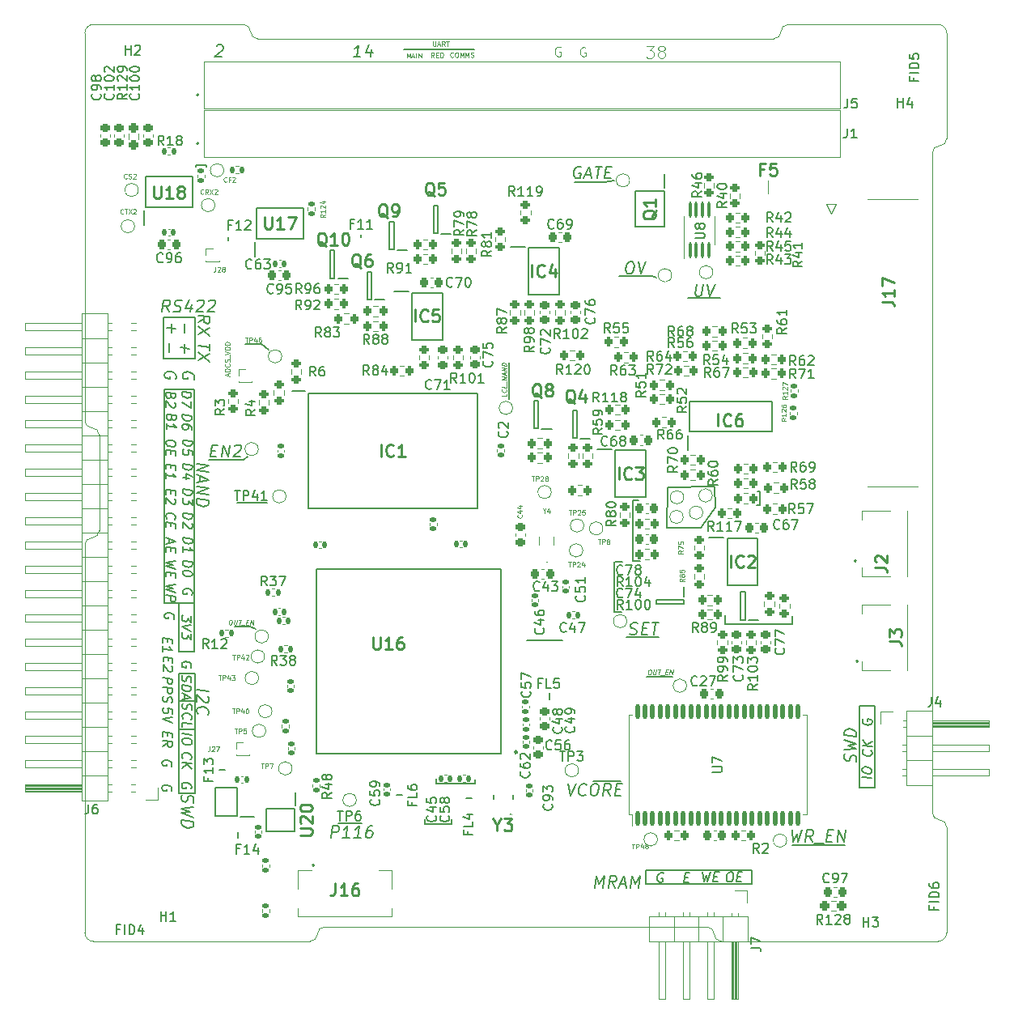
<source format=gto>
%TF.GenerationSoftware,KiCad,Pcbnew,8.0.3*%
%TF.CreationDate,2024-07-05T11:32:28+03:00*%
%TF.ProjectId,obc-adcs-board,6f62632d-6164-4637-932d-626f6172642e,rev?*%
%TF.SameCoordinates,PX3e2df80PY83e4a60*%
%TF.FileFunction,Legend,Top*%
%TF.FilePolarity,Positive*%
%FSLAX46Y46*%
G04 Gerber Fmt 4.6, Leading zero omitted, Abs format (unit mm)*
G04 Created by KiCad (PCBNEW 8.0.3) date 2024-07-05 11:32:28*
%MOMM*%
%LPD*%
G01*
G04 APERTURE LIST*
G04 Aperture macros list*
%AMRoundRect*
0 Rectangle with rounded corners*
0 $1 Rounding radius*
0 $2 $3 $4 $5 $6 $7 $8 $9 X,Y pos of 4 corners*
0 Add a 4 corners polygon primitive as box body*
4,1,4,$2,$3,$4,$5,$6,$7,$8,$9,$2,$3,0*
0 Add four circle primitives for the rounded corners*
1,1,$1+$1,$2,$3*
1,1,$1+$1,$4,$5*
1,1,$1+$1,$6,$7*
1,1,$1+$1,$8,$9*
0 Add four rect primitives between the rounded corners*
20,1,$1+$1,$2,$3,$4,$5,0*
20,1,$1+$1,$4,$5,$6,$7,0*
20,1,$1+$1,$6,$7,$8,$9,0*
20,1,$1+$1,$8,$9,$2,$3,0*%
G04 Aperture macros list end*
%ADD10C,0.150000*%
%ADD11C,0.200000*%
%ADD12C,0.125000*%
%ADD13C,0.254000*%
%ADD14C,0.120000*%
%ADD15C,0.250000*%
%ADD16C,0.100000*%
%ADD17C,1.000000*%
%ADD18RoundRect,0.137500X0.137500X-0.625000X0.137500X0.625000X-0.137500X0.625000X-0.137500X-0.625000X0*%
%ADD19R,0.650000X1.528000*%
%ADD20RoundRect,0.200000X0.200000X0.275000X-0.200000X0.275000X-0.200000X-0.275000X0.200000X-0.275000X0*%
%ADD21C,5.600000*%
%ADD22RoundRect,0.200000X-0.200000X-0.275000X0.200000X-0.275000X0.200000X0.275000X-0.200000X0.275000X0*%
%ADD23R,1.700000X1.700000*%
%ADD24O,1.700000X1.700000*%
%ADD25R,0.620000X0.670000*%
%ADD26R,1.050000X0.600000*%
%ADD27RoundRect,0.140000X-0.140000X-0.170000X0.140000X-0.170000X0.140000X0.170000X-0.140000X0.170000X0*%
%ADD28R,1.020000X0.940000*%
%ADD29RoundRect,0.200000X0.275000X-0.200000X0.275000X0.200000X-0.275000X0.200000X-0.275000X-0.200000X0*%
%ADD30R,0.940000X1.020000*%
%ADD31RoundRect,0.140000X-0.170000X0.140000X-0.170000X-0.140000X0.170000X-0.140000X0.170000X0.140000X0*%
%ADD32RoundRect,0.225000X-0.250000X0.225000X-0.250000X-0.225000X0.250000X-0.225000X0.250000X0.225000X0*%
%ADD33R,1.475000X0.300000*%
%ADD34R,0.300000X1.475000*%
%ADD35R,1.400000X0.450000*%
%ADD36RoundRect,0.135000X-0.135000X-0.185000X0.135000X-0.185000X0.135000X0.185000X-0.135000X0.185000X0*%
%ADD37RoundRect,0.135000X0.185000X-0.135000X0.185000X0.135000X-0.185000X0.135000X-0.185000X-0.135000X0*%
%ADD38RoundRect,0.225000X-0.225000X-0.250000X0.225000X-0.250000X0.225000X0.250000X-0.225000X0.250000X0*%
%ADD39R,0.800000X0.900000*%
%ADD40RoundRect,0.140000X0.140000X0.170000X-0.140000X0.170000X-0.140000X-0.170000X0.140000X-0.170000X0*%
%ADD41R,1.528000X0.650000*%
%ADD42RoundRect,0.135000X0.135000X0.185000X-0.135000X0.185000X-0.135000X-0.185000X0.135000X-0.185000X0*%
%ADD43RoundRect,0.200000X-0.275000X0.200000X-0.275000X-0.200000X0.275000X-0.200000X0.275000X0.200000X0*%
%ADD44RoundRect,0.135000X-0.185000X0.135000X-0.185000X-0.135000X0.185000X-0.135000X0.185000X0.135000X0*%
%ADD45RoundRect,0.140000X0.170000X-0.140000X0.170000X0.140000X-0.170000X0.140000X-0.170000X-0.140000X0*%
%ADD46R,0.700000X0.650000*%
%ADD47R,0.850000X0.850000*%
%ADD48R,0.450000X1.400000*%
%ADD49R,0.650000X1.525000*%
%ADD50RoundRect,0.237500X-0.237500X0.250000X-0.237500X-0.250000X0.237500X-0.250000X0.237500X0.250000X0*%
%ADD51R,1.800000X1.000000*%
%ADD52R,0.550000X1.000000*%
%ADD53R,1.260000X1.300000*%
%ADD54RoundRect,0.225000X0.225000X0.250000X-0.225000X0.250000X-0.225000X-0.250000X0.225000X-0.250000X0*%
%ADD55RoundRect,0.100000X0.100000X-0.712500X0.100000X0.712500X-0.100000X0.712500X-0.100000X-0.712500X0*%
%ADD56RoundRect,0.225000X0.250000X-0.225000X0.250000X0.225000X-0.250000X0.225000X-0.250000X-0.225000X0*%
%ADD57C,0.900000*%
%ADD58R,1.500000X1.000000*%
%ADD59R,0.650000X0.660000*%
%ADD60R,1.340000X0.850000*%
%ADD61R,1.300000X0.300000*%
%ADD62R,1.000000X1.500000*%
%ADD63R,0.600000X1.050000*%
%ADD64R,1.530000X1.530000*%
%ADD65C,1.530000*%
%ADD66R,0.450000X1.475000*%
%ADD67RoundRect,0.237500X0.250000X0.237500X-0.250000X0.237500X-0.250000X-0.237500X0.250000X-0.237500X0*%
%ADD68R,0.650000X0.700000*%
%TA.AperFunction,Profile*%
%ADD69C,0.100000*%
%TD*%
G04 APERTURE END LIST*
D10*
X13179526Y62603571D02*
X13179526Y61889286D01*
X11929526Y62402678D02*
X13179526Y62246428D01*
X13179526Y61591667D02*
X11929526Y60914583D01*
X13179526Y60758333D02*
X11929526Y61747917D01*
X11929526Y64865774D02*
X12524764Y65208036D01*
X11929526Y65580060D02*
X13179526Y65423810D01*
X13179526Y65423810D02*
X13179526Y64947619D01*
X13179526Y64947619D02*
X13120002Y64836012D01*
X13120002Y64836012D02*
X13060478Y64783929D01*
X13060478Y64783929D02*
X12941430Y64739286D01*
X12941430Y64739286D02*
X12762859Y64761608D01*
X12762859Y64761608D02*
X12643811Y64836012D01*
X12643811Y64836012D02*
X12584288Y64902977D01*
X12584288Y64902977D02*
X12524764Y65029465D01*
X12524764Y65029465D02*
X12524764Y65505655D01*
X13179526Y64292858D02*
X11929526Y63615774D01*
X13179526Y63459524D02*
X11929526Y64449108D01*
X35700000Y12400000D02*
X38500000Y12400000D01*
X8400000Y57800000D02*
X11550000Y57800000D01*
X11550000Y35450000D01*
X8400000Y35450000D01*
X8400000Y57800000D01*
X16750000Y50500000D02*
X13100000Y50500000D01*
X74100000Y10200000D02*
X79650000Y10200000D01*
X9950000Y22300000D02*
X11600000Y22300000D01*
X11600000Y15600000D01*
X9950000Y15600000D01*
X9950000Y22300000D01*
X67100000Y33300000D02*
X67100000Y34200000D01*
X16900000Y62600000D02*
X18575000Y62600000D01*
X19325000Y61950000D02*
X18575000Y62600000D01*
X57400000Y46250000D02*
X57400000Y39900000D01*
X8350000Y65400000D02*
X11600000Y65400000D01*
X11600000Y61050000D01*
X8350000Y61050000D01*
X8350000Y65400000D01*
X17100000Y50800000D02*
X16750000Y50500000D01*
X9950000Y25225000D02*
X11600000Y25225000D01*
X38500000Y12400000D02*
X38500000Y12900000D01*
X58000000Y46250000D02*
X57400000Y46250000D01*
X17400000Y33000000D02*
X15750000Y33000000D01*
X55975000Y69700000D02*
X59500000Y69700000D01*
X56350000Y39800000D02*
X55550000Y39800000D01*
X51325000Y79500000D02*
X54450000Y79500000D01*
X81100000Y24700000D02*
X82750000Y24700000D01*
X82750000Y16150000D01*
X81100000Y16150000D01*
X81100000Y24700000D01*
X36900000Y16600000D02*
X40900000Y16600000D01*
X16000000Y45980000D02*
X19150000Y45980000D01*
X66050000Y45450000D02*
X65850000Y45100000D01*
X64550000Y43400000D01*
X61025000Y43375000D01*
X61048985Y47600495D01*
X65998985Y47650495D01*
X66050000Y45450000D01*
X40900000Y16600000D02*
X40900000Y17000000D01*
X11700000Y81100000D02*
X11700000Y81300000D01*
X70600000Y47200000D02*
X70700000Y47200000D01*
X57400000Y39900000D02*
X58200000Y39900000D01*
X55500000Y34600000D02*
X56250000Y34600000D01*
X63200000Y67400000D02*
X66600000Y67400000D01*
X59900000Y69500000D02*
X59500000Y69700000D01*
X53300000Y16900000D02*
X56200000Y16900000D01*
X74100000Y33300000D02*
X74100000Y34100000D01*
X70600000Y47200000D02*
X70500000Y47200000D01*
X55500000Y39800000D02*
X55500000Y34600000D01*
X54450000Y79500000D02*
X55500000Y79700000D01*
X70700000Y47200000D02*
X70700000Y45700000D01*
X56775000Y31975000D02*
X60175000Y31975000D01*
X70700000Y45700000D02*
X70400000Y45700000D01*
X26600000Y12500000D02*
X29100000Y12500000D01*
X67100000Y33300000D02*
X74100000Y33300000D01*
X17400000Y33000000D02*
X18000000Y32800000D01*
X58750000Y7550000D02*
X69900000Y7550000D01*
X69900000Y6100000D01*
X58750000Y6100000D01*
X58750000Y7550000D01*
X33500000Y93400000D02*
X40825000Y93400000D01*
X11700000Y81300000D02*
X12800000Y81300000D01*
X36900000Y17100000D02*
X36900000Y16600000D01*
X12800000Y81300000D02*
X12800000Y81100000D01*
X9950000Y28150000D02*
X11600000Y28150000D01*
X11600000Y22300000D01*
X9950000Y22300000D01*
X9950000Y28150000D01*
X35700000Y12900000D02*
X35700000Y12400000D01*
X46300000Y31600000D02*
X50100000Y31600000D01*
X58875000Y27800000D02*
X61600000Y27800000D01*
X9975000Y35450000D02*
X11550000Y35450000D01*
X11550000Y30400000D01*
X9975000Y30400000D01*
X9975000Y35450000D01*
X44500000Y60600000D02*
X44500000Y56800000D01*
D11*
X82402219Y17170239D02*
X81402219Y17295239D01*
X81402219Y17961906D02*
X81402219Y18152382D01*
X81402219Y18152382D02*
X81449838Y18241667D01*
X81449838Y18241667D02*
X81545076Y18325001D01*
X81545076Y18325001D02*
X81735552Y18348810D01*
X81735552Y18348810D02*
X82068885Y18307144D01*
X82068885Y18307144D02*
X82259361Y18235715D01*
X82259361Y18235715D02*
X82354600Y18128572D01*
X82354600Y18128572D02*
X82402219Y18027382D01*
X82402219Y18027382D02*
X82402219Y17836906D01*
X82402219Y17836906D02*
X82354600Y17747620D01*
X82354600Y17747620D02*
X82259361Y17664286D01*
X82259361Y17664286D02*
X82068885Y17640477D01*
X82068885Y17640477D02*
X81735552Y17682144D01*
X81735552Y17682144D02*
X81545076Y17753572D01*
X81545076Y17753572D02*
X81449838Y17860715D01*
X81449838Y17860715D02*
X81402219Y17961906D01*
D10*
X9147561Y15825000D02*
X9195180Y15914286D01*
X9195180Y15914286D02*
X9195180Y16057143D01*
X9195180Y16057143D02*
X9147561Y16205953D01*
X9147561Y16205953D02*
X9052323Y16313096D01*
X9052323Y16313096D02*
X8957085Y16372620D01*
X8957085Y16372620D02*
X8766609Y16444048D01*
X8766609Y16444048D02*
X8623752Y16461905D01*
X8623752Y16461905D02*
X8433276Y16438096D01*
X8433276Y16438096D02*
X8338038Y16402381D01*
X8338038Y16402381D02*
X8242800Y16319048D01*
X8242800Y16319048D02*
X8195180Y16182143D01*
X8195180Y16182143D02*
X8195180Y16086905D01*
X8195180Y16086905D02*
X8242800Y15938096D01*
X8242800Y15938096D02*
X8290419Y15884524D01*
X8290419Y15884524D02*
X8623752Y15842858D01*
X8623752Y15842858D02*
X8623752Y16033334D01*
X8690419Y44336905D02*
X8642800Y44390477D01*
X8642800Y44390477D02*
X8595180Y44539286D01*
X8595180Y44539286D02*
X8595180Y44634524D01*
X8595180Y44634524D02*
X8642800Y44771429D01*
X8642800Y44771429D02*
X8738038Y44854762D01*
X8738038Y44854762D02*
X8833276Y44890477D01*
X8833276Y44890477D02*
X9023752Y44914286D01*
X9023752Y44914286D02*
X9166609Y44896429D01*
X9166609Y44896429D02*
X9357085Y44825001D01*
X9357085Y44825001D02*
X9452323Y44765477D01*
X9452323Y44765477D02*
X9547561Y44658334D01*
X9547561Y44658334D02*
X9595180Y44509524D01*
X9595180Y44509524D02*
X9595180Y44414286D01*
X9595180Y44414286D02*
X9547561Y44277381D01*
X9547561Y44277381D02*
X9499942Y44235715D01*
X9118990Y43854762D02*
X9118990Y43521429D01*
X8595180Y43444048D02*
X8595180Y43920239D01*
X8595180Y43920239D02*
X9595180Y43795239D01*
X9595180Y43795239D02*
X9595180Y43319048D01*
X11297561Y36375000D02*
X11345180Y36464286D01*
X11345180Y36464286D02*
X11345180Y36607143D01*
X11345180Y36607143D02*
X11297561Y36755953D01*
X11297561Y36755953D02*
X11202323Y36863096D01*
X11202323Y36863096D02*
X11107085Y36922620D01*
X11107085Y36922620D02*
X10916609Y36994048D01*
X10916609Y36994048D02*
X10773752Y37011905D01*
X10773752Y37011905D02*
X10583276Y36988096D01*
X10583276Y36988096D02*
X10488038Y36952381D01*
X10488038Y36952381D02*
X10392800Y36869048D01*
X10392800Y36869048D02*
X10345180Y36732143D01*
X10345180Y36732143D02*
X10345180Y36636905D01*
X10345180Y36636905D02*
X10392800Y36488096D01*
X10392800Y36488096D02*
X10440419Y36434524D01*
X10440419Y36434524D02*
X10773752Y36392858D01*
X10773752Y36392858D02*
X10773752Y36583334D01*
D11*
X81499838Y23375000D02*
X81452219Y23285715D01*
X81452219Y23285715D02*
X81452219Y23142858D01*
X81452219Y23142858D02*
X81499838Y22994048D01*
X81499838Y22994048D02*
X81595076Y22886905D01*
X81595076Y22886905D02*
X81690314Y22827381D01*
X81690314Y22827381D02*
X81880790Y22755953D01*
X81880790Y22755953D02*
X82023647Y22738096D01*
X82023647Y22738096D02*
X82214123Y22761905D01*
X82214123Y22761905D02*
X82309361Y22797620D01*
X82309361Y22797620D02*
X82404600Y22880953D01*
X82404600Y22880953D02*
X82452219Y23017858D01*
X82452219Y23017858D02*
X82452219Y23113096D01*
X82452219Y23113096D02*
X82404600Y23261905D01*
X82404600Y23261905D02*
X82356980Y23315477D01*
X82356980Y23315477D02*
X82023647Y23357143D01*
X82023647Y23357143D02*
X82023647Y23166667D01*
D10*
X9118990Y47280952D02*
X9118990Y46947619D01*
X8595180Y46870238D02*
X8595180Y47346429D01*
X8595180Y47346429D02*
X9595180Y47221429D01*
X9595180Y47221429D02*
X9595180Y46745238D01*
X9499942Y46376190D02*
X9547561Y46322619D01*
X9547561Y46322619D02*
X9595180Y46221429D01*
X9595180Y46221429D02*
X9595180Y45983333D01*
X9595180Y45983333D02*
X9547561Y45894048D01*
X9547561Y45894048D02*
X9499942Y45852381D01*
X9499942Y45852381D02*
X9404704Y45816667D01*
X9404704Y45816667D02*
X9309466Y45828571D01*
X9309466Y45828571D02*
X9166609Y45894048D01*
X9166609Y45894048D02*
X8595180Y46536905D01*
X8595180Y46536905D02*
X8595180Y45917857D01*
D12*
X38636997Y92640310D02*
X38613188Y92616500D01*
X38613188Y92616500D02*
X38541759Y92592691D01*
X38541759Y92592691D02*
X38494140Y92592691D01*
X38494140Y92592691D02*
X38422712Y92616500D01*
X38422712Y92616500D02*
X38375093Y92664120D01*
X38375093Y92664120D02*
X38351283Y92711739D01*
X38351283Y92711739D02*
X38327474Y92806977D01*
X38327474Y92806977D02*
X38327474Y92878405D01*
X38327474Y92878405D02*
X38351283Y92973643D01*
X38351283Y92973643D02*
X38375093Y93021262D01*
X38375093Y93021262D02*
X38422712Y93068881D01*
X38422712Y93068881D02*
X38494140Y93092691D01*
X38494140Y93092691D02*
X38541759Y93092691D01*
X38541759Y93092691D02*
X38613188Y93068881D01*
X38613188Y93068881D02*
X38636997Y93045072D01*
X38946521Y93092691D02*
X39041759Y93092691D01*
X39041759Y93092691D02*
X39089378Y93068881D01*
X39089378Y93068881D02*
X39136997Y93021262D01*
X39136997Y93021262D02*
X39160807Y92926024D01*
X39160807Y92926024D02*
X39160807Y92759358D01*
X39160807Y92759358D02*
X39136997Y92664120D01*
X39136997Y92664120D02*
X39089378Y92616500D01*
X39089378Y92616500D02*
X39041759Y92592691D01*
X39041759Y92592691D02*
X38946521Y92592691D01*
X38946521Y92592691D02*
X38898902Y92616500D01*
X38898902Y92616500D02*
X38851283Y92664120D01*
X38851283Y92664120D02*
X38827474Y92759358D01*
X38827474Y92759358D02*
X38827474Y92926024D01*
X38827474Y92926024D02*
X38851283Y93021262D01*
X38851283Y93021262D02*
X38898902Y93068881D01*
X38898902Y93068881D02*
X38946521Y93092691D01*
X39375093Y92592691D02*
X39375093Y93092691D01*
X39375093Y93092691D02*
X39541760Y92735548D01*
X39541760Y92735548D02*
X39708426Y93092691D01*
X39708426Y93092691D02*
X39708426Y92592691D01*
X39946522Y92592691D02*
X39946522Y93092691D01*
X39946522Y93092691D02*
X40113189Y92735548D01*
X40113189Y92735548D02*
X40279855Y93092691D01*
X40279855Y93092691D02*
X40279855Y92592691D01*
X40494142Y92616500D02*
X40565570Y92592691D01*
X40565570Y92592691D02*
X40684618Y92592691D01*
X40684618Y92592691D02*
X40732237Y92616500D01*
X40732237Y92616500D02*
X40756046Y92640310D01*
X40756046Y92640310D02*
X40779856Y92687929D01*
X40779856Y92687929D02*
X40779856Y92735548D01*
X40779856Y92735548D02*
X40756046Y92783167D01*
X40756046Y92783167D02*
X40732237Y92806977D01*
X40732237Y92806977D02*
X40684618Y92830786D01*
X40684618Y92830786D02*
X40589380Y92854596D01*
X40589380Y92854596D02*
X40541761Y92878405D01*
X40541761Y92878405D02*
X40517951Y92902215D01*
X40517951Y92902215D02*
X40494142Y92949834D01*
X40494142Y92949834D02*
X40494142Y92997453D01*
X40494142Y92997453D02*
X40517951Y93045072D01*
X40517951Y93045072D02*
X40541761Y93068881D01*
X40541761Y93068881D02*
X40589380Y93092691D01*
X40589380Y93092691D02*
X40708427Y93092691D01*
X40708427Y93092691D02*
X40779856Y93068881D01*
X4111997Y76240310D02*
X4088188Y76216500D01*
X4088188Y76216500D02*
X4016759Y76192691D01*
X4016759Y76192691D02*
X3969140Y76192691D01*
X3969140Y76192691D02*
X3897712Y76216500D01*
X3897712Y76216500D02*
X3850093Y76264120D01*
X3850093Y76264120D02*
X3826283Y76311739D01*
X3826283Y76311739D02*
X3802474Y76406977D01*
X3802474Y76406977D02*
X3802474Y76478405D01*
X3802474Y76478405D02*
X3826283Y76573643D01*
X3826283Y76573643D02*
X3850093Y76621262D01*
X3850093Y76621262D02*
X3897712Y76668881D01*
X3897712Y76668881D02*
X3969140Y76692691D01*
X3969140Y76692691D02*
X4016759Y76692691D01*
X4016759Y76692691D02*
X4088188Y76668881D01*
X4088188Y76668881D02*
X4111997Y76645072D01*
X4254855Y76692691D02*
X4540569Y76692691D01*
X4397712Y76192691D02*
X4397712Y76692691D01*
X4659616Y76692691D02*
X4992949Y76192691D01*
X4992949Y76692691D02*
X4659616Y76192691D01*
X5159616Y76645072D02*
X5183425Y76668881D01*
X5183425Y76668881D02*
X5231044Y76692691D01*
X5231044Y76692691D02*
X5350092Y76692691D01*
X5350092Y76692691D02*
X5397711Y76668881D01*
X5397711Y76668881D02*
X5421520Y76645072D01*
X5421520Y76645072D02*
X5445330Y76597453D01*
X5445330Y76597453D02*
X5445330Y76549834D01*
X5445330Y76549834D02*
X5421520Y76478405D01*
X5421520Y76478405D02*
X5135806Y76192691D01*
X5135806Y76192691D02*
X5445330Y76192691D01*
D11*
X9247780Y23921429D02*
X9247780Y24397620D01*
X9247780Y24397620D02*
X8771590Y24504762D01*
X8771590Y24504762D02*
X8819209Y24451191D01*
X8819209Y24451191D02*
X8866828Y24350001D01*
X8866828Y24350001D02*
X8866828Y24111905D01*
X8866828Y24111905D02*
X8819209Y24022620D01*
X8819209Y24022620D02*
X8771590Y23980953D01*
X8771590Y23980953D02*
X8676352Y23945239D01*
X8676352Y23945239D02*
X8438257Y23975001D01*
X8438257Y23975001D02*
X8343019Y24034524D01*
X8343019Y24034524D02*
X8295400Y24088096D01*
X8295400Y24088096D02*
X8247780Y24189286D01*
X8247780Y24189286D02*
X8247780Y24427382D01*
X8247780Y24427382D02*
X8295400Y24516667D01*
X8295400Y24516667D02*
X8343019Y24558334D01*
X9247780Y23588096D02*
X8247780Y23379762D01*
X8247780Y23379762D02*
X9247780Y22921429D01*
D10*
X9397561Y33825000D02*
X9445180Y33914286D01*
X9445180Y33914286D02*
X9445180Y34057143D01*
X9445180Y34057143D02*
X9397561Y34205953D01*
X9397561Y34205953D02*
X9302323Y34313096D01*
X9302323Y34313096D02*
X9207085Y34372620D01*
X9207085Y34372620D02*
X9016609Y34444048D01*
X9016609Y34444048D02*
X8873752Y34461905D01*
X8873752Y34461905D02*
X8683276Y34438096D01*
X8683276Y34438096D02*
X8588038Y34402381D01*
X8588038Y34402381D02*
X8492800Y34319048D01*
X8492800Y34319048D02*
X8445180Y34182143D01*
X8445180Y34182143D02*
X8445180Y34086905D01*
X8445180Y34086905D02*
X8492800Y33938096D01*
X8492800Y33938096D02*
X8540419Y33884524D01*
X8540419Y33884524D02*
X8873752Y33842858D01*
X8873752Y33842858D02*
X8873752Y34033334D01*
X10395180Y42344048D02*
X11395180Y42219048D01*
X11395180Y42219048D02*
X11395180Y41980952D01*
X11395180Y41980952D02*
X11347561Y41844048D01*
X11347561Y41844048D02*
X11252323Y41760714D01*
X11252323Y41760714D02*
X11157085Y41725000D01*
X11157085Y41725000D02*
X10966609Y41701190D01*
X10966609Y41701190D02*
X10823752Y41719048D01*
X10823752Y41719048D02*
X10633276Y41790476D01*
X10633276Y41790476D02*
X10538038Y41850000D01*
X10538038Y41850000D02*
X10442800Y41957143D01*
X10442800Y41957143D02*
X10395180Y42105952D01*
X10395180Y42105952D02*
X10395180Y42344048D01*
X10395180Y40820238D02*
X10395180Y41391667D01*
X10395180Y41105952D02*
X11395180Y40980952D01*
X11395180Y40980952D02*
X11252323Y41094048D01*
X11252323Y41094048D02*
X11157085Y41201190D01*
X11157085Y41201190D02*
X11109466Y41302381D01*
X10289050Y15446428D02*
X10229526Y15275297D01*
X10229526Y15275297D02*
X10229526Y14977678D01*
X10229526Y14977678D02*
X10289050Y14851190D01*
X10289050Y14851190D02*
X10348573Y14784226D01*
X10348573Y14784226D02*
X10467621Y14709821D01*
X10467621Y14709821D02*
X10586669Y14694940D01*
X10586669Y14694940D02*
X10705716Y14739583D01*
X10705716Y14739583D02*
X10765240Y14791666D01*
X10765240Y14791666D02*
X10824764Y14903273D01*
X10824764Y14903273D02*
X10884288Y15133928D01*
X10884288Y15133928D02*
X10943811Y15245535D01*
X10943811Y15245535D02*
X11003335Y15297619D01*
X11003335Y15297619D02*
X11122383Y15342262D01*
X11122383Y15342262D02*
X11241430Y15327381D01*
X11241430Y15327381D02*
X11360478Y15252976D01*
X11360478Y15252976D02*
X11420002Y15186012D01*
X11420002Y15186012D02*
X11479526Y15059523D01*
X11479526Y15059523D02*
X11479526Y14761904D01*
X11479526Y14761904D02*
X11420002Y14590773D01*
X11479526Y14166667D02*
X10229526Y14025297D01*
X10229526Y14025297D02*
X11122383Y13675595D01*
X11122383Y13675595D02*
X10229526Y13549107D01*
X10229526Y13549107D02*
X11479526Y13095238D01*
X10229526Y12775298D02*
X11479526Y12619048D01*
X11479526Y12619048D02*
X11479526Y12321429D01*
X11479526Y12321429D02*
X11420002Y12150298D01*
X11420002Y12150298D02*
X11300954Y12046131D01*
X11300954Y12046131D02*
X11181907Y12001488D01*
X11181907Y12001488D02*
X10943811Y11971726D01*
X10943811Y11971726D02*
X10765240Y11994048D01*
X10765240Y11994048D02*
X10527145Y12083334D01*
X10527145Y12083334D02*
X10408097Y12157738D01*
X10408097Y12157738D02*
X10289050Y12291667D01*
X10289050Y12291667D02*
X10229526Y12477679D01*
X10229526Y12477679D02*
X10229526Y12775298D01*
X13876785Y93760479D02*
X13943750Y93820003D01*
X13943750Y93820003D02*
X14070238Y93879527D01*
X14070238Y93879527D02*
X14367857Y93879527D01*
X14367857Y93879527D02*
X14479464Y93820003D01*
X14479464Y93820003D02*
X14531547Y93760479D01*
X14531547Y93760479D02*
X14576190Y93641431D01*
X14576190Y93641431D02*
X14561309Y93522384D01*
X14561309Y93522384D02*
X14479464Y93343812D01*
X14479464Y93343812D02*
X13675892Y92629527D01*
X13675892Y92629527D02*
X14449702Y92629527D01*
D11*
X82356980Y20065477D02*
X82404600Y20011905D01*
X82404600Y20011905D02*
X82452219Y19863096D01*
X82452219Y19863096D02*
X82452219Y19767858D01*
X82452219Y19767858D02*
X82404600Y19630953D01*
X82404600Y19630953D02*
X82309361Y19547620D01*
X82309361Y19547620D02*
X82214123Y19511905D01*
X82214123Y19511905D02*
X82023647Y19488096D01*
X82023647Y19488096D02*
X81880790Y19505953D01*
X81880790Y19505953D02*
X81690314Y19577381D01*
X81690314Y19577381D02*
X81595076Y19636905D01*
X81595076Y19636905D02*
X81499838Y19744048D01*
X81499838Y19744048D02*
X81452219Y19892858D01*
X81452219Y19892858D02*
X81452219Y19988096D01*
X81452219Y19988096D02*
X81499838Y20125000D01*
X81499838Y20125000D02*
X81547457Y20166667D01*
X82452219Y20482143D02*
X81452219Y20607143D01*
X82452219Y21053572D02*
X81880790Y20696429D01*
X81452219Y21178572D02*
X82023647Y20535715D01*
D10*
X60625000Y7247562D02*
X60535714Y7295181D01*
X60535714Y7295181D02*
X60392857Y7295181D01*
X60392857Y7295181D02*
X60244047Y7247562D01*
X60244047Y7247562D02*
X60136904Y7152324D01*
X60136904Y7152324D02*
X60077380Y7057086D01*
X60077380Y7057086D02*
X60005952Y6866610D01*
X60005952Y6866610D02*
X59988095Y6723753D01*
X59988095Y6723753D02*
X60011904Y6533277D01*
X60011904Y6533277D02*
X60047619Y6438039D01*
X60047619Y6438039D02*
X60130952Y6342800D01*
X60130952Y6342800D02*
X60267857Y6295181D01*
X60267857Y6295181D02*
X60363095Y6295181D01*
X60363095Y6295181D02*
X60511904Y6342800D01*
X60511904Y6342800D02*
X60565476Y6390420D01*
X60565476Y6390420D02*
X60607142Y6723753D01*
X60607142Y6723753D02*
X60416666Y6723753D01*
X8880895Y42210714D02*
X8880895Y41734524D01*
X8595180Y42341667D02*
X9595180Y41883333D01*
X9595180Y41883333D02*
X8595180Y41675000D01*
X9118990Y41276190D02*
X9118990Y40942857D01*
X8595180Y40865476D02*
X8595180Y41341667D01*
X8595180Y41341667D02*
X9595180Y41216667D01*
X9595180Y41216667D02*
X9595180Y40740476D01*
X11245180Y34119048D02*
X11245180Y33500000D01*
X11245180Y33500000D02*
X10864228Y33880952D01*
X10864228Y33880952D02*
X10864228Y33738095D01*
X10864228Y33738095D02*
X10816609Y33648810D01*
X10816609Y33648810D02*
X10768990Y33607143D01*
X10768990Y33607143D02*
X10673752Y33571429D01*
X10673752Y33571429D02*
X10435657Y33601191D01*
X10435657Y33601191D02*
X10340419Y33660714D01*
X10340419Y33660714D02*
X10292800Y33714286D01*
X10292800Y33714286D02*
X10245180Y33815476D01*
X10245180Y33815476D02*
X10245180Y34101191D01*
X10245180Y34101191D02*
X10292800Y34190476D01*
X10292800Y34190476D02*
X10340419Y34232143D01*
X11245180Y33214286D02*
X10245180Y33005952D01*
X10245180Y33005952D02*
X11245180Y32547619D01*
X11245180Y32309524D02*
X11245180Y31690476D01*
X11245180Y31690476D02*
X10864228Y32071428D01*
X10864228Y32071428D02*
X10864228Y31928571D01*
X10864228Y31928571D02*
X10816609Y31839286D01*
X10816609Y31839286D02*
X10768990Y31797619D01*
X10768990Y31797619D02*
X10673752Y31761905D01*
X10673752Y31761905D02*
X10435657Y31791667D01*
X10435657Y31791667D02*
X10340419Y31851190D01*
X10340419Y31851190D02*
X10292800Y31904762D01*
X10292800Y31904762D02*
X10245180Y32005952D01*
X10245180Y32005952D02*
X10245180Y32291667D01*
X10245180Y32291667D02*
X10292800Y32380952D01*
X10292800Y32380952D02*
X10340419Y32422619D01*
X80760950Y18853573D02*
X80820473Y19024704D01*
X80820473Y19024704D02*
X80820473Y19322323D01*
X80820473Y19322323D02*
X80760950Y19448811D01*
X80760950Y19448811D02*
X80701426Y19515775D01*
X80701426Y19515775D02*
X80582378Y19590180D01*
X80582378Y19590180D02*
X80463330Y19605061D01*
X80463330Y19605061D02*
X80344283Y19560418D01*
X80344283Y19560418D02*
X80284759Y19508335D01*
X80284759Y19508335D02*
X80225235Y19396727D01*
X80225235Y19396727D02*
X80165711Y19166073D01*
X80165711Y19166073D02*
X80106188Y19054466D01*
X80106188Y19054466D02*
X80046664Y19002382D01*
X80046664Y19002382D02*
X79927616Y18957739D01*
X79927616Y18957739D02*
X79808569Y18972620D01*
X79808569Y18972620D02*
X79689521Y19047025D01*
X79689521Y19047025D02*
X79629997Y19113989D01*
X79629997Y19113989D02*
X79570473Y19240477D01*
X79570473Y19240477D02*
X79570473Y19538097D01*
X79570473Y19538097D02*
X79629997Y19709227D01*
X79570473Y20133334D02*
X80820473Y20274703D01*
X80820473Y20274703D02*
X79927616Y20624406D01*
X79927616Y20624406D02*
X80820473Y20750894D01*
X80820473Y20750894D02*
X79570473Y21204763D01*
X80820473Y21524703D02*
X79570473Y21680953D01*
X79570473Y21680953D02*
X79570473Y21978572D01*
X79570473Y21978572D02*
X79629997Y22149703D01*
X79629997Y22149703D02*
X79749045Y22253870D01*
X79749045Y22253870D02*
X79868092Y22298513D01*
X79868092Y22298513D02*
X80106188Y22328274D01*
X80106188Y22328274D02*
X80284759Y22305953D01*
X80284759Y22305953D02*
X80522854Y22216667D01*
X80522854Y22216667D02*
X80641902Y22142263D01*
X80641902Y22142263D02*
X80760950Y22008334D01*
X80760950Y22008334D02*
X80820473Y21822322D01*
X80820473Y21822322D02*
X80820473Y21524703D01*
X8905716Y62674107D02*
X8905716Y61721726D01*
X10345180Y39894048D02*
X11345180Y39769048D01*
X11345180Y39769048D02*
X11345180Y39530952D01*
X11345180Y39530952D02*
X11297561Y39394048D01*
X11297561Y39394048D02*
X11202323Y39310714D01*
X11202323Y39310714D02*
X11107085Y39275000D01*
X11107085Y39275000D02*
X10916609Y39251190D01*
X10916609Y39251190D02*
X10773752Y39269048D01*
X10773752Y39269048D02*
X10583276Y39340476D01*
X10583276Y39340476D02*
X10488038Y39400000D01*
X10488038Y39400000D02*
X10392800Y39507143D01*
X10392800Y39507143D02*
X10345180Y39655952D01*
X10345180Y39655952D02*
X10345180Y39894048D01*
X11345180Y38578571D02*
X11345180Y38483333D01*
X11345180Y38483333D02*
X11297561Y38394048D01*
X11297561Y38394048D02*
X11249942Y38352381D01*
X11249942Y38352381D02*
X11154704Y38316667D01*
X11154704Y38316667D02*
X10964228Y38292857D01*
X10964228Y38292857D02*
X10726133Y38322619D01*
X10726133Y38322619D02*
X10535657Y38394048D01*
X10535657Y38394048D02*
X10440419Y38453571D01*
X10440419Y38453571D02*
X10392800Y38507143D01*
X10392800Y38507143D02*
X10345180Y38608333D01*
X10345180Y38608333D02*
X10345180Y38703571D01*
X10345180Y38703571D02*
X10392800Y38792857D01*
X10392800Y38792857D02*
X10440419Y38834524D01*
X10440419Y38834524D02*
X10535657Y38870238D01*
X10535657Y38870238D02*
X10726133Y38894048D01*
X10726133Y38894048D02*
X10964228Y38864286D01*
X10964228Y38864286D02*
X11154704Y38792857D01*
X11154704Y38792857D02*
X11249942Y38733333D01*
X11249942Y38733333D02*
X11297561Y38679762D01*
X11297561Y38679762D02*
X11345180Y38578571D01*
X53450893Y5729527D02*
X53607143Y6979527D01*
X53607143Y6979527D02*
X53912203Y6086670D01*
X53912203Y6086670D02*
X54440476Y6979527D01*
X54440476Y6979527D02*
X54284226Y5729527D01*
X55593750Y5729527D02*
X55251488Y6324765D01*
X54879464Y5729527D02*
X55035714Y6979527D01*
X55035714Y6979527D02*
X55511905Y6979527D01*
X55511905Y6979527D02*
X55623512Y6920003D01*
X55623512Y6920003D02*
X55675595Y6860479D01*
X55675595Y6860479D02*
X55720238Y6741431D01*
X55720238Y6741431D02*
X55697916Y6562860D01*
X55697916Y6562860D02*
X55623512Y6443812D01*
X55623512Y6443812D02*
X55556547Y6384289D01*
X55556547Y6384289D02*
X55430059Y6324765D01*
X55430059Y6324765D02*
X54953869Y6324765D01*
X56114583Y6086670D02*
X56709821Y6086670D01*
X55950893Y5729527D02*
X56523809Y6979527D01*
X56523809Y6979527D02*
X56784226Y5729527D01*
X57200893Y5729527D02*
X57357143Y6979527D01*
X57357143Y6979527D02*
X57662203Y6086670D01*
X57662203Y6086670D02*
X58190476Y6979527D01*
X58190476Y6979527D02*
X58034226Y5729527D01*
X64080952Y68854527D02*
X63954464Y67842622D01*
X63954464Y67842622D02*
X63999107Y67723574D01*
X63999107Y67723574D02*
X64051190Y67664050D01*
X64051190Y67664050D02*
X64162797Y67604527D01*
X64162797Y67604527D02*
X64400893Y67604527D01*
X64400893Y67604527D02*
X64527381Y67664050D01*
X64527381Y67664050D02*
X64594345Y67723574D01*
X64594345Y67723574D02*
X64668750Y67842622D01*
X64668750Y67842622D02*
X64795238Y68854527D01*
X65211905Y68854527D02*
X65472321Y67604527D01*
X65472321Y67604527D02*
X66045238Y68854527D01*
X9595180Y39861905D02*
X8595180Y39748809D01*
X8595180Y39748809D02*
X9309466Y39469048D01*
X9309466Y39469048D02*
X8595180Y39367857D01*
X8595180Y39367857D02*
X9595180Y39004762D01*
X9118990Y38683333D02*
X9118990Y38350000D01*
X8595180Y38272619D02*
X8595180Y38748810D01*
X8595180Y38748810D02*
X9595180Y38623810D01*
X9595180Y38623810D02*
X9595180Y38147619D01*
D11*
X10343019Y19234524D02*
X10295400Y19288096D01*
X10295400Y19288096D02*
X10247780Y19436905D01*
X10247780Y19436905D02*
X10247780Y19532143D01*
X10247780Y19532143D02*
X10295400Y19669048D01*
X10295400Y19669048D02*
X10390638Y19752381D01*
X10390638Y19752381D02*
X10485876Y19788096D01*
X10485876Y19788096D02*
X10676352Y19811905D01*
X10676352Y19811905D02*
X10819209Y19794048D01*
X10819209Y19794048D02*
X11009685Y19722620D01*
X11009685Y19722620D02*
X11104923Y19663096D01*
X11104923Y19663096D02*
X11200161Y19555953D01*
X11200161Y19555953D02*
X11247780Y19407143D01*
X11247780Y19407143D02*
X11247780Y19311905D01*
X11247780Y19311905D02*
X11200161Y19175000D01*
X11200161Y19175000D02*
X11152542Y19133334D01*
X10247780Y18817858D02*
X11247780Y18692858D01*
X10247780Y18246429D02*
X10819209Y18603572D01*
X11247780Y18121429D02*
X10676352Y18764286D01*
D10*
X9118990Y49930952D02*
X9118990Y49597619D01*
X8595180Y49520238D02*
X8595180Y49996429D01*
X8595180Y49996429D02*
X9595180Y49871429D01*
X9595180Y49871429D02*
X9595180Y49395238D01*
X8595180Y48567857D02*
X8595180Y49139286D01*
X8595180Y48853571D02*
X9595180Y48728571D01*
X9595180Y48728571D02*
X9452323Y48841667D01*
X9452323Y48841667D02*
X9357085Y48948809D01*
X9357085Y48948809D02*
X9309466Y49050000D01*
X10555716Y64724107D02*
X10555716Y63771726D01*
X11779526Y50080060D02*
X13029526Y49923810D01*
X13029526Y49923810D02*
X11779526Y49365774D01*
X11779526Y49365774D02*
X13029526Y49209524D01*
X12136669Y48785417D02*
X12136669Y48190179D01*
X11779526Y48949107D02*
X13029526Y48376191D01*
X13029526Y48376191D02*
X11779526Y48115774D01*
X11779526Y47699107D02*
X13029526Y47542857D01*
X13029526Y47542857D02*
X11779526Y46984821D01*
X11779526Y46984821D02*
X13029526Y46828571D01*
X11779526Y46389583D02*
X13029526Y46233333D01*
X13029526Y46233333D02*
X13029526Y45935714D01*
X13029526Y45935714D02*
X12970002Y45764583D01*
X12970002Y45764583D02*
X12850954Y45660416D01*
X12850954Y45660416D02*
X12731907Y45615773D01*
X12731907Y45615773D02*
X12493811Y45586011D01*
X12493811Y45586011D02*
X12315240Y45608333D01*
X12315240Y45608333D02*
X12077145Y45697619D01*
X12077145Y45697619D02*
X11958097Y45772023D01*
X11958097Y45772023D02*
X11839050Y45905952D01*
X11839050Y45905952D02*
X11779526Y46091964D01*
X11779526Y46091964D02*
X11779526Y46389583D01*
X8245180Y27694048D02*
X9245180Y27569048D01*
X9245180Y27569048D02*
X9245180Y27188095D01*
X9245180Y27188095D02*
X9197561Y27098810D01*
X9197561Y27098810D02*
X9149942Y27057143D01*
X9149942Y27057143D02*
X9054704Y27021429D01*
X9054704Y27021429D02*
X8911847Y27039286D01*
X8911847Y27039286D02*
X8816609Y27098810D01*
X8816609Y27098810D02*
X8768990Y27152381D01*
X8768990Y27152381D02*
X8721371Y27253571D01*
X8721371Y27253571D02*
X8721371Y27634524D01*
X8245180Y26694048D02*
X9245180Y26569048D01*
X9245180Y26569048D02*
X9245180Y26188095D01*
X9245180Y26188095D02*
X9197561Y26098810D01*
X9197561Y26098810D02*
X9149942Y26057143D01*
X9149942Y26057143D02*
X9054704Y26021429D01*
X9054704Y26021429D02*
X8911847Y26039286D01*
X8911847Y26039286D02*
X8816609Y26098810D01*
X8816609Y26098810D02*
X8768990Y26152381D01*
X8768990Y26152381D02*
X8721371Y26253571D01*
X8721371Y26253571D02*
X8721371Y26634524D01*
X8292800Y25735714D02*
X8245180Y25598810D01*
X8245180Y25598810D02*
X8245180Y25360714D01*
X8245180Y25360714D02*
X8292800Y25259524D01*
X8292800Y25259524D02*
X8340419Y25205952D01*
X8340419Y25205952D02*
X8435657Y25146429D01*
X8435657Y25146429D02*
X8530895Y25134524D01*
X8530895Y25134524D02*
X8626133Y25170238D01*
X8626133Y25170238D02*
X8673752Y25211905D01*
X8673752Y25211905D02*
X8721371Y25301190D01*
X8721371Y25301190D02*
X8768990Y25485714D01*
X8768990Y25485714D02*
X8816609Y25575000D01*
X8816609Y25575000D02*
X8864228Y25616667D01*
X8864228Y25616667D02*
X8959466Y25652381D01*
X8959466Y25652381D02*
X9054704Y25640476D01*
X9054704Y25640476D02*
X9149942Y25580952D01*
X9149942Y25580952D02*
X9197561Y25527381D01*
X9197561Y25527381D02*
X9245180Y25426190D01*
X9245180Y25426190D02*
X9245180Y25188095D01*
X9245180Y25188095D02*
X9197561Y25051190D01*
X10345180Y50044048D02*
X11345180Y49919048D01*
X11345180Y49919048D02*
X11345180Y49680952D01*
X11345180Y49680952D02*
X11297561Y49544048D01*
X11297561Y49544048D02*
X11202323Y49460714D01*
X11202323Y49460714D02*
X11107085Y49425000D01*
X11107085Y49425000D02*
X10916609Y49401190D01*
X10916609Y49401190D02*
X10773752Y49419048D01*
X10773752Y49419048D02*
X10583276Y49490476D01*
X10583276Y49490476D02*
X10488038Y49550000D01*
X10488038Y49550000D02*
X10392800Y49657143D01*
X10392800Y49657143D02*
X10345180Y49805952D01*
X10345180Y49805952D02*
X10345180Y50044048D01*
X11011847Y48532143D02*
X10345180Y48615476D01*
X11392800Y48722619D02*
X10678514Y49050000D01*
X10678514Y49050000D02*
X10678514Y48430952D01*
X13356547Y51434289D02*
X13773214Y51434289D01*
X13869940Y50779527D02*
X13274702Y50779527D01*
X13274702Y50779527D02*
X13430952Y52029527D01*
X13430952Y52029527D02*
X14026190Y52029527D01*
X14405654Y50779527D02*
X14561904Y52029527D01*
X14561904Y52029527D02*
X15119940Y50779527D01*
X15119940Y50779527D02*
X15276190Y52029527D01*
X15797023Y51910479D02*
X15863988Y51970003D01*
X15863988Y51970003D02*
X15990476Y52029527D01*
X15990476Y52029527D02*
X16288095Y52029527D01*
X16288095Y52029527D02*
X16399702Y51970003D01*
X16399702Y51970003D02*
X16451785Y51910479D01*
X16451785Y51910479D02*
X16496428Y51791431D01*
X16496428Y51791431D02*
X16481547Y51672384D01*
X16481547Y51672384D02*
X16399702Y51493812D01*
X16399702Y51493812D02*
X15596130Y50779527D01*
X15596130Y50779527D02*
X16369940Y50779527D01*
D12*
X4486997Y79940310D02*
X4463188Y79916500D01*
X4463188Y79916500D02*
X4391759Y79892691D01*
X4391759Y79892691D02*
X4344140Y79892691D01*
X4344140Y79892691D02*
X4272712Y79916500D01*
X4272712Y79916500D02*
X4225093Y79964120D01*
X4225093Y79964120D02*
X4201283Y80011739D01*
X4201283Y80011739D02*
X4177474Y80106977D01*
X4177474Y80106977D02*
X4177474Y80178405D01*
X4177474Y80178405D02*
X4201283Y80273643D01*
X4201283Y80273643D02*
X4225093Y80321262D01*
X4225093Y80321262D02*
X4272712Y80368881D01*
X4272712Y80368881D02*
X4344140Y80392691D01*
X4344140Y80392691D02*
X4391759Y80392691D01*
X4391759Y80392691D02*
X4463188Y80368881D01*
X4463188Y80368881D02*
X4486997Y80345072D01*
X4677474Y79916500D02*
X4748902Y79892691D01*
X4748902Y79892691D02*
X4867950Y79892691D01*
X4867950Y79892691D02*
X4915569Y79916500D01*
X4915569Y79916500D02*
X4939378Y79940310D01*
X4939378Y79940310D02*
X4963188Y79987929D01*
X4963188Y79987929D02*
X4963188Y80035548D01*
X4963188Y80035548D02*
X4939378Y80083167D01*
X4939378Y80083167D02*
X4915569Y80106977D01*
X4915569Y80106977D02*
X4867950Y80130786D01*
X4867950Y80130786D02*
X4772712Y80154596D01*
X4772712Y80154596D02*
X4725093Y80178405D01*
X4725093Y80178405D02*
X4701283Y80202215D01*
X4701283Y80202215D02*
X4677474Y80249834D01*
X4677474Y80249834D02*
X4677474Y80297453D01*
X4677474Y80297453D02*
X4701283Y80345072D01*
X4701283Y80345072D02*
X4725093Y80368881D01*
X4725093Y80368881D02*
X4772712Y80392691D01*
X4772712Y80392691D02*
X4891759Y80392691D01*
X4891759Y80392691D02*
X4963188Y80368881D01*
X5153664Y80345072D02*
X5177473Y80368881D01*
X5177473Y80368881D02*
X5225092Y80392691D01*
X5225092Y80392691D02*
X5344140Y80392691D01*
X5344140Y80392691D02*
X5391759Y80368881D01*
X5391759Y80368881D02*
X5415568Y80345072D01*
X5415568Y80345072D02*
X5439378Y80297453D01*
X5439378Y80297453D02*
X5439378Y80249834D01*
X5439378Y80249834D02*
X5415568Y80178405D01*
X5415568Y80178405D02*
X5129854Y79892691D01*
X5129854Y79892691D02*
X5439378Y79892691D01*
D10*
X52041369Y81095003D02*
X51929761Y81154527D01*
X51929761Y81154527D02*
X51751190Y81154527D01*
X51751190Y81154527D02*
X51565178Y81095003D01*
X51565178Y81095003D02*
X51431249Y80975955D01*
X51431249Y80975955D02*
X51356845Y80856908D01*
X51356845Y80856908D02*
X51267559Y80618812D01*
X51267559Y80618812D02*
X51245238Y80440241D01*
X51245238Y80440241D02*
X51274999Y80202146D01*
X51274999Y80202146D02*
X51319642Y80083098D01*
X51319642Y80083098D02*
X51423809Y79964050D01*
X51423809Y79964050D02*
X51594940Y79904527D01*
X51594940Y79904527D02*
X51713988Y79904527D01*
X51713988Y79904527D02*
X51899999Y79964050D01*
X51899999Y79964050D02*
X51966964Y80023574D01*
X51966964Y80023574D02*
X52019047Y80440241D01*
X52019047Y80440241D02*
X51780952Y80440241D01*
X52472916Y80261670D02*
X53068154Y80261670D01*
X52309226Y79904527D02*
X52882142Y81154527D01*
X52882142Y81154527D02*
X53142559Y79904527D01*
X53536905Y81154527D02*
X54251190Y81154527D01*
X53737798Y79904527D02*
X53894048Y81154527D01*
X54593452Y80559289D02*
X55010119Y80559289D01*
X55106845Y79904527D02*
X54511607Y79904527D01*
X54511607Y79904527D02*
X54667857Y81154527D01*
X54667857Y81154527D02*
X55263095Y81154527D01*
D12*
X15114452Y59277475D02*
X15114452Y59515570D01*
X15257309Y59229856D02*
X14757309Y59396522D01*
X14757309Y59396522D02*
X15257309Y59563189D01*
X15257309Y59729855D02*
X14757309Y59729855D01*
X14757309Y59729855D02*
X14757309Y59848903D01*
X14757309Y59848903D02*
X14781119Y59920331D01*
X14781119Y59920331D02*
X14828738Y59967950D01*
X14828738Y59967950D02*
X14876357Y59991760D01*
X14876357Y59991760D02*
X14971595Y60015569D01*
X14971595Y60015569D02*
X15043023Y60015569D01*
X15043023Y60015569D02*
X15138261Y59991760D01*
X15138261Y59991760D02*
X15185880Y59967950D01*
X15185880Y59967950D02*
X15233500Y59920331D01*
X15233500Y59920331D02*
X15257309Y59848903D01*
X15257309Y59848903D02*
X15257309Y59729855D01*
X15209690Y60515569D02*
X15233500Y60491760D01*
X15233500Y60491760D02*
X15257309Y60420331D01*
X15257309Y60420331D02*
X15257309Y60372712D01*
X15257309Y60372712D02*
X15233500Y60301284D01*
X15233500Y60301284D02*
X15185880Y60253665D01*
X15185880Y60253665D02*
X15138261Y60229855D01*
X15138261Y60229855D02*
X15043023Y60206046D01*
X15043023Y60206046D02*
X14971595Y60206046D01*
X14971595Y60206046D02*
X14876357Y60229855D01*
X14876357Y60229855D02*
X14828738Y60253665D01*
X14828738Y60253665D02*
X14781119Y60301284D01*
X14781119Y60301284D02*
X14757309Y60372712D01*
X14757309Y60372712D02*
X14757309Y60420331D01*
X14757309Y60420331D02*
X14781119Y60491760D01*
X14781119Y60491760D02*
X14804928Y60515569D01*
X15233500Y60706046D02*
X15257309Y60777474D01*
X15257309Y60777474D02*
X15257309Y60896522D01*
X15257309Y60896522D02*
X15233500Y60944141D01*
X15233500Y60944141D02*
X15209690Y60967950D01*
X15209690Y60967950D02*
X15162071Y60991760D01*
X15162071Y60991760D02*
X15114452Y60991760D01*
X15114452Y60991760D02*
X15066833Y60967950D01*
X15066833Y60967950D02*
X15043023Y60944141D01*
X15043023Y60944141D02*
X15019214Y60896522D01*
X15019214Y60896522D02*
X14995404Y60801284D01*
X14995404Y60801284D02*
X14971595Y60753665D01*
X14971595Y60753665D02*
X14947785Y60729855D01*
X14947785Y60729855D02*
X14900166Y60706046D01*
X14900166Y60706046D02*
X14852547Y60706046D01*
X14852547Y60706046D02*
X14804928Y60729855D01*
X14804928Y60729855D02*
X14781119Y60753665D01*
X14781119Y60753665D02*
X14757309Y60801284D01*
X14757309Y60801284D02*
X14757309Y60920331D01*
X14757309Y60920331D02*
X14781119Y60991760D01*
X15304928Y61086997D02*
X15304928Y61467950D01*
X14757309Y61515569D02*
X15257309Y61682235D01*
X15257309Y61682235D02*
X14757309Y61848902D01*
X15257309Y62015568D02*
X14757309Y62015568D01*
X14757309Y62015568D02*
X14757309Y62134616D01*
X14757309Y62134616D02*
X14781119Y62206044D01*
X14781119Y62206044D02*
X14828738Y62253663D01*
X14828738Y62253663D02*
X14876357Y62277473D01*
X14876357Y62277473D02*
X14971595Y62301282D01*
X14971595Y62301282D02*
X15043023Y62301282D01*
X15043023Y62301282D02*
X15138261Y62277473D01*
X15138261Y62277473D02*
X15185880Y62253663D01*
X15185880Y62253663D02*
X15233500Y62206044D01*
X15233500Y62206044D02*
X15257309Y62134616D01*
X15257309Y62134616D02*
X15257309Y62015568D01*
X15257309Y62515568D02*
X14757309Y62515568D01*
X14757309Y62515568D02*
X14757309Y62634616D01*
X14757309Y62634616D02*
X14781119Y62706044D01*
X14781119Y62706044D02*
X14828738Y62753663D01*
X14828738Y62753663D02*
X14876357Y62777473D01*
X14876357Y62777473D02*
X14971595Y62801282D01*
X14971595Y62801282D02*
X15043023Y62801282D01*
X15043023Y62801282D02*
X15138261Y62777473D01*
X15138261Y62777473D02*
X15185880Y62753663D01*
X15185880Y62753663D02*
X15233500Y62706044D01*
X15233500Y62706044D02*
X15257309Y62634616D01*
X15257309Y62634616D02*
X15257309Y62515568D01*
D10*
X10345180Y47394048D02*
X11345180Y47269048D01*
X11345180Y47269048D02*
X11345180Y47030952D01*
X11345180Y47030952D02*
X11297561Y46894048D01*
X11297561Y46894048D02*
X11202323Y46810714D01*
X11202323Y46810714D02*
X11107085Y46775000D01*
X11107085Y46775000D02*
X10916609Y46751190D01*
X10916609Y46751190D02*
X10773752Y46769048D01*
X10773752Y46769048D02*
X10583276Y46840476D01*
X10583276Y46840476D02*
X10488038Y46900000D01*
X10488038Y46900000D02*
X10392800Y47007143D01*
X10392800Y47007143D02*
X10345180Y47155952D01*
X10345180Y47155952D02*
X10345180Y47394048D01*
X11345180Y46364286D02*
X11345180Y45745238D01*
X11345180Y45745238D02*
X10964228Y46126190D01*
X10964228Y46126190D02*
X10964228Y45983333D01*
X10964228Y45983333D02*
X10916609Y45894048D01*
X10916609Y45894048D02*
X10868990Y45852381D01*
X10868990Y45852381D02*
X10773752Y45816667D01*
X10773752Y45816667D02*
X10535657Y45846429D01*
X10535657Y45846429D02*
X10440419Y45905952D01*
X10440419Y45905952D02*
X10392800Y45959524D01*
X10392800Y45959524D02*
X10345180Y46060714D01*
X10345180Y46060714D02*
X10345180Y46346429D01*
X10345180Y46346429D02*
X10392800Y46435714D01*
X10392800Y46435714D02*
X10440419Y46477381D01*
X67571429Y7345181D02*
X67761905Y7345181D01*
X67761905Y7345181D02*
X67851190Y7297562D01*
X67851190Y7297562D02*
X67934524Y7202324D01*
X67934524Y7202324D02*
X67958333Y7011848D01*
X67958333Y7011848D02*
X67916667Y6678515D01*
X67916667Y6678515D02*
X67845238Y6488039D01*
X67845238Y6488039D02*
X67738095Y6392800D01*
X67738095Y6392800D02*
X67636905Y6345181D01*
X67636905Y6345181D02*
X67446429Y6345181D01*
X67446429Y6345181D02*
X67357143Y6392800D01*
X67357143Y6392800D02*
X67273810Y6488039D01*
X67273810Y6488039D02*
X67250000Y6678515D01*
X67250000Y6678515D02*
X67291667Y7011848D01*
X67291667Y7011848D02*
X67363095Y7202324D01*
X67363095Y7202324D02*
X67470238Y7297562D01*
X67470238Y7297562D02*
X67571429Y7345181D01*
X68369048Y6868991D02*
X68702381Y6868991D01*
X68779762Y6345181D02*
X68303571Y6345181D01*
X68303571Y6345181D02*
X68428571Y7345181D01*
X68428571Y7345181D02*
X68904762Y7345181D01*
X10555716Y62624107D02*
X10555716Y61671726D01*
X10079526Y62207440D02*
X11031907Y62088393D01*
D12*
X33776283Y92517691D02*
X33776283Y93017691D01*
X33776283Y93017691D02*
X33942950Y92660548D01*
X33942950Y92660548D02*
X34109616Y93017691D01*
X34109616Y93017691D02*
X34109616Y92517691D01*
X34323903Y92660548D02*
X34561998Y92660548D01*
X34276284Y92517691D02*
X34442950Y93017691D01*
X34442950Y93017691D02*
X34609617Y92517691D01*
X34776283Y92517691D02*
X34776283Y93017691D01*
X35014378Y92517691D02*
X35014378Y93017691D01*
X35014378Y93017691D02*
X35300092Y92517691D01*
X35300092Y92517691D02*
X35300092Y93017691D01*
D10*
X25879464Y10929527D02*
X26035714Y12179527D01*
X26035714Y12179527D02*
X26511905Y12179527D01*
X26511905Y12179527D02*
X26623512Y12120003D01*
X26623512Y12120003D02*
X26675595Y12060479D01*
X26675595Y12060479D02*
X26720238Y11941431D01*
X26720238Y11941431D02*
X26697916Y11762860D01*
X26697916Y11762860D02*
X26623512Y11643812D01*
X26623512Y11643812D02*
X26556547Y11584289D01*
X26556547Y11584289D02*
X26430059Y11524765D01*
X26430059Y11524765D02*
X25953869Y11524765D01*
X27784226Y10929527D02*
X27069940Y10929527D01*
X27427083Y10929527D02*
X27583333Y12179527D01*
X27583333Y12179527D02*
X27441964Y12000955D01*
X27441964Y12000955D02*
X27308036Y11881908D01*
X27308036Y11881908D02*
X27181547Y11822384D01*
X28974702Y10929527D02*
X28260416Y10929527D01*
X28617559Y10929527D02*
X28773809Y12179527D01*
X28773809Y12179527D02*
X28632440Y12000955D01*
X28632440Y12000955D02*
X28498512Y11881908D01*
X28498512Y11881908D02*
X28372023Y11822384D01*
X30202380Y12179527D02*
X29964285Y12179527D01*
X29964285Y12179527D02*
X29837797Y12120003D01*
X29837797Y12120003D02*
X29770833Y12060479D01*
X29770833Y12060479D02*
X29629464Y11881908D01*
X29629464Y11881908D02*
X29540178Y11643812D01*
X29540178Y11643812D02*
X29480654Y11167622D01*
X29480654Y11167622D02*
X29525297Y11048574D01*
X29525297Y11048574D02*
X29577380Y10989050D01*
X29577380Y10989050D02*
X29688988Y10929527D01*
X29688988Y10929527D02*
X29927083Y10929527D01*
X29927083Y10929527D02*
X30053571Y10989050D01*
X30053571Y10989050D02*
X30120535Y11048574D01*
X30120535Y11048574D02*
X30194940Y11167622D01*
X30194940Y11167622D02*
X30232142Y11465241D01*
X30232142Y11465241D02*
X30187499Y11584289D01*
X30187499Y11584289D02*
X30135416Y11643812D01*
X30135416Y11643812D02*
X30023809Y11703336D01*
X30023809Y11703336D02*
X29785714Y11703336D01*
X29785714Y11703336D02*
X29659226Y11643812D01*
X29659226Y11643812D02*
X29592261Y11584289D01*
X29592261Y11584289D02*
X29517857Y11465241D01*
X9168990Y54845238D02*
X9121371Y54708333D01*
X9121371Y54708333D02*
X9073752Y54666667D01*
X9073752Y54666667D02*
X8978514Y54630952D01*
X8978514Y54630952D02*
X8835657Y54648810D01*
X8835657Y54648810D02*
X8740419Y54708333D01*
X8740419Y54708333D02*
X8692800Y54761905D01*
X8692800Y54761905D02*
X8645180Y54863095D01*
X8645180Y54863095D02*
X8645180Y55244048D01*
X8645180Y55244048D02*
X9645180Y55119048D01*
X9645180Y55119048D02*
X9645180Y54785714D01*
X9645180Y54785714D02*
X9597561Y54696429D01*
X9597561Y54696429D02*
X9549942Y54654762D01*
X9549942Y54654762D02*
X9454704Y54619048D01*
X9454704Y54619048D02*
X9359466Y54630952D01*
X9359466Y54630952D02*
X9264228Y54690476D01*
X9264228Y54690476D02*
X9216609Y54744048D01*
X9216609Y54744048D02*
X9168990Y54845238D01*
X9168990Y54845238D02*
X9168990Y55178571D01*
X8645180Y53720238D02*
X8645180Y54291667D01*
X8645180Y54005952D02*
X9645180Y53880952D01*
X9645180Y53880952D02*
X9502323Y53994048D01*
X9502323Y53994048D02*
X9407085Y54101190D01*
X9407085Y54101190D02*
X9359466Y54202381D01*
X9595180Y37409524D02*
X8595180Y37296428D01*
X8595180Y37296428D02*
X9309466Y37016667D01*
X9309466Y37016667D02*
X8595180Y36915476D01*
X8595180Y36915476D02*
X9595180Y36552381D01*
X8595180Y36296429D02*
X9595180Y36171429D01*
X9595180Y36171429D02*
X9595180Y35790476D01*
X9595180Y35790476D02*
X9547561Y35701191D01*
X9547561Y35701191D02*
X9499942Y35659524D01*
X9499942Y35659524D02*
X9404704Y35623810D01*
X9404704Y35623810D02*
X9261847Y35641667D01*
X9261847Y35641667D02*
X9166609Y35701191D01*
X9166609Y35701191D02*
X9118990Y35754762D01*
X9118990Y35754762D02*
X9071371Y35855952D01*
X9071371Y35855952D02*
X9071371Y36236905D01*
D11*
X11200161Y16075000D02*
X11247780Y16164286D01*
X11247780Y16164286D02*
X11247780Y16307143D01*
X11247780Y16307143D02*
X11200161Y16455953D01*
X11200161Y16455953D02*
X11104923Y16563096D01*
X11104923Y16563096D02*
X11009685Y16622620D01*
X11009685Y16622620D02*
X10819209Y16694048D01*
X10819209Y16694048D02*
X10676352Y16711905D01*
X10676352Y16711905D02*
X10485876Y16688096D01*
X10485876Y16688096D02*
X10390638Y16652381D01*
X10390638Y16652381D02*
X10295400Y16569048D01*
X10295400Y16569048D02*
X10247780Y16432143D01*
X10247780Y16432143D02*
X10247780Y16336905D01*
X10247780Y16336905D02*
X10295400Y16188096D01*
X10295400Y16188096D02*
X10343019Y16134524D01*
X10343019Y16134524D02*
X10676352Y16092858D01*
X10676352Y16092858D02*
X10676352Y16283334D01*
D10*
X8898512Y65929527D02*
X8556250Y66524765D01*
X8184226Y65929527D02*
X8340476Y67179527D01*
X8340476Y67179527D02*
X8816667Y67179527D01*
X8816667Y67179527D02*
X8928274Y67120003D01*
X8928274Y67120003D02*
X8980357Y67060479D01*
X8980357Y67060479D02*
X9025000Y66941431D01*
X9025000Y66941431D02*
X9002678Y66762860D01*
X9002678Y66762860D02*
X8928274Y66643812D01*
X8928274Y66643812D02*
X8861309Y66584289D01*
X8861309Y66584289D02*
X8734821Y66524765D01*
X8734821Y66524765D02*
X8258631Y66524765D01*
X9382143Y65989050D02*
X9553274Y65929527D01*
X9553274Y65929527D02*
X9850893Y65929527D01*
X9850893Y65929527D02*
X9977381Y65989050D01*
X9977381Y65989050D02*
X10044345Y66048574D01*
X10044345Y66048574D02*
X10118750Y66167622D01*
X10118750Y66167622D02*
X10133631Y66286670D01*
X10133631Y66286670D02*
X10088988Y66405717D01*
X10088988Y66405717D02*
X10036905Y66465241D01*
X10036905Y66465241D02*
X9925298Y66524765D01*
X9925298Y66524765D02*
X9694643Y66584289D01*
X9694643Y66584289D02*
X9583036Y66643812D01*
X9583036Y66643812D02*
X9530952Y66703336D01*
X9530952Y66703336D02*
X9486309Y66822384D01*
X9486309Y66822384D02*
X9501190Y66941431D01*
X9501190Y66941431D02*
X9575595Y67060479D01*
X9575595Y67060479D02*
X9642559Y67120003D01*
X9642559Y67120003D02*
X9769048Y67179527D01*
X9769048Y67179527D02*
X10066667Y67179527D01*
X10066667Y67179527D02*
X10237798Y67120003D01*
X11264583Y66762860D02*
X11160416Y65929527D01*
X11026488Y67239050D02*
X10617262Y66346193D01*
X10617262Y66346193D02*
X11391071Y66346193D01*
X11897023Y67060479D02*
X11963988Y67120003D01*
X11963988Y67120003D02*
X12090476Y67179527D01*
X12090476Y67179527D02*
X12388095Y67179527D01*
X12388095Y67179527D02*
X12499702Y67120003D01*
X12499702Y67120003D02*
X12551785Y67060479D01*
X12551785Y67060479D02*
X12596428Y66941431D01*
X12596428Y66941431D02*
X12581547Y66822384D01*
X12581547Y66822384D02*
X12499702Y66643812D01*
X12499702Y66643812D02*
X11696130Y65929527D01*
X11696130Y65929527D02*
X12469940Y65929527D01*
X13087499Y67060479D02*
X13154464Y67120003D01*
X13154464Y67120003D02*
X13280952Y67179527D01*
X13280952Y67179527D02*
X13578571Y67179527D01*
X13578571Y67179527D02*
X13690178Y67120003D01*
X13690178Y67120003D02*
X13742261Y67060479D01*
X13742261Y67060479D02*
X13786904Y66941431D01*
X13786904Y66941431D02*
X13772023Y66822384D01*
X13772023Y66822384D02*
X13690178Y66643812D01*
X13690178Y66643812D02*
X12886606Y65929527D01*
X12886606Y65929527D02*
X13660416Y65929527D01*
X8768990Y31780952D02*
X8768990Y31447619D01*
X8245180Y31370238D02*
X8245180Y31846429D01*
X8245180Y31846429D02*
X9245180Y31721429D01*
X9245180Y31721429D02*
X9245180Y31245238D01*
X8245180Y30417857D02*
X8245180Y30989286D01*
X8245180Y30703571D02*
X9245180Y30578571D01*
X9245180Y30578571D02*
X9102323Y30691667D01*
X9102323Y30691667D02*
X9007085Y30798809D01*
X9007085Y30798809D02*
X8959466Y30900000D01*
X10295180Y55194048D02*
X11295180Y55069048D01*
X11295180Y55069048D02*
X11295180Y54830952D01*
X11295180Y54830952D02*
X11247561Y54694048D01*
X11247561Y54694048D02*
X11152323Y54610714D01*
X11152323Y54610714D02*
X11057085Y54575000D01*
X11057085Y54575000D02*
X10866609Y54551190D01*
X10866609Y54551190D02*
X10723752Y54569048D01*
X10723752Y54569048D02*
X10533276Y54640476D01*
X10533276Y54640476D02*
X10438038Y54700000D01*
X10438038Y54700000D02*
X10342800Y54807143D01*
X10342800Y54807143D02*
X10295180Y54955952D01*
X10295180Y54955952D02*
X10295180Y55194048D01*
X11295180Y53640476D02*
X11295180Y53830952D01*
X11295180Y53830952D02*
X11247561Y53932143D01*
X11247561Y53932143D02*
X11199942Y53985714D01*
X11199942Y53985714D02*
X11057085Y54098810D01*
X11057085Y54098810D02*
X10866609Y54170238D01*
X10866609Y54170238D02*
X10485657Y54217857D01*
X10485657Y54217857D02*
X10390419Y54182143D01*
X10390419Y54182143D02*
X10342800Y54140476D01*
X10342800Y54140476D02*
X10295180Y54051190D01*
X10295180Y54051190D02*
X10295180Y53860714D01*
X10295180Y53860714D02*
X10342800Y53759524D01*
X10342800Y53759524D02*
X10390419Y53705952D01*
X10390419Y53705952D02*
X10485657Y53646429D01*
X10485657Y53646429D02*
X10723752Y53616667D01*
X10723752Y53616667D02*
X10818990Y53652381D01*
X10818990Y53652381D02*
X10866609Y53694048D01*
X10866609Y53694048D02*
X10914228Y53783333D01*
X10914228Y53783333D02*
X10914228Y53973810D01*
X10914228Y53973810D02*
X10866609Y54075000D01*
X10866609Y54075000D02*
X10818990Y54128571D01*
X10818990Y54128571D02*
X10723752Y54188095D01*
X10345180Y52544048D02*
X11345180Y52419048D01*
X11345180Y52419048D02*
X11345180Y52180952D01*
X11345180Y52180952D02*
X11297561Y52044048D01*
X11297561Y52044048D02*
X11202323Y51960714D01*
X11202323Y51960714D02*
X11107085Y51925000D01*
X11107085Y51925000D02*
X10916609Y51901190D01*
X10916609Y51901190D02*
X10773752Y51919048D01*
X10773752Y51919048D02*
X10583276Y51990476D01*
X10583276Y51990476D02*
X10488038Y52050000D01*
X10488038Y52050000D02*
X10392800Y52157143D01*
X10392800Y52157143D02*
X10345180Y52305952D01*
X10345180Y52305952D02*
X10345180Y52544048D01*
X11345180Y50942857D02*
X11345180Y51419048D01*
X11345180Y51419048D02*
X10868990Y51526190D01*
X10868990Y51526190D02*
X10916609Y51472619D01*
X10916609Y51472619D02*
X10964228Y51371429D01*
X10964228Y51371429D02*
X10964228Y51133333D01*
X10964228Y51133333D02*
X10916609Y51044048D01*
X10916609Y51044048D02*
X10868990Y51002381D01*
X10868990Y51002381D02*
X10773752Y50966667D01*
X10773752Y50966667D02*
X10535657Y50996429D01*
X10535657Y50996429D02*
X10440419Y51055952D01*
X10440419Y51055952D02*
X10392800Y51109524D01*
X10392800Y51109524D02*
X10345180Y51210714D01*
X10345180Y51210714D02*
X10345180Y51448810D01*
X10345180Y51448810D02*
X10392800Y51538095D01*
X10392800Y51538095D02*
X10440419Y51579762D01*
X10342800Y24990476D02*
X10295180Y24853572D01*
X10295180Y24853572D02*
X10295180Y24615476D01*
X10295180Y24615476D02*
X10342800Y24514286D01*
X10342800Y24514286D02*
X10390419Y24460714D01*
X10390419Y24460714D02*
X10485657Y24401191D01*
X10485657Y24401191D02*
X10580895Y24389286D01*
X10580895Y24389286D02*
X10676133Y24425000D01*
X10676133Y24425000D02*
X10723752Y24466667D01*
X10723752Y24466667D02*
X10771371Y24555952D01*
X10771371Y24555952D02*
X10818990Y24740476D01*
X10818990Y24740476D02*
X10866609Y24829762D01*
X10866609Y24829762D02*
X10914228Y24871429D01*
X10914228Y24871429D02*
X11009466Y24907143D01*
X11009466Y24907143D02*
X11104704Y24895238D01*
X11104704Y24895238D02*
X11199942Y24835714D01*
X11199942Y24835714D02*
X11247561Y24782143D01*
X11247561Y24782143D02*
X11295180Y24680952D01*
X11295180Y24680952D02*
X11295180Y24442857D01*
X11295180Y24442857D02*
X11247561Y24305952D01*
X10390419Y23413095D02*
X10342800Y23466667D01*
X10342800Y23466667D02*
X10295180Y23615476D01*
X10295180Y23615476D02*
X10295180Y23710714D01*
X10295180Y23710714D02*
X10342800Y23847619D01*
X10342800Y23847619D02*
X10438038Y23930952D01*
X10438038Y23930952D02*
X10533276Y23966667D01*
X10533276Y23966667D02*
X10723752Y23990476D01*
X10723752Y23990476D02*
X10866609Y23972619D01*
X10866609Y23972619D02*
X11057085Y23901191D01*
X11057085Y23901191D02*
X11152323Y23841667D01*
X11152323Y23841667D02*
X11247561Y23734524D01*
X11247561Y23734524D02*
X11295180Y23585714D01*
X11295180Y23585714D02*
X11295180Y23490476D01*
X11295180Y23490476D02*
X11247561Y23353571D01*
X11247561Y23353571D02*
X11199942Y23311905D01*
X10295180Y22520238D02*
X10295180Y22996429D01*
X10295180Y22996429D02*
X11295180Y22871429D01*
D12*
X49869140Y93631262D02*
X49773902Y93678881D01*
X49773902Y93678881D02*
X49631045Y93678881D01*
X49631045Y93678881D02*
X49488188Y93631262D01*
X49488188Y93631262D02*
X49392950Y93536024D01*
X49392950Y93536024D02*
X49345331Y93440786D01*
X49345331Y93440786D02*
X49297712Y93250310D01*
X49297712Y93250310D02*
X49297712Y93107453D01*
X49297712Y93107453D02*
X49345331Y92916977D01*
X49345331Y92916977D02*
X49392950Y92821739D01*
X49392950Y92821739D02*
X49488188Y92726500D01*
X49488188Y92726500D02*
X49631045Y92678881D01*
X49631045Y92678881D02*
X49726283Y92678881D01*
X49726283Y92678881D02*
X49869140Y92726500D01*
X49869140Y92726500D02*
X49916759Y92774120D01*
X49916759Y92774120D02*
X49916759Y93107453D01*
X49916759Y93107453D02*
X49726283Y93107453D01*
D10*
X57094047Y71179527D02*
X57332143Y71179527D01*
X57332143Y71179527D02*
X57443750Y71120003D01*
X57443750Y71120003D02*
X57547916Y71000955D01*
X57547916Y71000955D02*
X57577678Y70762860D01*
X57577678Y70762860D02*
X57525595Y70346193D01*
X57525595Y70346193D02*
X57436309Y70108098D01*
X57436309Y70108098D02*
X57302381Y69989050D01*
X57302381Y69989050D02*
X57175893Y69929527D01*
X57175893Y69929527D02*
X56937797Y69929527D01*
X56937797Y69929527D02*
X56826190Y69989050D01*
X56826190Y69989050D02*
X56722024Y70108098D01*
X56722024Y70108098D02*
X56692262Y70346193D01*
X56692262Y70346193D02*
X56744345Y70762860D01*
X56744345Y70762860D02*
X56833631Y71000955D01*
X56833631Y71000955D02*
X56967559Y71120003D01*
X56967559Y71120003D02*
X57094047Y71179527D01*
X57986905Y71179527D02*
X58247321Y69929527D01*
X58247321Y69929527D02*
X58820238Y71179527D01*
D11*
X10297780Y21829762D02*
X11297780Y21704762D01*
X11297780Y21038095D02*
X11297780Y20847619D01*
X11297780Y20847619D02*
X11250161Y20758334D01*
X11250161Y20758334D02*
X11154923Y20675000D01*
X11154923Y20675000D02*
X10964447Y20651191D01*
X10964447Y20651191D02*
X10631114Y20692857D01*
X10631114Y20692857D02*
X10440638Y20764286D01*
X10440638Y20764286D02*
X10345400Y20871429D01*
X10345400Y20871429D02*
X10297780Y20972619D01*
X10297780Y20972619D02*
X10297780Y21163095D01*
X10297780Y21163095D02*
X10345400Y21252381D01*
X10345400Y21252381D02*
X10440638Y21335714D01*
X10440638Y21335714D02*
X10631114Y21359524D01*
X10631114Y21359524D02*
X10964447Y21317857D01*
X10964447Y21317857D02*
X11154923Y21246429D01*
X11154923Y21246429D02*
X11250161Y21139286D01*
X11250161Y21139286D02*
X11297780Y21038095D01*
D12*
X58835807Y93759477D02*
X59609616Y93759477D01*
X59609616Y93759477D02*
X59192950Y93283286D01*
X59192950Y93283286D02*
X59371521Y93283286D01*
X59371521Y93283286D02*
X59490569Y93223762D01*
X59490569Y93223762D02*
X59550093Y93164239D01*
X59550093Y93164239D02*
X59609616Y93045191D01*
X59609616Y93045191D02*
X59609616Y92747572D01*
X59609616Y92747572D02*
X59550093Y92628524D01*
X59550093Y92628524D02*
X59490569Y92569000D01*
X59490569Y92569000D02*
X59371521Y92509477D01*
X59371521Y92509477D02*
X59014378Y92509477D01*
X59014378Y92509477D02*
X58895331Y92569000D01*
X58895331Y92569000D02*
X58835807Y92628524D01*
X60323902Y93223762D02*
X60204854Y93283286D01*
X60204854Y93283286D02*
X60145331Y93342810D01*
X60145331Y93342810D02*
X60085807Y93461858D01*
X60085807Y93461858D02*
X60085807Y93521381D01*
X60085807Y93521381D02*
X60145331Y93640429D01*
X60145331Y93640429D02*
X60204854Y93699953D01*
X60204854Y93699953D02*
X60323902Y93759477D01*
X60323902Y93759477D02*
X60561997Y93759477D01*
X60561997Y93759477D02*
X60681045Y93699953D01*
X60681045Y93699953D02*
X60740569Y93640429D01*
X60740569Y93640429D02*
X60800092Y93521381D01*
X60800092Y93521381D02*
X60800092Y93461858D01*
X60800092Y93461858D02*
X60740569Y93342810D01*
X60740569Y93342810D02*
X60681045Y93283286D01*
X60681045Y93283286D02*
X60561997Y93223762D01*
X60561997Y93223762D02*
X60323902Y93223762D01*
X60323902Y93223762D02*
X60204854Y93164239D01*
X60204854Y93164239D02*
X60145331Y93104715D01*
X60145331Y93104715D02*
X60085807Y92985667D01*
X60085807Y92985667D02*
X60085807Y92747572D01*
X60085807Y92747572D02*
X60145331Y92628524D01*
X60145331Y92628524D02*
X60204854Y92569000D01*
X60204854Y92569000D02*
X60323902Y92509477D01*
X60323902Y92509477D02*
X60561997Y92509477D01*
X60561997Y92509477D02*
X60681045Y92569000D01*
X60681045Y92569000D02*
X60740569Y92628524D01*
X60740569Y92628524D02*
X60800092Y92747572D01*
X60800092Y92747572D02*
X60800092Y92985667D01*
X60800092Y92985667D02*
X60740569Y93104715D01*
X60740569Y93104715D02*
X60681045Y93164239D01*
X60681045Y93164239D02*
X60561997Y93223762D01*
D10*
X57101191Y32239050D02*
X57272322Y32179527D01*
X57272322Y32179527D02*
X57569941Y32179527D01*
X57569941Y32179527D02*
X57696429Y32239050D01*
X57696429Y32239050D02*
X57763393Y32298574D01*
X57763393Y32298574D02*
X57837798Y32417622D01*
X57837798Y32417622D02*
X57852679Y32536670D01*
X57852679Y32536670D02*
X57808036Y32655717D01*
X57808036Y32655717D02*
X57755953Y32715241D01*
X57755953Y32715241D02*
X57644346Y32774765D01*
X57644346Y32774765D02*
X57413691Y32834289D01*
X57413691Y32834289D02*
X57302084Y32893812D01*
X57302084Y32893812D02*
X57250000Y32953336D01*
X57250000Y32953336D02*
X57205357Y33072384D01*
X57205357Y33072384D02*
X57220238Y33191431D01*
X57220238Y33191431D02*
X57294643Y33310479D01*
X57294643Y33310479D02*
X57361607Y33370003D01*
X57361607Y33370003D02*
X57488096Y33429527D01*
X57488096Y33429527D02*
X57785715Y33429527D01*
X57785715Y33429527D02*
X57956846Y33370003D01*
X58425595Y32834289D02*
X58842262Y32834289D01*
X58938988Y32179527D02*
X58343750Y32179527D01*
X58343750Y32179527D02*
X58500000Y33429527D01*
X58500000Y33429527D02*
X59095238Y33429527D01*
X59452381Y33429527D02*
X60166666Y33429527D01*
X59653274Y32179527D02*
X59809524Y33429527D01*
X11520002Y58881250D02*
X11579526Y58992858D01*
X11579526Y58992858D02*
X11579526Y59171429D01*
X11579526Y59171429D02*
X11520002Y59357441D01*
X11520002Y59357441D02*
X11400954Y59491370D01*
X11400954Y59491370D02*
X11281907Y59565774D01*
X11281907Y59565774D02*
X11043811Y59655060D01*
X11043811Y59655060D02*
X10865240Y59677381D01*
X10865240Y59677381D02*
X10627145Y59647620D01*
X10627145Y59647620D02*
X10508097Y59602977D01*
X10508097Y59602977D02*
X10389050Y59498810D01*
X10389050Y59498810D02*
X10329526Y59327679D01*
X10329526Y59327679D02*
X10329526Y59208631D01*
X10329526Y59208631D02*
X10389050Y59022620D01*
X10389050Y59022620D02*
X10448573Y58955655D01*
X10448573Y58955655D02*
X10865240Y58903572D01*
X10865240Y58903572D02*
X10865240Y59141667D01*
D11*
X8771590Y21954762D02*
X8771590Y21621429D01*
X8247780Y21544048D02*
X8247780Y22020239D01*
X8247780Y22020239D02*
X9247780Y21895239D01*
X9247780Y21895239D02*
X9247780Y21419048D01*
X8247780Y20544048D02*
X8723971Y20817858D01*
X8247780Y21115477D02*
X9247780Y20990477D01*
X9247780Y20990477D02*
X9247780Y20609524D01*
X9247780Y20609524D02*
X9200161Y20520239D01*
X9200161Y20520239D02*
X9152542Y20478572D01*
X9152542Y20478572D02*
X9057304Y20442858D01*
X9057304Y20442858D02*
X8914447Y20460715D01*
X8914447Y20460715D02*
X8819209Y20520239D01*
X8819209Y20520239D02*
X8771590Y20573810D01*
X8771590Y20573810D02*
X8723971Y20675000D01*
X8723971Y20675000D02*
X8723971Y21055953D01*
D12*
X52469140Y93606262D02*
X52373902Y93653881D01*
X52373902Y93653881D02*
X52231045Y93653881D01*
X52231045Y93653881D02*
X52088188Y93606262D01*
X52088188Y93606262D02*
X51992950Y93511024D01*
X51992950Y93511024D02*
X51945331Y93415786D01*
X51945331Y93415786D02*
X51897712Y93225310D01*
X51897712Y93225310D02*
X51897712Y93082453D01*
X51897712Y93082453D02*
X51945331Y92891977D01*
X51945331Y92891977D02*
X51992950Y92796739D01*
X51992950Y92796739D02*
X52088188Y92701500D01*
X52088188Y92701500D02*
X52231045Y92653881D01*
X52231045Y92653881D02*
X52326283Y92653881D01*
X52326283Y92653881D02*
X52469140Y92701500D01*
X52469140Y92701500D02*
X52516759Y92749120D01*
X52516759Y92749120D02*
X52516759Y93082453D01*
X52516759Y93082453D02*
X52326283Y93082453D01*
D10*
X9620002Y58931250D02*
X9679526Y59042858D01*
X9679526Y59042858D02*
X9679526Y59221429D01*
X9679526Y59221429D02*
X9620002Y59407441D01*
X9620002Y59407441D02*
X9500954Y59541370D01*
X9500954Y59541370D02*
X9381907Y59615774D01*
X9381907Y59615774D02*
X9143811Y59705060D01*
X9143811Y59705060D02*
X8965240Y59727381D01*
X8965240Y59727381D02*
X8727145Y59697620D01*
X8727145Y59697620D02*
X8608097Y59652977D01*
X8608097Y59652977D02*
X8489050Y59548810D01*
X8489050Y59548810D02*
X8429526Y59377679D01*
X8429526Y59377679D02*
X8429526Y59258631D01*
X8429526Y59258631D02*
X8489050Y59072620D01*
X8489050Y59072620D02*
X8548573Y59005655D01*
X8548573Y59005655D02*
X8965240Y58953572D01*
X8965240Y58953572D02*
X8965240Y59191667D01*
X11829526Y26427679D02*
X13079526Y26271429D01*
X12960478Y25750596D02*
X13020002Y25683631D01*
X13020002Y25683631D02*
X13079526Y25557143D01*
X13079526Y25557143D02*
X13079526Y25259524D01*
X13079526Y25259524D02*
X13020002Y25147917D01*
X13020002Y25147917D02*
X12960478Y25095834D01*
X12960478Y25095834D02*
X12841430Y25051191D01*
X12841430Y25051191D02*
X12722383Y25066072D01*
X12722383Y25066072D02*
X12543811Y25147917D01*
X12543811Y25147917D02*
X11829526Y25951489D01*
X11829526Y25951489D02*
X11829526Y25177679D01*
X11948573Y23912798D02*
X11889050Y23979763D01*
X11889050Y23979763D02*
X11829526Y24165774D01*
X11829526Y24165774D02*
X11829526Y24284822D01*
X11829526Y24284822D02*
X11889050Y24455953D01*
X11889050Y24455953D02*
X12008097Y24560120D01*
X12008097Y24560120D02*
X12127145Y24604763D01*
X12127145Y24604763D02*
X12365240Y24634524D01*
X12365240Y24634524D02*
X12543811Y24612203D01*
X12543811Y24612203D02*
X12781907Y24522917D01*
X12781907Y24522917D02*
X12900954Y24448513D01*
X12900954Y24448513D02*
X13020002Y24314584D01*
X13020002Y24314584D02*
X13079526Y24128572D01*
X13079526Y24128572D02*
X13079526Y24009524D01*
X13079526Y24009524D02*
X13020002Y23838393D01*
X13020002Y23838393D02*
X12960478Y23786310D01*
X11197561Y28725000D02*
X11245180Y28814286D01*
X11245180Y28814286D02*
X11245180Y28957143D01*
X11245180Y28957143D02*
X11197561Y29105953D01*
X11197561Y29105953D02*
X11102323Y29213096D01*
X11102323Y29213096D02*
X11007085Y29272620D01*
X11007085Y29272620D02*
X10816609Y29344048D01*
X10816609Y29344048D02*
X10673752Y29361905D01*
X10673752Y29361905D02*
X10483276Y29338096D01*
X10483276Y29338096D02*
X10388038Y29302381D01*
X10388038Y29302381D02*
X10292800Y29219048D01*
X10292800Y29219048D02*
X10245180Y29082143D01*
X10245180Y29082143D02*
X10245180Y28986905D01*
X10245180Y28986905D02*
X10292800Y28838096D01*
X10292800Y28838096D02*
X10340419Y28784524D01*
X10340419Y28784524D02*
X10673752Y28742858D01*
X10673752Y28742858D02*
X10673752Y28933334D01*
X74091666Y11754527D02*
X74233036Y10504527D01*
X74233036Y10504527D02*
X74582738Y11397384D01*
X74582738Y11397384D02*
X74709226Y10504527D01*
X74709226Y10504527D02*
X75163095Y11754527D01*
X76197321Y10504527D02*
X75855059Y11099765D01*
X75483035Y10504527D02*
X75639285Y11754527D01*
X75639285Y11754527D02*
X76115476Y11754527D01*
X76115476Y11754527D02*
X76227083Y11695003D01*
X76227083Y11695003D02*
X76279166Y11635479D01*
X76279166Y11635479D02*
X76323809Y11516431D01*
X76323809Y11516431D02*
X76301487Y11337860D01*
X76301487Y11337860D02*
X76227083Y11218812D01*
X76227083Y11218812D02*
X76160118Y11159289D01*
X76160118Y11159289D02*
X76033630Y11099765D01*
X76033630Y11099765D02*
X75557440Y11099765D01*
X76420535Y10385479D02*
X77372916Y10385479D01*
X77767261Y11159289D02*
X78183928Y11159289D01*
X78280654Y10504527D02*
X77685416Y10504527D01*
X77685416Y10504527D02*
X77841666Y11754527D01*
X77841666Y11754527D02*
X78436904Y11754527D01*
X78816368Y10504527D02*
X78972618Y11754527D01*
X78972618Y11754527D02*
X79530654Y10504527D01*
X79530654Y10504527D02*
X79686904Y11754527D01*
X9155716Y64724107D02*
X9155716Y63771726D01*
X8679526Y64307440D02*
X9631907Y64188393D01*
X28929464Y92604527D02*
X28215178Y92604527D01*
X28572321Y92604527D02*
X28728571Y93854527D01*
X28728571Y93854527D02*
X28587202Y93675955D01*
X28587202Y93675955D02*
X28453274Y93556908D01*
X28453274Y93556908D02*
X28326785Y93497384D01*
X30105059Y93437860D02*
X30000892Y92604527D01*
X29866964Y93914050D02*
X29457738Y93021193D01*
X29457738Y93021193D02*
X30231547Y93021193D01*
D12*
X12511997Y78315310D02*
X12488188Y78291500D01*
X12488188Y78291500D02*
X12416759Y78267691D01*
X12416759Y78267691D02*
X12369140Y78267691D01*
X12369140Y78267691D02*
X12297712Y78291500D01*
X12297712Y78291500D02*
X12250093Y78339120D01*
X12250093Y78339120D02*
X12226283Y78386739D01*
X12226283Y78386739D02*
X12202474Y78481977D01*
X12202474Y78481977D02*
X12202474Y78553405D01*
X12202474Y78553405D02*
X12226283Y78648643D01*
X12226283Y78648643D02*
X12250093Y78696262D01*
X12250093Y78696262D02*
X12297712Y78743881D01*
X12297712Y78743881D02*
X12369140Y78767691D01*
X12369140Y78767691D02*
X12416759Y78767691D01*
X12416759Y78767691D02*
X12488188Y78743881D01*
X12488188Y78743881D02*
X12511997Y78720072D01*
X13011997Y78267691D02*
X12845331Y78505786D01*
X12726283Y78267691D02*
X12726283Y78767691D01*
X12726283Y78767691D02*
X12916759Y78767691D01*
X12916759Y78767691D02*
X12964378Y78743881D01*
X12964378Y78743881D02*
X12988188Y78720072D01*
X12988188Y78720072D02*
X13011997Y78672453D01*
X13011997Y78672453D02*
X13011997Y78601024D01*
X13011997Y78601024D02*
X12988188Y78553405D01*
X12988188Y78553405D02*
X12964378Y78529596D01*
X12964378Y78529596D02*
X12916759Y78505786D01*
X12916759Y78505786D02*
X12726283Y78505786D01*
X13178664Y78767691D02*
X13511997Y78267691D01*
X13511997Y78767691D02*
X13178664Y78267691D01*
X13678664Y78720072D02*
X13702473Y78743881D01*
X13702473Y78743881D02*
X13750092Y78767691D01*
X13750092Y78767691D02*
X13869140Y78767691D01*
X13869140Y78767691D02*
X13916759Y78743881D01*
X13916759Y78743881D02*
X13940568Y78720072D01*
X13940568Y78720072D02*
X13964378Y78672453D01*
X13964378Y78672453D02*
X13964378Y78624834D01*
X13964378Y78624834D02*
X13940568Y78553405D01*
X13940568Y78553405D02*
X13654854Y78267691D01*
X13654854Y78267691D02*
X13964378Y78267691D01*
X36636997Y92567691D02*
X36470331Y92805786D01*
X36351283Y92567691D02*
X36351283Y93067691D01*
X36351283Y93067691D02*
X36541759Y93067691D01*
X36541759Y93067691D02*
X36589378Y93043881D01*
X36589378Y93043881D02*
X36613188Y93020072D01*
X36613188Y93020072D02*
X36636997Y92972453D01*
X36636997Y92972453D02*
X36636997Y92901024D01*
X36636997Y92901024D02*
X36613188Y92853405D01*
X36613188Y92853405D02*
X36589378Y92829596D01*
X36589378Y92829596D02*
X36541759Y92805786D01*
X36541759Y92805786D02*
X36351283Y92805786D01*
X36851283Y92829596D02*
X37017950Y92829596D01*
X37089378Y92567691D02*
X36851283Y92567691D01*
X36851283Y92567691D02*
X36851283Y93067691D01*
X36851283Y93067691D02*
X37089378Y93067691D01*
X37303664Y92567691D02*
X37303664Y93067691D01*
X37303664Y93067691D02*
X37422712Y93067691D01*
X37422712Y93067691D02*
X37494140Y93043881D01*
X37494140Y93043881D02*
X37541759Y92996262D01*
X37541759Y92996262D02*
X37565569Y92948643D01*
X37565569Y92948643D02*
X37589378Y92853405D01*
X37589378Y92853405D02*
X37589378Y92781977D01*
X37589378Y92781977D02*
X37565569Y92686739D01*
X37565569Y92686739D02*
X37541759Y92639120D01*
X37541759Y92639120D02*
X37494140Y92591500D01*
X37494140Y92591500D02*
X37422712Y92567691D01*
X37422712Y92567691D02*
X37303664Y92567691D01*
D10*
X10345180Y44894048D02*
X11345180Y44769048D01*
X11345180Y44769048D02*
X11345180Y44530952D01*
X11345180Y44530952D02*
X11297561Y44394048D01*
X11297561Y44394048D02*
X11202323Y44310714D01*
X11202323Y44310714D02*
X11107085Y44275000D01*
X11107085Y44275000D02*
X10916609Y44251190D01*
X10916609Y44251190D02*
X10773752Y44269048D01*
X10773752Y44269048D02*
X10583276Y44340476D01*
X10583276Y44340476D02*
X10488038Y44400000D01*
X10488038Y44400000D02*
X10392800Y44507143D01*
X10392800Y44507143D02*
X10345180Y44655952D01*
X10345180Y44655952D02*
X10345180Y44894048D01*
X11249942Y43828571D02*
X11297561Y43775000D01*
X11297561Y43775000D02*
X11345180Y43673810D01*
X11345180Y43673810D02*
X11345180Y43435714D01*
X11345180Y43435714D02*
X11297561Y43346429D01*
X11297561Y43346429D02*
X11249942Y43304762D01*
X11249942Y43304762D02*
X11154704Y43269048D01*
X11154704Y43269048D02*
X11059466Y43280952D01*
X11059466Y43280952D02*
X10916609Y43346429D01*
X10916609Y43346429D02*
X10345180Y43989286D01*
X10345180Y43989286D02*
X10345180Y43370238D01*
X50661905Y16579527D02*
X50922321Y15329527D01*
X50922321Y15329527D02*
X51495238Y16579527D01*
X52484822Y15448574D02*
X52417857Y15389050D01*
X52417857Y15389050D02*
X52231846Y15329527D01*
X52231846Y15329527D02*
X52112798Y15329527D01*
X52112798Y15329527D02*
X51941667Y15389050D01*
X51941667Y15389050D02*
X51837500Y15508098D01*
X51837500Y15508098D02*
X51792857Y15627146D01*
X51792857Y15627146D02*
X51763096Y15865241D01*
X51763096Y15865241D02*
X51785417Y16043812D01*
X51785417Y16043812D02*
X51874703Y16281908D01*
X51874703Y16281908D02*
X51949107Y16400955D01*
X51949107Y16400955D02*
X52083036Y16520003D01*
X52083036Y16520003D02*
X52269048Y16579527D01*
X52269048Y16579527D02*
X52388096Y16579527D01*
X52388096Y16579527D02*
X52559227Y16520003D01*
X52559227Y16520003D02*
X52611310Y16460479D01*
X53400000Y16579527D02*
X53638096Y16579527D01*
X53638096Y16579527D02*
X53749703Y16520003D01*
X53749703Y16520003D02*
X53853869Y16400955D01*
X53853869Y16400955D02*
X53883631Y16162860D01*
X53883631Y16162860D02*
X53831548Y15746193D01*
X53831548Y15746193D02*
X53742262Y15508098D01*
X53742262Y15508098D02*
X53608334Y15389050D01*
X53608334Y15389050D02*
X53481846Y15329527D01*
X53481846Y15329527D02*
X53243750Y15329527D01*
X53243750Y15329527D02*
X53132143Y15389050D01*
X53132143Y15389050D02*
X53027977Y15508098D01*
X53027977Y15508098D02*
X52998215Y15746193D01*
X52998215Y15746193D02*
X53050298Y16162860D01*
X53050298Y16162860D02*
X53139584Y16400955D01*
X53139584Y16400955D02*
X53273512Y16520003D01*
X53273512Y16520003D02*
X53400000Y16579527D01*
X55029465Y15329527D02*
X54687203Y15924765D01*
X54315179Y15329527D02*
X54471429Y16579527D01*
X54471429Y16579527D02*
X54947620Y16579527D01*
X54947620Y16579527D02*
X55059227Y16520003D01*
X55059227Y16520003D02*
X55111310Y16460479D01*
X55111310Y16460479D02*
X55155953Y16341431D01*
X55155953Y16341431D02*
X55133631Y16162860D01*
X55133631Y16162860D02*
X55059227Y16043812D01*
X55059227Y16043812D02*
X54992262Y15984289D01*
X54992262Y15984289D02*
X54865774Y15924765D01*
X54865774Y15924765D02*
X54389584Y15924765D01*
X55647024Y15984289D02*
X56063691Y15984289D01*
X56160417Y15329527D02*
X55565179Y15329527D01*
X55565179Y15329527D02*
X55721429Y16579527D01*
X55721429Y16579527D02*
X56316667Y16579527D01*
D12*
X44199809Y57370834D02*
X44199809Y57132739D01*
X44199809Y57132739D02*
X43699809Y57195239D01*
X44152190Y57829168D02*
X44176000Y57802382D01*
X44176000Y57802382D02*
X44199809Y57727977D01*
X44199809Y57727977D02*
X44199809Y57680358D01*
X44199809Y57680358D02*
X44176000Y57611906D01*
X44176000Y57611906D02*
X44128380Y57570239D01*
X44128380Y57570239D02*
X44080761Y57552382D01*
X44080761Y57552382D02*
X43985523Y57540477D01*
X43985523Y57540477D02*
X43914095Y57549406D01*
X43914095Y57549406D02*
X43818857Y57585120D01*
X43818857Y57585120D02*
X43771238Y57614882D01*
X43771238Y57614882D02*
X43723619Y57668453D01*
X43723619Y57668453D02*
X43699809Y57742858D01*
X43699809Y57742858D02*
X43699809Y57790477D01*
X43699809Y57790477D02*
X43723619Y57858929D01*
X43723619Y57858929D02*
X43747428Y57879763D01*
X44199809Y58275596D02*
X44199809Y58037501D01*
X44199809Y58037501D02*
X43699809Y58100001D01*
X44247428Y58317263D02*
X44247428Y58698215D01*
X44199809Y58823215D02*
X43699809Y58885715D01*
X43699809Y58885715D02*
X44199809Y59108929D01*
X44199809Y59108929D02*
X43699809Y59171429D01*
X44056952Y59341073D02*
X44056952Y59579168D01*
X44199809Y59275596D02*
X43699809Y59504763D01*
X43699809Y59504763D02*
X44199809Y59608930D01*
X44199809Y59775596D02*
X43699809Y59838096D01*
X43699809Y59838096D02*
X44199809Y60061310D01*
X44199809Y60061310D02*
X43699809Y60123810D01*
X44199809Y60299406D02*
X43699809Y60361906D01*
X43699809Y60361906D02*
X43699809Y60480954D01*
X43699809Y60480954D02*
X43723619Y60549406D01*
X43723619Y60549406D02*
X43771238Y60591073D01*
X43771238Y60591073D02*
X43818857Y60608930D01*
X43818857Y60608930D02*
X43914095Y60620834D01*
X43914095Y60620834D02*
X43985523Y60611906D01*
X43985523Y60611906D02*
X44080761Y60576192D01*
X44080761Y60576192D02*
X44128380Y60546430D01*
X44128380Y60546430D02*
X44176000Y60492858D01*
X44176000Y60492858D02*
X44199809Y60418454D01*
X44199809Y60418454D02*
X44199809Y60299406D01*
X15305952Y33725191D02*
X15401190Y33725191D01*
X15401190Y33725191D02*
X15445833Y33701381D01*
X15445833Y33701381D02*
X15487500Y33653762D01*
X15487500Y33653762D02*
X15499404Y33558524D01*
X15499404Y33558524D02*
X15478571Y33391858D01*
X15478571Y33391858D02*
X15442857Y33296620D01*
X15442857Y33296620D02*
X15389285Y33249000D01*
X15389285Y33249000D02*
X15338690Y33225191D01*
X15338690Y33225191D02*
X15243452Y33225191D01*
X15243452Y33225191D02*
X15198809Y33249000D01*
X15198809Y33249000D02*
X15157143Y33296620D01*
X15157143Y33296620D02*
X15145238Y33391858D01*
X15145238Y33391858D02*
X15166071Y33558524D01*
X15166071Y33558524D02*
X15201785Y33653762D01*
X15201785Y33653762D02*
X15255357Y33701381D01*
X15255357Y33701381D02*
X15305952Y33725191D01*
X15734524Y33725191D02*
X15683929Y33320429D01*
X15683929Y33320429D02*
X15701786Y33272810D01*
X15701786Y33272810D02*
X15722619Y33249000D01*
X15722619Y33249000D02*
X15767262Y33225191D01*
X15767262Y33225191D02*
X15862500Y33225191D01*
X15862500Y33225191D02*
X15913095Y33249000D01*
X15913095Y33249000D02*
X15939881Y33272810D01*
X15939881Y33272810D02*
X15969643Y33320429D01*
X15969643Y33320429D02*
X16020238Y33725191D01*
X16186905Y33725191D02*
X16472620Y33725191D01*
X16267263Y33225191D02*
X16329763Y33725191D01*
X16451786Y33177572D02*
X16832738Y33177572D01*
X16990476Y33487096D02*
X17157143Y33487096D01*
X17195833Y33225191D02*
X16957738Y33225191D01*
X16957738Y33225191D02*
X17020238Y33725191D01*
X17020238Y33725191D02*
X17258333Y33725191D01*
X17410119Y33225191D02*
X17472619Y33725191D01*
X17472619Y33725191D02*
X17695833Y33225191D01*
X17695833Y33225191D02*
X17758333Y33725191D01*
D10*
X64738095Y7345181D02*
X64851191Y6345181D01*
X64851191Y6345181D02*
X65130952Y7059467D01*
X65130952Y7059467D02*
X65232143Y6345181D01*
X65232143Y6345181D02*
X65595238Y7345181D01*
X65916667Y6868991D02*
X66250000Y6868991D01*
X66327381Y6345181D02*
X65851190Y6345181D01*
X65851190Y6345181D02*
X65976190Y7345181D01*
X65976190Y7345181D02*
X66452381Y7345181D01*
X62845238Y6818991D02*
X63178571Y6818991D01*
X63255952Y6295181D02*
X62779761Y6295181D01*
X62779761Y6295181D02*
X62904761Y7295181D01*
X62904761Y7295181D02*
X63380952Y7295181D01*
X9595180Y52228571D02*
X9595180Y52038095D01*
X9595180Y52038095D02*
X9547561Y51948810D01*
X9547561Y51948810D02*
X9452323Y51865476D01*
X9452323Y51865476D02*
X9261847Y51841667D01*
X9261847Y51841667D02*
X8928514Y51883333D01*
X8928514Y51883333D02*
X8738038Y51954762D01*
X8738038Y51954762D02*
X8642800Y52061905D01*
X8642800Y52061905D02*
X8595180Y52163095D01*
X8595180Y52163095D02*
X8595180Y52353571D01*
X8595180Y52353571D02*
X8642800Y52442857D01*
X8642800Y52442857D02*
X8738038Y52526190D01*
X8738038Y52526190D02*
X8928514Y52550000D01*
X8928514Y52550000D02*
X9261847Y52508333D01*
X9261847Y52508333D02*
X9452323Y52436905D01*
X9452323Y52436905D02*
X9547561Y52329762D01*
X9547561Y52329762D02*
X9595180Y52228571D01*
X9118990Y51430952D02*
X9118990Y51097619D01*
X8595180Y51020238D02*
X8595180Y51496429D01*
X8595180Y51496429D02*
X9595180Y51371429D01*
X9595180Y51371429D02*
X9595180Y50895238D01*
D12*
X14936997Y79590310D02*
X14913188Y79566500D01*
X14913188Y79566500D02*
X14841759Y79542691D01*
X14841759Y79542691D02*
X14794140Y79542691D01*
X14794140Y79542691D02*
X14722712Y79566500D01*
X14722712Y79566500D02*
X14675093Y79614120D01*
X14675093Y79614120D02*
X14651283Y79661739D01*
X14651283Y79661739D02*
X14627474Y79756977D01*
X14627474Y79756977D02*
X14627474Y79828405D01*
X14627474Y79828405D02*
X14651283Y79923643D01*
X14651283Y79923643D02*
X14675093Y79971262D01*
X14675093Y79971262D02*
X14722712Y80018881D01*
X14722712Y80018881D02*
X14794140Y80042691D01*
X14794140Y80042691D02*
X14841759Y80042691D01*
X14841759Y80042691D02*
X14913188Y80018881D01*
X14913188Y80018881D02*
X14936997Y79995072D01*
X15317950Y79804596D02*
X15151283Y79804596D01*
X15151283Y79542691D02*
X15151283Y80042691D01*
X15151283Y80042691D02*
X15389378Y80042691D01*
X15556045Y79995072D02*
X15579854Y80018881D01*
X15579854Y80018881D02*
X15627473Y80042691D01*
X15627473Y80042691D02*
X15746521Y80042691D01*
X15746521Y80042691D02*
X15794140Y80018881D01*
X15794140Y80018881D02*
X15817949Y79995072D01*
X15817949Y79995072D02*
X15841759Y79947453D01*
X15841759Y79947453D02*
X15841759Y79899834D01*
X15841759Y79899834D02*
X15817949Y79828405D01*
X15817949Y79828405D02*
X15532235Y79542691D01*
X15532235Y79542691D02*
X15841759Y79542691D01*
D10*
X8818990Y29780952D02*
X8818990Y29447619D01*
X8295180Y29370238D02*
X8295180Y29846429D01*
X8295180Y29846429D02*
X9295180Y29721429D01*
X9295180Y29721429D02*
X9295180Y29245238D01*
X9199942Y28876190D02*
X9247561Y28822619D01*
X9247561Y28822619D02*
X9295180Y28721429D01*
X9295180Y28721429D02*
X9295180Y28483333D01*
X9295180Y28483333D02*
X9247561Y28394048D01*
X9247561Y28394048D02*
X9199942Y28352381D01*
X9199942Y28352381D02*
X9104704Y28316667D01*
X9104704Y28316667D02*
X9009466Y28328571D01*
X9009466Y28328571D02*
X8866609Y28394048D01*
X8866609Y28394048D02*
X8295180Y29036905D01*
X8295180Y29036905D02*
X8295180Y28417857D01*
X10292800Y27914286D02*
X10245180Y27777382D01*
X10245180Y27777382D02*
X10245180Y27539286D01*
X10245180Y27539286D02*
X10292800Y27438096D01*
X10292800Y27438096D02*
X10340419Y27384524D01*
X10340419Y27384524D02*
X10435657Y27325001D01*
X10435657Y27325001D02*
X10530895Y27313096D01*
X10530895Y27313096D02*
X10626133Y27348810D01*
X10626133Y27348810D02*
X10673752Y27390477D01*
X10673752Y27390477D02*
X10721371Y27479762D01*
X10721371Y27479762D02*
X10768990Y27664286D01*
X10768990Y27664286D02*
X10816609Y27753572D01*
X10816609Y27753572D02*
X10864228Y27795239D01*
X10864228Y27795239D02*
X10959466Y27830953D01*
X10959466Y27830953D02*
X11054704Y27819048D01*
X11054704Y27819048D02*
X11149942Y27759524D01*
X11149942Y27759524D02*
X11197561Y27705953D01*
X11197561Y27705953D02*
X11245180Y27604762D01*
X11245180Y27604762D02*
X11245180Y27366667D01*
X11245180Y27366667D02*
X11197561Y27229762D01*
X10245180Y26920239D02*
X11245180Y26795239D01*
X11245180Y26795239D02*
X11245180Y26557143D01*
X11245180Y26557143D02*
X11197561Y26420239D01*
X11197561Y26420239D02*
X11102323Y26336905D01*
X11102323Y26336905D02*
X11007085Y26301191D01*
X11007085Y26301191D02*
X10816609Y26277381D01*
X10816609Y26277381D02*
X10673752Y26295239D01*
X10673752Y26295239D02*
X10483276Y26366667D01*
X10483276Y26366667D02*
X10388038Y26426191D01*
X10388038Y26426191D02*
X10292800Y26533334D01*
X10292800Y26533334D02*
X10245180Y26682143D01*
X10245180Y26682143D02*
X10245180Y26920239D01*
X10530895Y25932143D02*
X10530895Y25455953D01*
X10245180Y26063096D02*
X11245180Y25604762D01*
X11245180Y25604762D02*
X10245180Y25396429D01*
D12*
X59180952Y28525191D02*
X59276190Y28525191D01*
X59276190Y28525191D02*
X59320833Y28501381D01*
X59320833Y28501381D02*
X59362500Y28453762D01*
X59362500Y28453762D02*
X59374404Y28358524D01*
X59374404Y28358524D02*
X59353571Y28191858D01*
X59353571Y28191858D02*
X59317857Y28096620D01*
X59317857Y28096620D02*
X59264285Y28049000D01*
X59264285Y28049000D02*
X59213690Y28025191D01*
X59213690Y28025191D02*
X59118452Y28025191D01*
X59118452Y28025191D02*
X59073809Y28049000D01*
X59073809Y28049000D02*
X59032143Y28096620D01*
X59032143Y28096620D02*
X59020238Y28191858D01*
X59020238Y28191858D02*
X59041071Y28358524D01*
X59041071Y28358524D02*
X59076785Y28453762D01*
X59076785Y28453762D02*
X59130357Y28501381D01*
X59130357Y28501381D02*
X59180952Y28525191D01*
X59609524Y28525191D02*
X59558929Y28120429D01*
X59558929Y28120429D02*
X59576786Y28072810D01*
X59576786Y28072810D02*
X59597619Y28049000D01*
X59597619Y28049000D02*
X59642262Y28025191D01*
X59642262Y28025191D02*
X59737500Y28025191D01*
X59737500Y28025191D02*
X59788095Y28049000D01*
X59788095Y28049000D02*
X59814881Y28072810D01*
X59814881Y28072810D02*
X59844643Y28120429D01*
X59844643Y28120429D02*
X59895238Y28525191D01*
X60061905Y28525191D02*
X60347620Y28525191D01*
X60142263Y28025191D02*
X60204763Y28525191D01*
X60326786Y27977572D02*
X60707738Y27977572D01*
X60865476Y28287096D02*
X61032143Y28287096D01*
X61070833Y28025191D02*
X60832738Y28025191D01*
X60832738Y28025191D02*
X60895238Y28525191D01*
X60895238Y28525191D02*
X61133333Y28525191D01*
X61285119Y28025191D02*
X61347619Y28525191D01*
X61347619Y28525191D02*
X61570833Y28025191D01*
X61570833Y28025191D02*
X61633333Y28525191D01*
X36526283Y94242691D02*
X36526283Y93837929D01*
X36526283Y93837929D02*
X36550093Y93790310D01*
X36550093Y93790310D02*
X36573902Y93766500D01*
X36573902Y93766500D02*
X36621521Y93742691D01*
X36621521Y93742691D02*
X36716759Y93742691D01*
X36716759Y93742691D02*
X36764378Y93766500D01*
X36764378Y93766500D02*
X36788188Y93790310D01*
X36788188Y93790310D02*
X36811997Y93837929D01*
X36811997Y93837929D02*
X36811997Y94242691D01*
X37026284Y93885548D02*
X37264379Y93885548D01*
X36978665Y93742691D02*
X37145331Y94242691D01*
X37145331Y94242691D02*
X37311998Y93742691D01*
X37764378Y93742691D02*
X37597712Y93980786D01*
X37478664Y93742691D02*
X37478664Y94242691D01*
X37478664Y94242691D02*
X37669140Y94242691D01*
X37669140Y94242691D02*
X37716759Y94218881D01*
X37716759Y94218881D02*
X37740569Y94195072D01*
X37740569Y94195072D02*
X37764378Y94147453D01*
X37764378Y94147453D02*
X37764378Y94076024D01*
X37764378Y94076024D02*
X37740569Y94028405D01*
X37740569Y94028405D02*
X37716759Y94004596D01*
X37716759Y94004596D02*
X37669140Y93980786D01*
X37669140Y93980786D02*
X37478664Y93980786D01*
X37907236Y94242691D02*
X38192950Y94242691D01*
X38050093Y93742691D02*
X38050093Y94242691D01*
D10*
X9118990Y57145238D02*
X9071371Y57008333D01*
X9071371Y57008333D02*
X9023752Y56966667D01*
X9023752Y56966667D02*
X8928514Y56930952D01*
X8928514Y56930952D02*
X8785657Y56948810D01*
X8785657Y56948810D02*
X8690419Y57008333D01*
X8690419Y57008333D02*
X8642800Y57061905D01*
X8642800Y57061905D02*
X8595180Y57163095D01*
X8595180Y57163095D02*
X8595180Y57544048D01*
X8595180Y57544048D02*
X9595180Y57419048D01*
X9595180Y57419048D02*
X9595180Y57085714D01*
X9595180Y57085714D02*
X9547561Y56996429D01*
X9547561Y56996429D02*
X9499942Y56954762D01*
X9499942Y56954762D02*
X9404704Y56919048D01*
X9404704Y56919048D02*
X9309466Y56930952D01*
X9309466Y56930952D02*
X9214228Y56990476D01*
X9214228Y56990476D02*
X9166609Y57044048D01*
X9166609Y57044048D02*
X9118990Y57145238D01*
X9118990Y57145238D02*
X9118990Y57478571D01*
X9499942Y56478571D02*
X9547561Y56425000D01*
X9547561Y56425000D02*
X9595180Y56323810D01*
X9595180Y56323810D02*
X9595180Y56085714D01*
X9595180Y56085714D02*
X9547561Y55996429D01*
X9547561Y55996429D02*
X9499942Y55954762D01*
X9499942Y55954762D02*
X9404704Y55919048D01*
X9404704Y55919048D02*
X9309466Y55930952D01*
X9309466Y55930952D02*
X9166609Y55996429D01*
X9166609Y55996429D02*
X8595180Y56639286D01*
X8595180Y56639286D02*
X8595180Y56020238D01*
X10245180Y57594048D02*
X11245180Y57469048D01*
X11245180Y57469048D02*
X11245180Y57230952D01*
X11245180Y57230952D02*
X11197561Y57094048D01*
X11197561Y57094048D02*
X11102323Y57010714D01*
X11102323Y57010714D02*
X11007085Y56975000D01*
X11007085Y56975000D02*
X10816609Y56951190D01*
X10816609Y56951190D02*
X10673752Y56969048D01*
X10673752Y56969048D02*
X10483276Y57040476D01*
X10483276Y57040476D02*
X10388038Y57100000D01*
X10388038Y57100000D02*
X10292800Y57207143D01*
X10292800Y57207143D02*
X10245180Y57355952D01*
X10245180Y57355952D02*
X10245180Y57594048D01*
X11245180Y56564286D02*
X11245180Y55897619D01*
X11245180Y55897619D02*
X10245180Y56451190D01*
X9147561Y18425000D02*
X9195180Y18514286D01*
X9195180Y18514286D02*
X9195180Y18657143D01*
X9195180Y18657143D02*
X9147561Y18805953D01*
X9147561Y18805953D02*
X9052323Y18913096D01*
X9052323Y18913096D02*
X8957085Y18972620D01*
X8957085Y18972620D02*
X8766609Y19044048D01*
X8766609Y19044048D02*
X8623752Y19061905D01*
X8623752Y19061905D02*
X8433276Y19038096D01*
X8433276Y19038096D02*
X8338038Y19002381D01*
X8338038Y19002381D02*
X8242800Y18919048D01*
X8242800Y18919048D02*
X8195180Y18782143D01*
X8195180Y18782143D02*
X8195180Y18686905D01*
X8195180Y18686905D02*
X8242800Y18538096D01*
X8242800Y18538096D02*
X8290419Y18484524D01*
X8290419Y18484524D02*
X8623752Y18442858D01*
X8623752Y18442858D02*
X8623752Y18633334D01*
D12*
X15530953Y24450191D02*
X15816667Y24450191D01*
X15673810Y23950191D02*
X15673810Y24450191D01*
X15983333Y23950191D02*
X15983333Y24450191D01*
X15983333Y24450191D02*
X16173809Y24450191D01*
X16173809Y24450191D02*
X16221428Y24426381D01*
X16221428Y24426381D02*
X16245238Y24402572D01*
X16245238Y24402572D02*
X16269047Y24354953D01*
X16269047Y24354953D02*
X16269047Y24283524D01*
X16269047Y24283524D02*
X16245238Y24235905D01*
X16245238Y24235905D02*
X16221428Y24212096D01*
X16221428Y24212096D02*
X16173809Y24188286D01*
X16173809Y24188286D02*
X15983333Y24188286D01*
X16697619Y24283524D02*
X16697619Y23950191D01*
X16578571Y24474000D02*
X16459524Y24116858D01*
X16459524Y24116858D02*
X16769047Y24116858D01*
X17054761Y24450191D02*
X17102380Y24450191D01*
X17102380Y24450191D02*
X17149999Y24426381D01*
X17149999Y24426381D02*
X17173809Y24402572D01*
X17173809Y24402572D02*
X17197618Y24354953D01*
X17197618Y24354953D02*
X17221428Y24259715D01*
X17221428Y24259715D02*
X17221428Y24140667D01*
X17221428Y24140667D02*
X17197618Y24045429D01*
X17197618Y24045429D02*
X17173809Y23997810D01*
X17173809Y23997810D02*
X17149999Y23974000D01*
X17149999Y23974000D02*
X17102380Y23950191D01*
X17102380Y23950191D02*
X17054761Y23950191D01*
X17054761Y23950191D02*
X17007142Y23974000D01*
X17007142Y23974000D02*
X16983333Y23997810D01*
X16983333Y23997810D02*
X16959523Y24045429D01*
X16959523Y24045429D02*
X16935714Y24140667D01*
X16935714Y24140667D02*
X16935714Y24259715D01*
X16935714Y24259715D02*
X16959523Y24354953D01*
X16959523Y24354953D02*
X16983333Y24402572D01*
X16983333Y24402572D02*
X17007142Y24426381D01*
X17007142Y24426381D02*
X17054761Y24450191D01*
D10*
X65754819Y17824875D02*
X66564342Y17824875D01*
X66564342Y17824875D02*
X66659580Y17872494D01*
X66659580Y17872494D02*
X66707200Y17920113D01*
X66707200Y17920113D02*
X66754819Y18015351D01*
X66754819Y18015351D02*
X66754819Y18205827D01*
X66754819Y18205827D02*
X66707200Y18301065D01*
X66707200Y18301065D02*
X66659580Y18348684D01*
X66659580Y18348684D02*
X66564342Y18396303D01*
X66564342Y18396303D02*
X65754819Y18396303D01*
X65754819Y18777256D02*
X65754819Y19443922D01*
X65754819Y19443922D02*
X66754819Y19015351D01*
D13*
X7327618Y79095682D02*
X7327618Y78067587D01*
X7327618Y78067587D02*
X7388095Y77946635D01*
X7388095Y77946635D02*
X7448571Y77886158D01*
X7448571Y77886158D02*
X7569523Y77825682D01*
X7569523Y77825682D02*
X7811428Y77825682D01*
X7811428Y77825682D02*
X7932380Y77886158D01*
X7932380Y77886158D02*
X7992857Y77946635D01*
X7992857Y77946635D02*
X8053333Y78067587D01*
X8053333Y78067587D02*
X8053333Y79095682D01*
X9323333Y77825682D02*
X8597618Y77825682D01*
X8960475Y77825682D02*
X8960475Y79095682D01*
X8960475Y79095682D02*
X8839523Y78914254D01*
X8839523Y78914254D02*
X8718571Y78793301D01*
X8718571Y78793301D02*
X8597618Y78732825D01*
X10049047Y78551397D02*
X9928095Y78611873D01*
X9928095Y78611873D02*
X9867618Y78672349D01*
X9867618Y78672349D02*
X9807142Y78793301D01*
X9807142Y78793301D02*
X9807142Y78853778D01*
X9807142Y78853778D02*
X9867618Y78974730D01*
X9867618Y78974730D02*
X9928095Y79035206D01*
X9928095Y79035206D02*
X10049047Y79095682D01*
X10049047Y79095682D02*
X10290952Y79095682D01*
X10290952Y79095682D02*
X10411904Y79035206D01*
X10411904Y79035206D02*
X10472380Y78974730D01*
X10472380Y78974730D02*
X10532857Y78853778D01*
X10532857Y78853778D02*
X10532857Y78793301D01*
X10532857Y78793301D02*
X10472380Y78672349D01*
X10472380Y78672349D02*
X10411904Y78611873D01*
X10411904Y78611873D02*
X10290952Y78551397D01*
X10290952Y78551397D02*
X10049047Y78551397D01*
X10049047Y78551397D02*
X9928095Y78490920D01*
X9928095Y78490920D02*
X9867618Y78430444D01*
X9867618Y78430444D02*
X9807142Y78309492D01*
X9807142Y78309492D02*
X9807142Y78067587D01*
X9807142Y78067587D02*
X9867618Y77946635D01*
X9867618Y77946635D02*
X9928095Y77886158D01*
X9928095Y77886158D02*
X10049047Y77825682D01*
X10049047Y77825682D02*
X10290952Y77825682D01*
X10290952Y77825682D02*
X10411904Y77886158D01*
X10411904Y77886158D02*
X10472380Y77946635D01*
X10472380Y77946635D02*
X10532857Y78067587D01*
X10532857Y78067587D02*
X10532857Y78309492D01*
X10532857Y78309492D02*
X10472380Y78430444D01*
X10472380Y78430444D02*
X10411904Y78490920D01*
X10411904Y78490920D02*
X10290952Y78551397D01*
D10*
X85138095Y87345181D02*
X85138095Y88345181D01*
X85138095Y87868991D02*
X85709523Y87868991D01*
X85709523Y87345181D02*
X85709523Y88345181D01*
X86614285Y88011848D02*
X86614285Y87345181D01*
X86376190Y88392800D02*
X86138095Y87678515D01*
X86138095Y87678515D02*
X86757142Y87678515D01*
X69824819Y-543333D02*
X70539104Y-543333D01*
X70539104Y-543333D02*
X70681961Y-590952D01*
X70681961Y-590952D02*
X70777200Y-686190D01*
X70777200Y-686190D02*
X70824819Y-829047D01*
X70824819Y-829047D02*
X70824819Y-924285D01*
X69824819Y-162380D02*
X69824819Y504286D01*
X69824819Y504286D02*
X70824819Y75715D01*
X28190476Y75168991D02*
X27857143Y75168991D01*
X27857143Y74645181D02*
X27857143Y75645181D01*
X27857143Y75645181D02*
X28333333Y75645181D01*
X29238095Y74645181D02*
X28666667Y74645181D01*
X28952381Y74645181D02*
X28952381Y75645181D01*
X28952381Y75645181D02*
X28857143Y75502324D01*
X28857143Y75502324D02*
X28761905Y75407086D01*
X28761905Y75407086D02*
X28666667Y75359467D01*
X30190476Y74645181D02*
X29619048Y74645181D01*
X29904762Y74645181D02*
X29904762Y75645181D01*
X29904762Y75645181D02*
X29809524Y75502324D01*
X29809524Y75502324D02*
X29714286Y75407086D01*
X29714286Y75407086D02*
X29619048Y75359467D01*
X8038095Y2245181D02*
X8038095Y3245181D01*
X8038095Y2768991D02*
X8609523Y2768991D01*
X8609523Y2245181D02*
X8609523Y3245181D01*
X9609523Y2245181D02*
X9038095Y2245181D01*
X9323809Y2245181D02*
X9323809Y3245181D01*
X9323809Y3245181D02*
X9228571Y3102324D01*
X9228571Y3102324D02*
X9133333Y3007086D01*
X9133333Y3007086D02*
X9038095Y2959467D01*
D13*
X47879047Y57004730D02*
X47758095Y57065206D01*
X47758095Y57065206D02*
X47637142Y57186158D01*
X47637142Y57186158D02*
X47455714Y57367587D01*
X47455714Y57367587D02*
X47334761Y57428063D01*
X47334761Y57428063D02*
X47213809Y57428063D01*
X47274285Y57125682D02*
X47153333Y57186158D01*
X47153333Y57186158D02*
X47032380Y57307111D01*
X47032380Y57307111D02*
X46971904Y57549016D01*
X46971904Y57549016D02*
X46971904Y57972349D01*
X46971904Y57972349D02*
X47032380Y58214254D01*
X47032380Y58214254D02*
X47153333Y58335206D01*
X47153333Y58335206D02*
X47274285Y58395682D01*
X47274285Y58395682D02*
X47516190Y58395682D01*
X47516190Y58395682D02*
X47637142Y58335206D01*
X47637142Y58335206D02*
X47758095Y58214254D01*
X47758095Y58214254D02*
X47818571Y57972349D01*
X47818571Y57972349D02*
X47818571Y57549016D01*
X47818571Y57549016D02*
X47758095Y57307111D01*
X47758095Y57307111D02*
X47637142Y57186158D01*
X47637142Y57186158D02*
X47516190Y57125682D01*
X47516190Y57125682D02*
X47274285Y57125682D01*
X48544285Y57851397D02*
X48423333Y57911873D01*
X48423333Y57911873D02*
X48362856Y57972349D01*
X48362856Y57972349D02*
X48302380Y58093301D01*
X48302380Y58093301D02*
X48302380Y58153778D01*
X48302380Y58153778D02*
X48362856Y58274730D01*
X48362856Y58274730D02*
X48423333Y58335206D01*
X48423333Y58335206D02*
X48544285Y58395682D01*
X48544285Y58395682D02*
X48786190Y58395682D01*
X48786190Y58395682D02*
X48907142Y58335206D01*
X48907142Y58335206D02*
X48967618Y58274730D01*
X48967618Y58274730D02*
X49028095Y58153778D01*
X49028095Y58153778D02*
X49028095Y58093301D01*
X49028095Y58093301D02*
X48967618Y57972349D01*
X48967618Y57972349D02*
X48907142Y57911873D01*
X48907142Y57911873D02*
X48786190Y57851397D01*
X48786190Y57851397D02*
X48544285Y57851397D01*
X48544285Y57851397D02*
X48423333Y57790920D01*
X48423333Y57790920D02*
X48362856Y57730444D01*
X48362856Y57730444D02*
X48302380Y57609492D01*
X48302380Y57609492D02*
X48302380Y57367587D01*
X48302380Y57367587D02*
X48362856Y57246635D01*
X48362856Y57246635D02*
X48423333Y57186158D01*
X48423333Y57186158D02*
X48544285Y57125682D01*
X48544285Y57125682D02*
X48786190Y57125682D01*
X48786190Y57125682D02*
X48907142Y57186158D01*
X48907142Y57186158D02*
X48967618Y57246635D01*
X48967618Y57246635D02*
X49028095Y57367587D01*
X49028095Y57367587D02*
X49028095Y57609492D01*
X49028095Y57609492D02*
X48967618Y57730444D01*
X48967618Y57730444D02*
X48907142Y57790920D01*
X48907142Y57790920D02*
X48786190Y57851397D01*
D12*
X50680953Y39775191D02*
X50966667Y39775191D01*
X50823810Y39275191D02*
X50823810Y39775191D01*
X51133333Y39275191D02*
X51133333Y39775191D01*
X51133333Y39775191D02*
X51323809Y39775191D01*
X51323809Y39775191D02*
X51371428Y39751381D01*
X51371428Y39751381D02*
X51395238Y39727572D01*
X51395238Y39727572D02*
X51419047Y39679953D01*
X51419047Y39679953D02*
X51419047Y39608524D01*
X51419047Y39608524D02*
X51395238Y39560905D01*
X51395238Y39560905D02*
X51371428Y39537096D01*
X51371428Y39537096D02*
X51323809Y39513286D01*
X51323809Y39513286D02*
X51133333Y39513286D01*
X51609524Y39727572D02*
X51633333Y39751381D01*
X51633333Y39751381D02*
X51680952Y39775191D01*
X51680952Y39775191D02*
X51800000Y39775191D01*
X51800000Y39775191D02*
X51847619Y39751381D01*
X51847619Y39751381D02*
X51871428Y39727572D01*
X51871428Y39727572D02*
X51895238Y39679953D01*
X51895238Y39679953D02*
X51895238Y39632334D01*
X51895238Y39632334D02*
X51871428Y39560905D01*
X51871428Y39560905D02*
X51585714Y39275191D01*
X51585714Y39275191D02*
X51895238Y39275191D01*
X52323809Y39608524D02*
X52323809Y39275191D01*
X52204761Y39799000D02*
X52085714Y39441858D01*
X52085714Y39441858D02*
X52395237Y39441858D01*
D11*
X24832142Y63322781D02*
X24498809Y63798972D01*
X24260714Y63322781D02*
X24260714Y64322781D01*
X24260714Y64322781D02*
X24641666Y64322781D01*
X24641666Y64322781D02*
X24736904Y64275162D01*
X24736904Y64275162D02*
X24784523Y64227543D01*
X24784523Y64227543D02*
X24832142Y64132305D01*
X24832142Y64132305D02*
X24832142Y63989448D01*
X24832142Y63989448D02*
X24784523Y63894210D01*
X24784523Y63894210D02*
X24736904Y63846591D01*
X24736904Y63846591D02*
X24641666Y63798972D01*
X24641666Y63798972D02*
X24260714Y63798972D01*
X25403571Y63894210D02*
X25308333Y63941829D01*
X25308333Y63941829D02*
X25260714Y63989448D01*
X25260714Y63989448D02*
X25213095Y64084686D01*
X25213095Y64084686D02*
X25213095Y64132305D01*
X25213095Y64132305D02*
X25260714Y64227543D01*
X25260714Y64227543D02*
X25308333Y64275162D01*
X25308333Y64275162D02*
X25403571Y64322781D01*
X25403571Y64322781D02*
X25594047Y64322781D01*
X25594047Y64322781D02*
X25689285Y64275162D01*
X25689285Y64275162D02*
X25736904Y64227543D01*
X25736904Y64227543D02*
X25784523Y64132305D01*
X25784523Y64132305D02*
X25784523Y64084686D01*
X25784523Y64084686D02*
X25736904Y63989448D01*
X25736904Y63989448D02*
X25689285Y63941829D01*
X25689285Y63941829D02*
X25594047Y63894210D01*
X25594047Y63894210D02*
X25403571Y63894210D01*
X25403571Y63894210D02*
X25308333Y63846591D01*
X25308333Y63846591D02*
X25260714Y63798972D01*
X25260714Y63798972D02*
X25213095Y63703734D01*
X25213095Y63703734D02*
X25213095Y63513258D01*
X25213095Y63513258D02*
X25260714Y63418020D01*
X25260714Y63418020D02*
X25308333Y63370400D01*
X25308333Y63370400D02*
X25403571Y63322781D01*
X25403571Y63322781D02*
X25594047Y63322781D01*
X25594047Y63322781D02*
X25689285Y63370400D01*
X25689285Y63370400D02*
X25736904Y63418020D01*
X25736904Y63418020D02*
X25784523Y63513258D01*
X25784523Y63513258D02*
X25784523Y63703734D01*
X25784523Y63703734D02*
X25736904Y63798972D01*
X25736904Y63798972D02*
X25689285Y63846591D01*
X25689285Y63846591D02*
X25594047Y63894210D01*
X26117857Y64322781D02*
X26736904Y64322781D01*
X26736904Y64322781D02*
X26403571Y63941829D01*
X26403571Y63941829D02*
X26546428Y63941829D01*
X26546428Y63941829D02*
X26641666Y63894210D01*
X26641666Y63894210D02*
X26689285Y63846591D01*
X26689285Y63846591D02*
X26736904Y63751353D01*
X26736904Y63751353D02*
X26736904Y63513258D01*
X26736904Y63513258D02*
X26689285Y63418020D01*
X26689285Y63418020D02*
X26641666Y63370400D01*
X26641666Y63370400D02*
X26546428Y63322781D01*
X26546428Y63322781D02*
X26260714Y63322781D01*
X26260714Y63322781D02*
X26165476Y63370400D01*
X26165476Y63370400D02*
X26117857Y63418020D01*
D10*
X88676666Y25690181D02*
X88676666Y24975896D01*
X88676666Y24975896D02*
X88629047Y24833039D01*
X88629047Y24833039D02*
X88533809Y24737800D01*
X88533809Y24737800D02*
X88390952Y24690181D01*
X88390952Y24690181D02*
X88295714Y24690181D01*
X89581428Y25356848D02*
X89581428Y24690181D01*
X89343333Y25737800D02*
X89105238Y25023515D01*
X89105238Y25023515D02*
X89724285Y25023515D01*
X65880952Y43045181D02*
X65547619Y43521372D01*
X65309524Y43045181D02*
X65309524Y44045181D01*
X65309524Y44045181D02*
X65690476Y44045181D01*
X65690476Y44045181D02*
X65785714Y43997562D01*
X65785714Y43997562D02*
X65833333Y43949943D01*
X65833333Y43949943D02*
X65880952Y43854705D01*
X65880952Y43854705D02*
X65880952Y43711848D01*
X65880952Y43711848D02*
X65833333Y43616610D01*
X65833333Y43616610D02*
X65785714Y43568991D01*
X65785714Y43568991D02*
X65690476Y43521372D01*
X65690476Y43521372D02*
X65309524Y43521372D01*
X66833333Y43045181D02*
X66261905Y43045181D01*
X66547619Y43045181D02*
X66547619Y44045181D01*
X66547619Y44045181D02*
X66452381Y43902324D01*
X66452381Y43902324D02*
X66357143Y43807086D01*
X66357143Y43807086D02*
X66261905Y43759467D01*
X67785714Y43045181D02*
X67214286Y43045181D01*
X67500000Y43045181D02*
X67500000Y44045181D01*
X67500000Y44045181D02*
X67404762Y43902324D01*
X67404762Y43902324D02*
X67309524Y43807086D01*
X67309524Y43807086D02*
X67214286Y43759467D01*
X68119048Y44045181D02*
X68785714Y44045181D01*
X68785714Y44045181D02*
X68357143Y43045181D01*
X36784580Y13257143D02*
X36832200Y13209524D01*
X36832200Y13209524D02*
X36879819Y13066667D01*
X36879819Y13066667D02*
X36879819Y12971429D01*
X36879819Y12971429D02*
X36832200Y12828572D01*
X36832200Y12828572D02*
X36736961Y12733334D01*
X36736961Y12733334D02*
X36641723Y12685715D01*
X36641723Y12685715D02*
X36451247Y12638096D01*
X36451247Y12638096D02*
X36308390Y12638096D01*
X36308390Y12638096D02*
X36117914Y12685715D01*
X36117914Y12685715D02*
X36022676Y12733334D01*
X36022676Y12733334D02*
X35927438Y12828572D01*
X35927438Y12828572D02*
X35879819Y12971429D01*
X35879819Y12971429D02*
X35879819Y13066667D01*
X35879819Y13066667D02*
X35927438Y13209524D01*
X35927438Y13209524D02*
X35975057Y13257143D01*
X36213152Y14114286D02*
X36879819Y14114286D01*
X35832200Y13876191D02*
X36546485Y13638096D01*
X36546485Y13638096D02*
X36546485Y14257143D01*
X35879819Y15114286D02*
X35879819Y14638096D01*
X35879819Y14638096D02*
X36356009Y14590477D01*
X36356009Y14590477D02*
X36308390Y14638096D01*
X36308390Y14638096D02*
X36260771Y14733334D01*
X36260771Y14733334D02*
X36260771Y14971429D01*
X36260771Y14971429D02*
X36308390Y15066667D01*
X36308390Y15066667D02*
X36356009Y15114286D01*
X36356009Y15114286D02*
X36451247Y15161905D01*
X36451247Y15161905D02*
X36689342Y15161905D01*
X36689342Y15161905D02*
X36784580Y15114286D01*
X36784580Y15114286D02*
X36832200Y15066667D01*
X36832200Y15066667D02*
X36879819Y14971429D01*
X36879819Y14971429D02*
X36879819Y14733334D01*
X36879819Y14733334D02*
X36832200Y14638096D01*
X36832200Y14638096D02*
X36784580Y14590477D01*
X13001009Y17220477D02*
X13001009Y16887144D01*
X13524819Y16887144D02*
X12524819Y16887144D01*
X12524819Y16887144D02*
X12524819Y17363334D01*
X13524819Y18268096D02*
X13524819Y17696668D01*
X13524819Y17982382D02*
X12524819Y17982382D01*
X12524819Y17982382D02*
X12667676Y17887144D01*
X12667676Y17887144D02*
X12762914Y17791906D01*
X12762914Y17791906D02*
X12810533Y17696668D01*
X12524819Y18601430D02*
X12524819Y19220477D01*
X12524819Y19220477D02*
X12905771Y18887144D01*
X12905771Y18887144D02*
X12905771Y19030001D01*
X12905771Y19030001D02*
X12953390Y19125239D01*
X12953390Y19125239D02*
X13001009Y19172858D01*
X13001009Y19172858D02*
X13096247Y19220477D01*
X13096247Y19220477D02*
X13334342Y19220477D01*
X13334342Y19220477D02*
X13429580Y19172858D01*
X13429580Y19172858D02*
X13477200Y19125239D01*
X13477200Y19125239D02*
X13524819Y19030001D01*
X13524819Y19030001D02*
X13524819Y18744287D01*
X13524819Y18744287D02*
X13477200Y18649049D01*
X13477200Y18649049D02*
X13429580Y18601430D01*
X64654819Y78557143D02*
X64178628Y78223810D01*
X64654819Y77985715D02*
X63654819Y77985715D01*
X63654819Y77985715D02*
X63654819Y78366667D01*
X63654819Y78366667D02*
X63702438Y78461905D01*
X63702438Y78461905D02*
X63750057Y78509524D01*
X63750057Y78509524D02*
X63845295Y78557143D01*
X63845295Y78557143D02*
X63988152Y78557143D01*
X63988152Y78557143D02*
X64083390Y78509524D01*
X64083390Y78509524D02*
X64131009Y78461905D01*
X64131009Y78461905D02*
X64178628Y78366667D01*
X64178628Y78366667D02*
X64178628Y77985715D01*
X63988152Y79414286D02*
X64654819Y79414286D01*
X63607200Y79176191D02*
X64321485Y78938096D01*
X64321485Y78938096D02*
X64321485Y79557143D01*
X63654819Y80366667D02*
X63654819Y80176191D01*
X63654819Y80176191D02*
X63702438Y80080953D01*
X63702438Y80080953D02*
X63750057Y80033334D01*
X63750057Y80033334D02*
X63892914Y79938096D01*
X63892914Y79938096D02*
X64083390Y79890477D01*
X64083390Y79890477D02*
X64464342Y79890477D01*
X64464342Y79890477D02*
X64559580Y79938096D01*
X64559580Y79938096D02*
X64607200Y79985715D01*
X64607200Y79985715D02*
X64654819Y80080953D01*
X64654819Y80080953D02*
X64654819Y80271429D01*
X64654819Y80271429D02*
X64607200Y80366667D01*
X64607200Y80366667D02*
X64559580Y80414286D01*
X64559580Y80414286D02*
X64464342Y80461905D01*
X64464342Y80461905D02*
X64226247Y80461905D01*
X64226247Y80461905D02*
X64131009Y80414286D01*
X64131009Y80414286D02*
X64083390Y80366667D01*
X64083390Y80366667D02*
X64035771Y80271429D01*
X64035771Y80271429D02*
X64035771Y80080953D01*
X64035771Y80080953D02*
X64083390Y79985715D01*
X64083390Y79985715D02*
X64131009Y79938096D01*
X64131009Y79938096D02*
X64226247Y79890477D01*
D12*
X15555953Y30100191D02*
X15841667Y30100191D01*
X15698810Y29600191D02*
X15698810Y30100191D01*
X16008333Y29600191D02*
X16008333Y30100191D01*
X16008333Y30100191D02*
X16198809Y30100191D01*
X16198809Y30100191D02*
X16246428Y30076381D01*
X16246428Y30076381D02*
X16270238Y30052572D01*
X16270238Y30052572D02*
X16294047Y30004953D01*
X16294047Y30004953D02*
X16294047Y29933524D01*
X16294047Y29933524D02*
X16270238Y29885905D01*
X16270238Y29885905D02*
X16246428Y29862096D01*
X16246428Y29862096D02*
X16198809Y29838286D01*
X16198809Y29838286D02*
X16008333Y29838286D01*
X16722619Y29933524D02*
X16722619Y29600191D01*
X16603571Y30124000D02*
X16484524Y29766858D01*
X16484524Y29766858D02*
X16794047Y29766858D01*
X16960714Y30052572D02*
X16984523Y30076381D01*
X16984523Y30076381D02*
X17032142Y30100191D01*
X17032142Y30100191D02*
X17151190Y30100191D01*
X17151190Y30100191D02*
X17198809Y30076381D01*
X17198809Y30076381D02*
X17222618Y30052572D01*
X17222618Y30052572D02*
X17246428Y30004953D01*
X17246428Y30004953D02*
X17246428Y29957334D01*
X17246428Y29957334D02*
X17222618Y29885905D01*
X17222618Y29885905D02*
X16936904Y29600191D01*
X16936904Y29600191D02*
X17246428Y29600191D01*
D10*
X16290476Y9793991D02*
X15957143Y9793991D01*
X15957143Y9270181D02*
X15957143Y10270181D01*
X15957143Y10270181D02*
X16433333Y10270181D01*
X17338095Y9270181D02*
X16766667Y9270181D01*
X17052381Y9270181D02*
X17052381Y10270181D01*
X17052381Y10270181D02*
X16957143Y10127324D01*
X16957143Y10127324D02*
X16861905Y10032086D01*
X16861905Y10032086D02*
X16766667Y9984467D01*
X18195238Y9936848D02*
X18195238Y9270181D01*
X17957143Y10317800D02*
X17719048Y9603515D01*
X17719048Y9603515D02*
X18338095Y9603515D01*
X49805952Y63195181D02*
X49472619Y63671372D01*
X49234524Y63195181D02*
X49234524Y64195181D01*
X49234524Y64195181D02*
X49615476Y64195181D01*
X49615476Y64195181D02*
X49710714Y64147562D01*
X49710714Y64147562D02*
X49758333Y64099943D01*
X49758333Y64099943D02*
X49805952Y64004705D01*
X49805952Y64004705D02*
X49805952Y63861848D01*
X49805952Y63861848D02*
X49758333Y63766610D01*
X49758333Y63766610D02*
X49710714Y63718991D01*
X49710714Y63718991D02*
X49615476Y63671372D01*
X49615476Y63671372D02*
X49234524Y63671372D01*
X50758333Y63195181D02*
X50186905Y63195181D01*
X50472619Y63195181D02*
X50472619Y64195181D01*
X50472619Y64195181D02*
X50377381Y64052324D01*
X50377381Y64052324D02*
X50282143Y63957086D01*
X50282143Y63957086D02*
X50186905Y63909467D01*
X51377381Y64195181D02*
X51472619Y64195181D01*
X51472619Y64195181D02*
X51567857Y64147562D01*
X51567857Y64147562D02*
X51615476Y64099943D01*
X51615476Y64099943D02*
X51663095Y64004705D01*
X51663095Y64004705D02*
X51710714Y63814229D01*
X51710714Y63814229D02*
X51710714Y63576134D01*
X51710714Y63576134D02*
X51663095Y63385658D01*
X51663095Y63385658D02*
X51615476Y63290420D01*
X51615476Y63290420D02*
X51567857Y63242800D01*
X51567857Y63242800D02*
X51472619Y63195181D01*
X51472619Y63195181D02*
X51377381Y63195181D01*
X51377381Y63195181D02*
X51282143Y63242800D01*
X51282143Y63242800D02*
X51234524Y63290420D01*
X51234524Y63290420D02*
X51186905Y63385658D01*
X51186905Y63385658D02*
X51139286Y63576134D01*
X51139286Y63576134D02*
X51139286Y63814229D01*
X51139286Y63814229D02*
X51186905Y64004705D01*
X51186905Y64004705D02*
X51234524Y64099943D01*
X51234524Y64099943D02*
X51282143Y64147562D01*
X51282143Y64147562D02*
X51377381Y64195181D01*
X52091667Y64099943D02*
X52139286Y64147562D01*
X52139286Y64147562D02*
X52234524Y64195181D01*
X52234524Y64195181D02*
X52472619Y64195181D01*
X52472619Y64195181D02*
X52567857Y64147562D01*
X52567857Y64147562D02*
X52615476Y64099943D01*
X52615476Y64099943D02*
X52663095Y64004705D01*
X52663095Y64004705D02*
X52663095Y63909467D01*
X52663095Y63909467D02*
X52615476Y63766610D01*
X52615476Y63766610D02*
X52044048Y63195181D01*
X52044048Y63195181D02*
X52663095Y63195181D01*
X30859580Y14957143D02*
X30907200Y14909524D01*
X30907200Y14909524D02*
X30954819Y14766667D01*
X30954819Y14766667D02*
X30954819Y14671429D01*
X30954819Y14671429D02*
X30907200Y14528572D01*
X30907200Y14528572D02*
X30811961Y14433334D01*
X30811961Y14433334D02*
X30716723Y14385715D01*
X30716723Y14385715D02*
X30526247Y14338096D01*
X30526247Y14338096D02*
X30383390Y14338096D01*
X30383390Y14338096D02*
X30192914Y14385715D01*
X30192914Y14385715D02*
X30097676Y14433334D01*
X30097676Y14433334D02*
X30002438Y14528572D01*
X30002438Y14528572D02*
X29954819Y14671429D01*
X29954819Y14671429D02*
X29954819Y14766667D01*
X29954819Y14766667D02*
X30002438Y14909524D01*
X30002438Y14909524D02*
X30050057Y14957143D01*
X29954819Y15861905D02*
X29954819Y15385715D01*
X29954819Y15385715D02*
X30431009Y15338096D01*
X30431009Y15338096D02*
X30383390Y15385715D01*
X30383390Y15385715D02*
X30335771Y15480953D01*
X30335771Y15480953D02*
X30335771Y15719048D01*
X30335771Y15719048D02*
X30383390Y15814286D01*
X30383390Y15814286D02*
X30431009Y15861905D01*
X30431009Y15861905D02*
X30526247Y15909524D01*
X30526247Y15909524D02*
X30764342Y15909524D01*
X30764342Y15909524D02*
X30859580Y15861905D01*
X30859580Y15861905D02*
X30907200Y15814286D01*
X30907200Y15814286D02*
X30954819Y15719048D01*
X30954819Y15719048D02*
X30954819Y15480953D01*
X30954819Y15480953D02*
X30907200Y15385715D01*
X30907200Y15385715D02*
X30859580Y15338096D01*
X30954819Y16385715D02*
X30954819Y16576191D01*
X30954819Y16576191D02*
X30907200Y16671429D01*
X30907200Y16671429D02*
X30859580Y16719048D01*
X30859580Y16719048D02*
X30716723Y16814286D01*
X30716723Y16814286D02*
X30526247Y16861905D01*
X30526247Y16861905D02*
X30145295Y16861905D01*
X30145295Y16861905D02*
X30050057Y16814286D01*
X30050057Y16814286D02*
X30002438Y16766667D01*
X30002438Y16766667D02*
X29954819Y16671429D01*
X29954819Y16671429D02*
X29954819Y16480953D01*
X29954819Y16480953D02*
X30002438Y16385715D01*
X30002438Y16385715D02*
X30050057Y16338096D01*
X30050057Y16338096D02*
X30145295Y16290477D01*
X30145295Y16290477D02*
X30383390Y16290477D01*
X30383390Y16290477D02*
X30478628Y16338096D01*
X30478628Y16338096D02*
X30526247Y16385715D01*
X30526247Y16385715D02*
X30573866Y16480953D01*
X30573866Y16480953D02*
X30573866Y16671429D01*
X30573866Y16671429D02*
X30526247Y16766667D01*
X30526247Y16766667D02*
X30478628Y16814286D01*
X30478628Y16814286D02*
X30383390Y16861905D01*
X5709580Y88750953D02*
X5757200Y88703334D01*
X5757200Y88703334D02*
X5804819Y88560477D01*
X5804819Y88560477D02*
X5804819Y88465239D01*
X5804819Y88465239D02*
X5757200Y88322382D01*
X5757200Y88322382D02*
X5661961Y88227144D01*
X5661961Y88227144D02*
X5566723Y88179525D01*
X5566723Y88179525D02*
X5376247Y88131906D01*
X5376247Y88131906D02*
X5233390Y88131906D01*
X5233390Y88131906D02*
X5042914Y88179525D01*
X5042914Y88179525D02*
X4947676Y88227144D01*
X4947676Y88227144D02*
X4852438Y88322382D01*
X4852438Y88322382D02*
X4804819Y88465239D01*
X4804819Y88465239D02*
X4804819Y88560477D01*
X4804819Y88560477D02*
X4852438Y88703334D01*
X4852438Y88703334D02*
X4900057Y88750953D01*
X5804819Y89703334D02*
X5804819Y89131906D01*
X5804819Y89417620D02*
X4804819Y89417620D01*
X4804819Y89417620D02*
X4947676Y89322382D01*
X4947676Y89322382D02*
X5042914Y89227144D01*
X5042914Y89227144D02*
X5090533Y89131906D01*
X4804819Y90322382D02*
X4804819Y90417620D01*
X4804819Y90417620D02*
X4852438Y90512858D01*
X4852438Y90512858D02*
X4900057Y90560477D01*
X4900057Y90560477D02*
X4995295Y90608096D01*
X4995295Y90608096D02*
X5185771Y90655715D01*
X5185771Y90655715D02*
X5423866Y90655715D01*
X5423866Y90655715D02*
X5614342Y90608096D01*
X5614342Y90608096D02*
X5709580Y90560477D01*
X5709580Y90560477D02*
X5757200Y90512858D01*
X5757200Y90512858D02*
X5804819Y90417620D01*
X5804819Y90417620D02*
X5804819Y90322382D01*
X5804819Y90322382D02*
X5757200Y90227144D01*
X5757200Y90227144D02*
X5709580Y90179525D01*
X5709580Y90179525D02*
X5614342Y90131906D01*
X5614342Y90131906D02*
X5423866Y90084287D01*
X5423866Y90084287D02*
X5185771Y90084287D01*
X5185771Y90084287D02*
X4995295Y90131906D01*
X4995295Y90131906D02*
X4900057Y90179525D01*
X4900057Y90179525D02*
X4852438Y90227144D01*
X4852438Y90227144D02*
X4804819Y90322382D01*
X4804819Y91274763D02*
X4804819Y91370001D01*
X4804819Y91370001D02*
X4852438Y91465239D01*
X4852438Y91465239D02*
X4900057Y91512858D01*
X4900057Y91512858D02*
X4995295Y91560477D01*
X4995295Y91560477D02*
X5185771Y91608096D01*
X5185771Y91608096D02*
X5423866Y91608096D01*
X5423866Y91608096D02*
X5614342Y91560477D01*
X5614342Y91560477D02*
X5709580Y91512858D01*
X5709580Y91512858D02*
X5757200Y91465239D01*
X5757200Y91465239D02*
X5804819Y91370001D01*
X5804819Y91370001D02*
X5804819Y91274763D01*
X5804819Y91274763D02*
X5757200Y91179525D01*
X5757200Y91179525D02*
X5709580Y91131906D01*
X5709580Y91131906D02*
X5614342Y91084287D01*
X5614342Y91084287D02*
X5423866Y91036668D01*
X5423866Y91036668D02*
X5185771Y91036668D01*
X5185771Y91036668D02*
X4995295Y91084287D01*
X4995295Y91084287D02*
X4900057Y91131906D01*
X4900057Y91131906D02*
X4852438Y91179525D01*
X4852438Y91179525D02*
X4804819Y91274763D01*
D13*
X30252618Y31920682D02*
X30252618Y30892587D01*
X30252618Y30892587D02*
X30313095Y30771635D01*
X30313095Y30771635D02*
X30373571Y30711158D01*
X30373571Y30711158D02*
X30494523Y30650682D01*
X30494523Y30650682D02*
X30736428Y30650682D01*
X30736428Y30650682D02*
X30857380Y30711158D01*
X30857380Y30711158D02*
X30917857Y30771635D01*
X30917857Y30771635D02*
X30978333Y30892587D01*
X30978333Y30892587D02*
X30978333Y31920682D01*
X32248333Y30650682D02*
X31522618Y30650682D01*
X31885475Y30650682D02*
X31885475Y31920682D01*
X31885475Y31920682D02*
X31764523Y31739254D01*
X31764523Y31739254D02*
X31643571Y31618301D01*
X31643571Y31618301D02*
X31522618Y31557825D01*
X33336904Y31920682D02*
X33094999Y31920682D01*
X33094999Y31920682D02*
X32974047Y31860206D01*
X32974047Y31860206D02*
X32913571Y31799730D01*
X32913571Y31799730D02*
X32792618Y31618301D01*
X32792618Y31618301D02*
X32732142Y31376397D01*
X32732142Y31376397D02*
X32732142Y30892587D01*
X32732142Y30892587D02*
X32792618Y30771635D01*
X32792618Y30771635D02*
X32853095Y30711158D01*
X32853095Y30711158D02*
X32974047Y30650682D01*
X32974047Y30650682D02*
X33215952Y30650682D01*
X33215952Y30650682D02*
X33336904Y30711158D01*
X33336904Y30711158D02*
X33397380Y30771635D01*
X33397380Y30771635D02*
X33457857Y30892587D01*
X33457857Y30892587D02*
X33457857Y31194968D01*
X33457857Y31194968D02*
X33397380Y31315920D01*
X33397380Y31315920D02*
X33336904Y31376397D01*
X33336904Y31376397D02*
X33215952Y31436873D01*
X33215952Y31436873D02*
X32974047Y31436873D01*
X32974047Y31436873D02*
X32853095Y31376397D01*
X32853095Y31376397D02*
X32792618Y31315920D01*
X32792618Y31315920D02*
X32732142Y31194968D01*
D10*
X15440476Y75043991D02*
X15107143Y75043991D01*
X15107143Y74520181D02*
X15107143Y75520181D01*
X15107143Y75520181D02*
X15583333Y75520181D01*
X16488095Y74520181D02*
X15916667Y74520181D01*
X16202381Y74520181D02*
X16202381Y75520181D01*
X16202381Y75520181D02*
X16107143Y75377324D01*
X16107143Y75377324D02*
X16011905Y75282086D01*
X16011905Y75282086D02*
X15916667Y75234467D01*
X16869048Y75424943D02*
X16916667Y75472562D01*
X16916667Y75472562D02*
X17011905Y75520181D01*
X17011905Y75520181D02*
X17250000Y75520181D01*
X17250000Y75520181D02*
X17345238Y75472562D01*
X17345238Y75472562D02*
X17392857Y75424943D01*
X17392857Y75424943D02*
X17440476Y75329705D01*
X17440476Y75329705D02*
X17440476Y75234467D01*
X17440476Y75234467D02*
X17392857Y75091610D01*
X17392857Y75091610D02*
X16821429Y74520181D01*
X16821429Y74520181D02*
X17440476Y74520181D01*
X38980952Y58545181D02*
X38647619Y59021372D01*
X38409524Y58545181D02*
X38409524Y59545181D01*
X38409524Y59545181D02*
X38790476Y59545181D01*
X38790476Y59545181D02*
X38885714Y59497562D01*
X38885714Y59497562D02*
X38933333Y59449943D01*
X38933333Y59449943D02*
X38980952Y59354705D01*
X38980952Y59354705D02*
X38980952Y59211848D01*
X38980952Y59211848D02*
X38933333Y59116610D01*
X38933333Y59116610D02*
X38885714Y59068991D01*
X38885714Y59068991D02*
X38790476Y59021372D01*
X38790476Y59021372D02*
X38409524Y59021372D01*
X39933333Y58545181D02*
X39361905Y58545181D01*
X39647619Y58545181D02*
X39647619Y59545181D01*
X39647619Y59545181D02*
X39552381Y59402324D01*
X39552381Y59402324D02*
X39457143Y59307086D01*
X39457143Y59307086D02*
X39361905Y59259467D01*
X40552381Y59545181D02*
X40647619Y59545181D01*
X40647619Y59545181D02*
X40742857Y59497562D01*
X40742857Y59497562D02*
X40790476Y59449943D01*
X40790476Y59449943D02*
X40838095Y59354705D01*
X40838095Y59354705D02*
X40885714Y59164229D01*
X40885714Y59164229D02*
X40885714Y58926134D01*
X40885714Y58926134D02*
X40838095Y58735658D01*
X40838095Y58735658D02*
X40790476Y58640420D01*
X40790476Y58640420D02*
X40742857Y58592800D01*
X40742857Y58592800D02*
X40647619Y58545181D01*
X40647619Y58545181D02*
X40552381Y58545181D01*
X40552381Y58545181D02*
X40457143Y58592800D01*
X40457143Y58592800D02*
X40409524Y58640420D01*
X40409524Y58640420D02*
X40361905Y58735658D01*
X40361905Y58735658D02*
X40314286Y58926134D01*
X40314286Y58926134D02*
X40314286Y59164229D01*
X40314286Y59164229D02*
X40361905Y59354705D01*
X40361905Y59354705D02*
X40409524Y59449943D01*
X40409524Y59449943D02*
X40457143Y59497562D01*
X40457143Y59497562D02*
X40552381Y59545181D01*
X41838095Y58545181D02*
X41266667Y58545181D01*
X41552381Y58545181D02*
X41552381Y59545181D01*
X41552381Y59545181D02*
X41457143Y59402324D01*
X41457143Y59402324D02*
X41361905Y59307086D01*
X41361905Y59307086D02*
X41266667Y59259467D01*
X61757142Y62245181D02*
X61423809Y62721372D01*
X61185714Y62245181D02*
X61185714Y63245181D01*
X61185714Y63245181D02*
X61566666Y63245181D01*
X61566666Y63245181D02*
X61661904Y63197562D01*
X61661904Y63197562D02*
X61709523Y63149943D01*
X61709523Y63149943D02*
X61757142Y63054705D01*
X61757142Y63054705D02*
X61757142Y62911848D01*
X61757142Y62911848D02*
X61709523Y62816610D01*
X61709523Y62816610D02*
X61661904Y62768991D01*
X61661904Y62768991D02*
X61566666Y62721372D01*
X61566666Y62721372D02*
X61185714Y62721372D01*
X62661904Y63245181D02*
X62185714Y63245181D01*
X62185714Y63245181D02*
X62138095Y62768991D01*
X62138095Y62768991D02*
X62185714Y62816610D01*
X62185714Y62816610D02*
X62280952Y62864229D01*
X62280952Y62864229D02*
X62519047Y62864229D01*
X62519047Y62864229D02*
X62614285Y62816610D01*
X62614285Y62816610D02*
X62661904Y62768991D01*
X62661904Y62768991D02*
X62709523Y62673753D01*
X62709523Y62673753D02*
X62709523Y62435658D01*
X62709523Y62435658D02*
X62661904Y62340420D01*
X62661904Y62340420D02*
X62614285Y62292800D01*
X62614285Y62292800D02*
X62519047Y62245181D01*
X62519047Y62245181D02*
X62280952Y62245181D01*
X62280952Y62245181D02*
X62185714Y62292800D01*
X62185714Y62292800D02*
X62138095Y62340420D01*
X63566666Y63245181D02*
X63376190Y63245181D01*
X63376190Y63245181D02*
X63280952Y63197562D01*
X63280952Y63197562D02*
X63233333Y63149943D01*
X63233333Y63149943D02*
X63138095Y63007086D01*
X63138095Y63007086D02*
X63090476Y62816610D01*
X63090476Y62816610D02*
X63090476Y62435658D01*
X63090476Y62435658D02*
X63138095Y62340420D01*
X63138095Y62340420D02*
X63185714Y62292800D01*
X63185714Y62292800D02*
X63280952Y62245181D01*
X63280952Y62245181D02*
X63471428Y62245181D01*
X63471428Y62245181D02*
X63566666Y62292800D01*
X63566666Y62292800D02*
X63614285Y62340420D01*
X63614285Y62340420D02*
X63661904Y62435658D01*
X63661904Y62435658D02*
X63661904Y62673753D01*
X63661904Y62673753D02*
X63614285Y62768991D01*
X63614285Y62768991D02*
X63566666Y62816610D01*
X63566666Y62816610D02*
X63471428Y62864229D01*
X63471428Y62864229D02*
X63280952Y62864229D01*
X63280952Y62864229D02*
X63185714Y62816610D01*
X63185714Y62816610D02*
X63138095Y62768991D01*
X63138095Y62768991D02*
X63090476Y62673753D01*
X19157142Y37315181D02*
X18823809Y37791372D01*
X18585714Y37315181D02*
X18585714Y38315181D01*
X18585714Y38315181D02*
X18966666Y38315181D01*
X18966666Y38315181D02*
X19061904Y38267562D01*
X19061904Y38267562D02*
X19109523Y38219943D01*
X19109523Y38219943D02*
X19157142Y38124705D01*
X19157142Y38124705D02*
X19157142Y37981848D01*
X19157142Y37981848D02*
X19109523Y37886610D01*
X19109523Y37886610D02*
X19061904Y37838991D01*
X19061904Y37838991D02*
X18966666Y37791372D01*
X18966666Y37791372D02*
X18585714Y37791372D01*
X19490476Y38315181D02*
X20109523Y38315181D01*
X20109523Y38315181D02*
X19776190Y37934229D01*
X19776190Y37934229D02*
X19919047Y37934229D01*
X19919047Y37934229D02*
X20014285Y37886610D01*
X20014285Y37886610D02*
X20061904Y37838991D01*
X20061904Y37838991D02*
X20109523Y37743753D01*
X20109523Y37743753D02*
X20109523Y37505658D01*
X20109523Y37505658D02*
X20061904Y37410420D01*
X20061904Y37410420D02*
X20014285Y37362800D01*
X20014285Y37362800D02*
X19919047Y37315181D01*
X19919047Y37315181D02*
X19633333Y37315181D01*
X19633333Y37315181D02*
X19538095Y37362800D01*
X19538095Y37362800D02*
X19490476Y37410420D01*
X20442857Y38315181D02*
X21109523Y38315181D01*
X21109523Y38315181D02*
X20680952Y37315181D01*
X72782142Y43315420D02*
X72734523Y43267800D01*
X72734523Y43267800D02*
X72591666Y43220181D01*
X72591666Y43220181D02*
X72496428Y43220181D01*
X72496428Y43220181D02*
X72353571Y43267800D01*
X72353571Y43267800D02*
X72258333Y43363039D01*
X72258333Y43363039D02*
X72210714Y43458277D01*
X72210714Y43458277D02*
X72163095Y43648753D01*
X72163095Y43648753D02*
X72163095Y43791610D01*
X72163095Y43791610D02*
X72210714Y43982086D01*
X72210714Y43982086D02*
X72258333Y44077324D01*
X72258333Y44077324D02*
X72353571Y44172562D01*
X72353571Y44172562D02*
X72496428Y44220181D01*
X72496428Y44220181D02*
X72591666Y44220181D01*
X72591666Y44220181D02*
X72734523Y44172562D01*
X72734523Y44172562D02*
X72782142Y44124943D01*
X73639285Y44220181D02*
X73448809Y44220181D01*
X73448809Y44220181D02*
X73353571Y44172562D01*
X73353571Y44172562D02*
X73305952Y44124943D01*
X73305952Y44124943D02*
X73210714Y43982086D01*
X73210714Y43982086D02*
X73163095Y43791610D01*
X73163095Y43791610D02*
X73163095Y43410658D01*
X73163095Y43410658D02*
X73210714Y43315420D01*
X73210714Y43315420D02*
X73258333Y43267800D01*
X73258333Y43267800D02*
X73353571Y43220181D01*
X73353571Y43220181D02*
X73544047Y43220181D01*
X73544047Y43220181D02*
X73639285Y43267800D01*
X73639285Y43267800D02*
X73686904Y43315420D01*
X73686904Y43315420D02*
X73734523Y43410658D01*
X73734523Y43410658D02*
X73734523Y43648753D01*
X73734523Y43648753D02*
X73686904Y43743991D01*
X73686904Y43743991D02*
X73639285Y43791610D01*
X73639285Y43791610D02*
X73544047Y43839229D01*
X73544047Y43839229D02*
X73353571Y43839229D01*
X73353571Y43839229D02*
X73258333Y43791610D01*
X73258333Y43791610D02*
X73210714Y43743991D01*
X73210714Y43743991D02*
X73163095Y43648753D01*
X74067857Y44220181D02*
X74734523Y44220181D01*
X74734523Y44220181D02*
X74305952Y43220181D01*
D13*
X43245238Y12280444D02*
X43245238Y11675682D01*
X42821905Y12945682D02*
X43245238Y12280444D01*
X43245238Y12280444D02*
X43668572Y12945682D01*
X43970952Y12945682D02*
X44757143Y12945682D01*
X44757143Y12945682D02*
X44333809Y12461873D01*
X44333809Y12461873D02*
X44515238Y12461873D01*
X44515238Y12461873D02*
X44636190Y12401397D01*
X44636190Y12401397D02*
X44696666Y12340920D01*
X44696666Y12340920D02*
X44757143Y12219968D01*
X44757143Y12219968D02*
X44757143Y11917587D01*
X44757143Y11917587D02*
X44696666Y11796635D01*
X44696666Y11796635D02*
X44636190Y11736158D01*
X44636190Y11736158D02*
X44515238Y11675682D01*
X44515238Y11675682D02*
X44152381Y11675682D01*
X44152381Y11675682D02*
X44031428Y11736158D01*
X44031428Y11736158D02*
X43970952Y11796635D01*
D10*
X41079819Y74482143D02*
X40603628Y74148810D01*
X41079819Y73910715D02*
X40079819Y73910715D01*
X40079819Y73910715D02*
X40079819Y74291667D01*
X40079819Y74291667D02*
X40127438Y74386905D01*
X40127438Y74386905D02*
X40175057Y74434524D01*
X40175057Y74434524D02*
X40270295Y74482143D01*
X40270295Y74482143D02*
X40413152Y74482143D01*
X40413152Y74482143D02*
X40508390Y74434524D01*
X40508390Y74434524D02*
X40556009Y74386905D01*
X40556009Y74386905D02*
X40603628Y74291667D01*
X40603628Y74291667D02*
X40603628Y73910715D01*
X40079819Y74815477D02*
X40079819Y75482143D01*
X40079819Y75482143D02*
X41079819Y75053572D01*
X40508390Y76005953D02*
X40460771Y75910715D01*
X40460771Y75910715D02*
X40413152Y75863096D01*
X40413152Y75863096D02*
X40317914Y75815477D01*
X40317914Y75815477D02*
X40270295Y75815477D01*
X40270295Y75815477D02*
X40175057Y75863096D01*
X40175057Y75863096D02*
X40127438Y75910715D01*
X40127438Y75910715D02*
X40079819Y76005953D01*
X40079819Y76005953D02*
X40079819Y76196429D01*
X40079819Y76196429D02*
X40127438Y76291667D01*
X40127438Y76291667D02*
X40175057Y76339286D01*
X40175057Y76339286D02*
X40270295Y76386905D01*
X40270295Y76386905D02*
X40317914Y76386905D01*
X40317914Y76386905D02*
X40413152Y76339286D01*
X40413152Y76339286D02*
X40460771Y76291667D01*
X40460771Y76291667D02*
X40508390Y76196429D01*
X40508390Y76196429D02*
X40508390Y76005953D01*
X40508390Y76005953D02*
X40556009Y75910715D01*
X40556009Y75910715D02*
X40603628Y75863096D01*
X40603628Y75863096D02*
X40698866Y75815477D01*
X40698866Y75815477D02*
X40889342Y75815477D01*
X40889342Y75815477D02*
X40984580Y75863096D01*
X40984580Y75863096D02*
X41032200Y75910715D01*
X41032200Y75910715D02*
X41079819Y76005953D01*
X41079819Y76005953D02*
X41079819Y76196429D01*
X41079819Y76196429D02*
X41032200Y76291667D01*
X41032200Y76291667D02*
X40984580Y76339286D01*
X40984580Y76339286D02*
X40889342Y76386905D01*
X40889342Y76386905D02*
X40698866Y76386905D01*
X40698866Y76386905D02*
X40603628Y76339286D01*
X40603628Y76339286D02*
X40556009Y76291667D01*
X40556009Y76291667D02*
X40508390Y76196429D01*
X54254819Y53757143D02*
X53778628Y53423810D01*
X54254819Y53185715D02*
X53254819Y53185715D01*
X53254819Y53185715D02*
X53254819Y53566667D01*
X53254819Y53566667D02*
X53302438Y53661905D01*
X53302438Y53661905D02*
X53350057Y53709524D01*
X53350057Y53709524D02*
X53445295Y53757143D01*
X53445295Y53757143D02*
X53588152Y53757143D01*
X53588152Y53757143D02*
X53683390Y53709524D01*
X53683390Y53709524D02*
X53731009Y53661905D01*
X53731009Y53661905D02*
X53778628Y53566667D01*
X53778628Y53566667D02*
X53778628Y53185715D01*
X53254819Y54661905D02*
X53254819Y54185715D01*
X53254819Y54185715D02*
X53731009Y54138096D01*
X53731009Y54138096D02*
X53683390Y54185715D01*
X53683390Y54185715D02*
X53635771Y54280953D01*
X53635771Y54280953D02*
X53635771Y54519048D01*
X53635771Y54519048D02*
X53683390Y54614286D01*
X53683390Y54614286D02*
X53731009Y54661905D01*
X53731009Y54661905D02*
X53826247Y54709524D01*
X53826247Y54709524D02*
X54064342Y54709524D01*
X54064342Y54709524D02*
X54159580Y54661905D01*
X54159580Y54661905D02*
X54207200Y54614286D01*
X54207200Y54614286D02*
X54254819Y54519048D01*
X54254819Y54519048D02*
X54254819Y54280953D01*
X54254819Y54280953D02*
X54207200Y54185715D01*
X54207200Y54185715D02*
X54159580Y54138096D01*
X54254819Y55185715D02*
X54254819Y55376191D01*
X54254819Y55376191D02*
X54207200Y55471429D01*
X54207200Y55471429D02*
X54159580Y55519048D01*
X54159580Y55519048D02*
X54016723Y55614286D01*
X54016723Y55614286D02*
X53826247Y55661905D01*
X53826247Y55661905D02*
X53445295Y55661905D01*
X53445295Y55661905D02*
X53350057Y55614286D01*
X53350057Y55614286D02*
X53302438Y55566667D01*
X53302438Y55566667D02*
X53254819Y55471429D01*
X53254819Y55471429D02*
X53254819Y55280953D01*
X53254819Y55280953D02*
X53302438Y55185715D01*
X53302438Y55185715D02*
X53350057Y55138096D01*
X53350057Y55138096D02*
X53445295Y55090477D01*
X53445295Y55090477D02*
X53683390Y55090477D01*
X53683390Y55090477D02*
X53778628Y55138096D01*
X53778628Y55138096D02*
X53826247Y55185715D01*
X53826247Y55185715D02*
X53873866Y55280953D01*
X53873866Y55280953D02*
X53873866Y55471429D01*
X53873866Y55471429D02*
X53826247Y55566667D01*
X53826247Y55566667D02*
X53778628Y55614286D01*
X53778628Y55614286D02*
X53683390Y55661905D01*
X81538095Y1645181D02*
X81538095Y2645181D01*
X81538095Y2168991D02*
X82109523Y2168991D01*
X82109523Y1645181D02*
X82109523Y2645181D01*
X82490476Y2645181D02*
X83109523Y2645181D01*
X83109523Y2645181D02*
X82776190Y2264229D01*
X82776190Y2264229D02*
X82919047Y2264229D01*
X82919047Y2264229D02*
X83014285Y2216610D01*
X83014285Y2216610D02*
X83061904Y2168991D01*
X83061904Y2168991D02*
X83109523Y2073753D01*
X83109523Y2073753D02*
X83109523Y1835658D01*
X83109523Y1835658D02*
X83061904Y1740420D01*
X83061904Y1740420D02*
X83014285Y1692800D01*
X83014285Y1692800D02*
X82919047Y1645181D01*
X82919047Y1645181D02*
X82633333Y1645181D01*
X82633333Y1645181D02*
X82538095Y1692800D01*
X82538095Y1692800D02*
X82490476Y1740420D01*
D13*
X67660237Y39225682D02*
X67660237Y40495682D01*
X68990714Y39346635D02*
X68930238Y39286158D01*
X68930238Y39286158D02*
X68748809Y39225682D01*
X68748809Y39225682D02*
X68627857Y39225682D01*
X68627857Y39225682D02*
X68446428Y39286158D01*
X68446428Y39286158D02*
X68325476Y39407111D01*
X68325476Y39407111D02*
X68264999Y39528063D01*
X68264999Y39528063D02*
X68204523Y39769968D01*
X68204523Y39769968D02*
X68204523Y39951397D01*
X68204523Y39951397D02*
X68264999Y40193301D01*
X68264999Y40193301D02*
X68325476Y40314254D01*
X68325476Y40314254D02*
X68446428Y40435206D01*
X68446428Y40435206D02*
X68627857Y40495682D01*
X68627857Y40495682D02*
X68748809Y40495682D01*
X68748809Y40495682D02*
X68930238Y40435206D01*
X68930238Y40435206D02*
X68990714Y40374730D01*
X69474523Y40374730D02*
X69534999Y40435206D01*
X69534999Y40435206D02*
X69655952Y40495682D01*
X69655952Y40495682D02*
X69958333Y40495682D01*
X69958333Y40495682D02*
X70079285Y40435206D01*
X70079285Y40435206D02*
X70139761Y40374730D01*
X70139761Y40374730D02*
X70200238Y40253778D01*
X70200238Y40253778D02*
X70200238Y40132825D01*
X70200238Y40132825D02*
X70139761Y39951397D01*
X70139761Y39951397D02*
X69414047Y39225682D01*
X69414047Y39225682D02*
X70200238Y39225682D01*
D12*
X14080953Y27925191D02*
X14366667Y27925191D01*
X14223810Y27425191D02*
X14223810Y27925191D01*
X14533333Y27425191D02*
X14533333Y27925191D01*
X14533333Y27925191D02*
X14723809Y27925191D01*
X14723809Y27925191D02*
X14771428Y27901381D01*
X14771428Y27901381D02*
X14795238Y27877572D01*
X14795238Y27877572D02*
X14819047Y27829953D01*
X14819047Y27829953D02*
X14819047Y27758524D01*
X14819047Y27758524D02*
X14795238Y27710905D01*
X14795238Y27710905D02*
X14771428Y27687096D01*
X14771428Y27687096D02*
X14723809Y27663286D01*
X14723809Y27663286D02*
X14533333Y27663286D01*
X15247619Y27758524D02*
X15247619Y27425191D01*
X15128571Y27949000D02*
X15009524Y27591858D01*
X15009524Y27591858D02*
X15319047Y27591858D01*
X15461904Y27925191D02*
X15771428Y27925191D01*
X15771428Y27925191D02*
X15604761Y27734715D01*
X15604761Y27734715D02*
X15676190Y27734715D01*
X15676190Y27734715D02*
X15723809Y27710905D01*
X15723809Y27710905D02*
X15747618Y27687096D01*
X15747618Y27687096D02*
X15771428Y27639477D01*
X15771428Y27639477D02*
X15771428Y27520429D01*
X15771428Y27520429D02*
X15747618Y27472810D01*
X15747618Y27472810D02*
X15723809Y27449000D01*
X15723809Y27449000D02*
X15676190Y27425191D01*
X15676190Y27425191D02*
X15533333Y27425191D01*
X15533333Y27425191D02*
X15485714Y27449000D01*
X15485714Y27449000D02*
X15461904Y27472810D01*
D10*
X36357142Y57940420D02*
X36309523Y57892800D01*
X36309523Y57892800D02*
X36166666Y57845181D01*
X36166666Y57845181D02*
X36071428Y57845181D01*
X36071428Y57845181D02*
X35928571Y57892800D01*
X35928571Y57892800D02*
X35833333Y57988039D01*
X35833333Y57988039D02*
X35785714Y58083277D01*
X35785714Y58083277D02*
X35738095Y58273753D01*
X35738095Y58273753D02*
X35738095Y58416610D01*
X35738095Y58416610D02*
X35785714Y58607086D01*
X35785714Y58607086D02*
X35833333Y58702324D01*
X35833333Y58702324D02*
X35928571Y58797562D01*
X35928571Y58797562D02*
X36071428Y58845181D01*
X36071428Y58845181D02*
X36166666Y58845181D01*
X36166666Y58845181D02*
X36309523Y58797562D01*
X36309523Y58797562D02*
X36357142Y58749943D01*
X36690476Y58845181D02*
X37357142Y58845181D01*
X37357142Y58845181D02*
X36928571Y57845181D01*
X38261904Y57845181D02*
X37690476Y57845181D01*
X37976190Y57845181D02*
X37976190Y58845181D01*
X37976190Y58845181D02*
X37880952Y58702324D01*
X37880952Y58702324D02*
X37785714Y58607086D01*
X37785714Y58607086D02*
X37690476Y58559467D01*
D13*
X28979047Y70579730D02*
X28858095Y70640206D01*
X28858095Y70640206D02*
X28737142Y70761158D01*
X28737142Y70761158D02*
X28555714Y70942587D01*
X28555714Y70942587D02*
X28434761Y71003063D01*
X28434761Y71003063D02*
X28313809Y71003063D01*
X28374285Y70700682D02*
X28253333Y70761158D01*
X28253333Y70761158D02*
X28132380Y70882111D01*
X28132380Y70882111D02*
X28071904Y71124016D01*
X28071904Y71124016D02*
X28071904Y71547349D01*
X28071904Y71547349D02*
X28132380Y71789254D01*
X28132380Y71789254D02*
X28253333Y71910206D01*
X28253333Y71910206D02*
X28374285Y71970682D01*
X28374285Y71970682D02*
X28616190Y71970682D01*
X28616190Y71970682D02*
X28737142Y71910206D01*
X28737142Y71910206D02*
X28858095Y71789254D01*
X28858095Y71789254D02*
X28918571Y71547349D01*
X28918571Y71547349D02*
X28918571Y71124016D01*
X28918571Y71124016D02*
X28858095Y70882111D01*
X28858095Y70882111D02*
X28737142Y70761158D01*
X28737142Y70761158D02*
X28616190Y70700682D01*
X28616190Y70700682D02*
X28374285Y70700682D01*
X30007142Y71970682D02*
X29765237Y71970682D01*
X29765237Y71970682D02*
X29644285Y71910206D01*
X29644285Y71910206D02*
X29583809Y71849730D01*
X29583809Y71849730D02*
X29462856Y71668301D01*
X29462856Y71668301D02*
X29402380Y71426397D01*
X29402380Y71426397D02*
X29402380Y70942587D01*
X29402380Y70942587D02*
X29462856Y70821635D01*
X29462856Y70821635D02*
X29523333Y70761158D01*
X29523333Y70761158D02*
X29644285Y70700682D01*
X29644285Y70700682D02*
X29886190Y70700682D01*
X29886190Y70700682D02*
X30007142Y70761158D01*
X30007142Y70761158D02*
X30067618Y70821635D01*
X30067618Y70821635D02*
X30128095Y70942587D01*
X30128095Y70942587D02*
X30128095Y71244968D01*
X30128095Y71244968D02*
X30067618Y71365920D01*
X30067618Y71365920D02*
X30007142Y71426397D01*
X30007142Y71426397D02*
X29886190Y71486873D01*
X29886190Y71486873D02*
X29644285Y71486873D01*
X29644285Y71486873D02*
X29523333Y71426397D01*
X29523333Y71426397D02*
X29462856Y71365920D01*
X29462856Y71365920D02*
X29402380Y71244968D01*
D10*
X8357142Y83375181D02*
X8023809Y83851372D01*
X7785714Y83375181D02*
X7785714Y84375181D01*
X7785714Y84375181D02*
X8166666Y84375181D01*
X8166666Y84375181D02*
X8261904Y84327562D01*
X8261904Y84327562D02*
X8309523Y84279943D01*
X8309523Y84279943D02*
X8357142Y84184705D01*
X8357142Y84184705D02*
X8357142Y84041848D01*
X8357142Y84041848D02*
X8309523Y83946610D01*
X8309523Y83946610D02*
X8261904Y83898991D01*
X8261904Y83898991D02*
X8166666Y83851372D01*
X8166666Y83851372D02*
X7785714Y83851372D01*
X9309523Y83375181D02*
X8738095Y83375181D01*
X9023809Y83375181D02*
X9023809Y84375181D01*
X9023809Y84375181D02*
X8928571Y84232324D01*
X8928571Y84232324D02*
X8833333Y84137086D01*
X8833333Y84137086D02*
X8738095Y84089467D01*
X9880952Y83946610D02*
X9785714Y83994229D01*
X9785714Y83994229D02*
X9738095Y84041848D01*
X9738095Y84041848D02*
X9690476Y84137086D01*
X9690476Y84137086D02*
X9690476Y84184705D01*
X9690476Y84184705D02*
X9738095Y84279943D01*
X9738095Y84279943D02*
X9785714Y84327562D01*
X9785714Y84327562D02*
X9880952Y84375181D01*
X9880952Y84375181D02*
X10071428Y84375181D01*
X10071428Y84375181D02*
X10166666Y84327562D01*
X10166666Y84327562D02*
X10214285Y84279943D01*
X10214285Y84279943D02*
X10261904Y84184705D01*
X10261904Y84184705D02*
X10261904Y84137086D01*
X10261904Y84137086D02*
X10214285Y84041848D01*
X10214285Y84041848D02*
X10166666Y83994229D01*
X10166666Y83994229D02*
X10071428Y83946610D01*
X10071428Y83946610D02*
X9880952Y83946610D01*
X9880952Y83946610D02*
X9785714Y83898991D01*
X9785714Y83898991D02*
X9738095Y83851372D01*
X9738095Y83851372D02*
X9690476Y83756134D01*
X9690476Y83756134D02*
X9690476Y83565658D01*
X9690476Y83565658D02*
X9738095Y83470420D01*
X9738095Y83470420D02*
X9785714Y83422800D01*
X9785714Y83422800D02*
X9880952Y83375181D01*
X9880952Y83375181D02*
X10071428Y83375181D01*
X10071428Y83375181D02*
X10166666Y83422800D01*
X10166666Y83422800D02*
X10214285Y83470420D01*
X10214285Y83470420D02*
X10261904Y83565658D01*
X10261904Y83565658D02*
X10261904Y83756134D01*
X10261904Y83756134D02*
X10214285Y83851372D01*
X10214285Y83851372D02*
X10166666Y83898991D01*
X10166666Y83898991D02*
X10071428Y83946610D01*
X14704819Y55808334D02*
X14228628Y55475001D01*
X14704819Y55236906D02*
X13704819Y55236906D01*
X13704819Y55236906D02*
X13704819Y55617858D01*
X13704819Y55617858D02*
X13752438Y55713096D01*
X13752438Y55713096D02*
X13800057Y55760715D01*
X13800057Y55760715D02*
X13895295Y55808334D01*
X13895295Y55808334D02*
X14038152Y55808334D01*
X14038152Y55808334D02*
X14133390Y55760715D01*
X14133390Y55760715D02*
X14181009Y55713096D01*
X14181009Y55713096D02*
X14228628Y55617858D01*
X14228628Y55617858D02*
X14228628Y55236906D01*
X13704819Y56141668D02*
X13704819Y56760715D01*
X13704819Y56760715D02*
X14085771Y56427382D01*
X14085771Y56427382D02*
X14085771Y56570239D01*
X14085771Y56570239D02*
X14133390Y56665477D01*
X14133390Y56665477D02*
X14181009Y56713096D01*
X14181009Y56713096D02*
X14276247Y56760715D01*
X14276247Y56760715D02*
X14514342Y56760715D01*
X14514342Y56760715D02*
X14609580Y56713096D01*
X14609580Y56713096D02*
X14657200Y56665477D01*
X14657200Y56665477D02*
X14704819Y56570239D01*
X14704819Y56570239D02*
X14704819Y56284525D01*
X14704819Y56284525D02*
X14657200Y56189287D01*
X14657200Y56189287D02*
X14609580Y56141668D01*
D12*
X73474809Y54840477D02*
X73236714Y54673811D01*
X73474809Y54554763D02*
X72974809Y54554763D01*
X72974809Y54554763D02*
X72974809Y54745239D01*
X72974809Y54745239D02*
X72998619Y54792858D01*
X72998619Y54792858D02*
X73022428Y54816668D01*
X73022428Y54816668D02*
X73070047Y54840477D01*
X73070047Y54840477D02*
X73141476Y54840477D01*
X73141476Y54840477D02*
X73189095Y54816668D01*
X73189095Y54816668D02*
X73212904Y54792858D01*
X73212904Y54792858D02*
X73236714Y54745239D01*
X73236714Y54745239D02*
X73236714Y54554763D01*
X73474809Y55316668D02*
X73474809Y55030954D01*
X73474809Y55173811D02*
X72974809Y55173811D01*
X72974809Y55173811D02*
X73046238Y55126192D01*
X73046238Y55126192D02*
X73093857Y55078573D01*
X73093857Y55078573D02*
X73117666Y55030954D01*
X73022428Y55507144D02*
X72998619Y55530953D01*
X72998619Y55530953D02*
X72974809Y55578572D01*
X72974809Y55578572D02*
X72974809Y55697620D01*
X72974809Y55697620D02*
X72998619Y55745239D01*
X72998619Y55745239D02*
X73022428Y55769048D01*
X73022428Y55769048D02*
X73070047Y55792858D01*
X73070047Y55792858D02*
X73117666Y55792858D01*
X73117666Y55792858D02*
X73189095Y55769048D01*
X73189095Y55769048D02*
X73474809Y55483334D01*
X73474809Y55483334D02*
X73474809Y55792858D01*
X72974809Y56221429D02*
X72974809Y56126191D01*
X72974809Y56126191D02*
X72998619Y56078572D01*
X72998619Y56078572D02*
X73022428Y56054762D01*
X73022428Y56054762D02*
X73093857Y56007143D01*
X73093857Y56007143D02*
X73189095Y55983334D01*
X73189095Y55983334D02*
X73379571Y55983334D01*
X73379571Y55983334D02*
X73427190Y56007143D01*
X73427190Y56007143D02*
X73451000Y56030953D01*
X73451000Y56030953D02*
X73474809Y56078572D01*
X73474809Y56078572D02*
X73474809Y56173810D01*
X73474809Y56173810D02*
X73451000Y56221429D01*
X73451000Y56221429D02*
X73427190Y56245238D01*
X73427190Y56245238D02*
X73379571Y56269048D01*
X73379571Y56269048D02*
X73260523Y56269048D01*
X73260523Y56269048D02*
X73212904Y56245238D01*
X73212904Y56245238D02*
X73189095Y56221429D01*
X73189095Y56221429D02*
X73165285Y56173810D01*
X73165285Y56173810D02*
X73165285Y56078572D01*
X73165285Y56078572D02*
X73189095Y56030953D01*
X73189095Y56030953D02*
X73212904Y56007143D01*
X73212904Y56007143D02*
X73260523Y55983334D01*
D10*
X67300859Y27951364D02*
X66824668Y27618031D01*
X67300859Y27379936D02*
X66300859Y27379936D01*
X66300859Y27379936D02*
X66300859Y27760888D01*
X66300859Y27760888D02*
X66348478Y27856126D01*
X66348478Y27856126D02*
X66396097Y27903745D01*
X66396097Y27903745D02*
X66491335Y27951364D01*
X66491335Y27951364D02*
X66634192Y27951364D01*
X66634192Y27951364D02*
X66729430Y27903745D01*
X66729430Y27903745D02*
X66777049Y27856126D01*
X66777049Y27856126D02*
X66824668Y27760888D01*
X66824668Y27760888D02*
X66824668Y27379936D01*
X67300859Y28427555D02*
X67300859Y28618031D01*
X67300859Y28618031D02*
X67253240Y28713269D01*
X67253240Y28713269D02*
X67205620Y28760888D01*
X67205620Y28760888D02*
X67062763Y28856126D01*
X67062763Y28856126D02*
X66872287Y28903745D01*
X66872287Y28903745D02*
X66491335Y28903745D01*
X66491335Y28903745D02*
X66396097Y28856126D01*
X66396097Y28856126D02*
X66348478Y28808507D01*
X66348478Y28808507D02*
X66300859Y28713269D01*
X66300859Y28713269D02*
X66300859Y28522793D01*
X66300859Y28522793D02*
X66348478Y28427555D01*
X66348478Y28427555D02*
X66396097Y28379936D01*
X66396097Y28379936D02*
X66491335Y28332317D01*
X66491335Y28332317D02*
X66729430Y28332317D01*
X66729430Y28332317D02*
X66824668Y28379936D01*
X66824668Y28379936D02*
X66872287Y28427555D01*
X66872287Y28427555D02*
X66919906Y28522793D01*
X66919906Y28522793D02*
X66919906Y28713269D01*
X66919906Y28713269D02*
X66872287Y28808507D01*
X66872287Y28808507D02*
X66824668Y28856126D01*
X66824668Y28856126D02*
X66729430Y28903745D01*
X67300859Y29379936D02*
X67300859Y29570412D01*
X67300859Y29570412D02*
X67253240Y29665650D01*
X67253240Y29665650D02*
X67205620Y29713269D01*
X67205620Y29713269D02*
X67062763Y29808507D01*
X67062763Y29808507D02*
X66872287Y29856126D01*
X66872287Y29856126D02*
X66491335Y29856126D01*
X66491335Y29856126D02*
X66396097Y29808507D01*
X66396097Y29808507D02*
X66348478Y29760888D01*
X66348478Y29760888D02*
X66300859Y29665650D01*
X66300859Y29665650D02*
X66300859Y29475174D01*
X66300859Y29475174D02*
X66348478Y29379936D01*
X66348478Y29379936D02*
X66396097Y29332317D01*
X66396097Y29332317D02*
X66491335Y29284698D01*
X66491335Y29284698D02*
X66729430Y29284698D01*
X66729430Y29284698D02*
X66824668Y29332317D01*
X66824668Y29332317D02*
X66872287Y29379936D01*
X66872287Y29379936D02*
X66919906Y29475174D01*
X66919906Y29475174D02*
X66919906Y29665650D01*
X66919906Y29665650D02*
X66872287Y29760888D01*
X66872287Y29760888D02*
X66824668Y29808507D01*
X66824668Y29808507D02*
X66729430Y29856126D01*
X59557142Y59445181D02*
X59223809Y59921372D01*
X58985714Y59445181D02*
X58985714Y60445181D01*
X58985714Y60445181D02*
X59366666Y60445181D01*
X59366666Y60445181D02*
X59461904Y60397562D01*
X59461904Y60397562D02*
X59509523Y60349943D01*
X59509523Y60349943D02*
X59557142Y60254705D01*
X59557142Y60254705D02*
X59557142Y60111848D01*
X59557142Y60111848D02*
X59509523Y60016610D01*
X59509523Y60016610D02*
X59461904Y59968991D01*
X59461904Y59968991D02*
X59366666Y59921372D01*
X59366666Y59921372D02*
X58985714Y59921372D01*
X59890476Y60445181D02*
X60557142Y60445181D01*
X60557142Y60445181D02*
X60128571Y59445181D01*
X60890476Y60349943D02*
X60938095Y60397562D01*
X60938095Y60397562D02*
X61033333Y60445181D01*
X61033333Y60445181D02*
X61271428Y60445181D01*
X61271428Y60445181D02*
X61366666Y60397562D01*
X61366666Y60397562D02*
X61414285Y60349943D01*
X61414285Y60349943D02*
X61461904Y60254705D01*
X61461904Y60254705D02*
X61461904Y60159467D01*
X61461904Y60159467D02*
X61414285Y60016610D01*
X61414285Y60016610D02*
X60842857Y59445181D01*
X60842857Y59445181D02*
X61461904Y59445181D01*
X46659580Y26257143D02*
X46707200Y26209524D01*
X46707200Y26209524D02*
X46754819Y26066667D01*
X46754819Y26066667D02*
X46754819Y25971429D01*
X46754819Y25971429D02*
X46707200Y25828572D01*
X46707200Y25828572D02*
X46611961Y25733334D01*
X46611961Y25733334D02*
X46516723Y25685715D01*
X46516723Y25685715D02*
X46326247Y25638096D01*
X46326247Y25638096D02*
X46183390Y25638096D01*
X46183390Y25638096D02*
X45992914Y25685715D01*
X45992914Y25685715D02*
X45897676Y25733334D01*
X45897676Y25733334D02*
X45802438Y25828572D01*
X45802438Y25828572D02*
X45754819Y25971429D01*
X45754819Y25971429D02*
X45754819Y26066667D01*
X45754819Y26066667D02*
X45802438Y26209524D01*
X45802438Y26209524D02*
X45850057Y26257143D01*
X45754819Y27161905D02*
X45754819Y26685715D01*
X45754819Y26685715D02*
X46231009Y26638096D01*
X46231009Y26638096D02*
X46183390Y26685715D01*
X46183390Y26685715D02*
X46135771Y26780953D01*
X46135771Y26780953D02*
X46135771Y27019048D01*
X46135771Y27019048D02*
X46183390Y27114286D01*
X46183390Y27114286D02*
X46231009Y27161905D01*
X46231009Y27161905D02*
X46326247Y27209524D01*
X46326247Y27209524D02*
X46564342Y27209524D01*
X46564342Y27209524D02*
X46659580Y27161905D01*
X46659580Y27161905D02*
X46707200Y27114286D01*
X46707200Y27114286D02*
X46754819Y27019048D01*
X46754819Y27019048D02*
X46754819Y26780953D01*
X46754819Y26780953D02*
X46707200Y26685715D01*
X46707200Y26685715D02*
X46659580Y26638096D01*
X45754819Y27542858D02*
X45754819Y28209524D01*
X45754819Y28209524D02*
X46754819Y27780953D01*
X39754819Y74557143D02*
X39278628Y74223810D01*
X39754819Y73985715D02*
X38754819Y73985715D01*
X38754819Y73985715D02*
X38754819Y74366667D01*
X38754819Y74366667D02*
X38802438Y74461905D01*
X38802438Y74461905D02*
X38850057Y74509524D01*
X38850057Y74509524D02*
X38945295Y74557143D01*
X38945295Y74557143D02*
X39088152Y74557143D01*
X39088152Y74557143D02*
X39183390Y74509524D01*
X39183390Y74509524D02*
X39231009Y74461905D01*
X39231009Y74461905D02*
X39278628Y74366667D01*
X39278628Y74366667D02*
X39278628Y73985715D01*
X38754819Y74890477D02*
X38754819Y75557143D01*
X38754819Y75557143D02*
X39754819Y75128572D01*
X39754819Y75985715D02*
X39754819Y76176191D01*
X39754819Y76176191D02*
X39707200Y76271429D01*
X39707200Y76271429D02*
X39659580Y76319048D01*
X39659580Y76319048D02*
X39516723Y76414286D01*
X39516723Y76414286D02*
X39326247Y76461905D01*
X39326247Y76461905D02*
X38945295Y76461905D01*
X38945295Y76461905D02*
X38850057Y76414286D01*
X38850057Y76414286D02*
X38802438Y76366667D01*
X38802438Y76366667D02*
X38754819Y76271429D01*
X38754819Y76271429D02*
X38754819Y76080953D01*
X38754819Y76080953D02*
X38802438Y75985715D01*
X38802438Y75985715D02*
X38850057Y75938096D01*
X38850057Y75938096D02*
X38945295Y75890477D01*
X38945295Y75890477D02*
X39183390Y75890477D01*
X39183390Y75890477D02*
X39278628Y75938096D01*
X39278628Y75938096D02*
X39326247Y75985715D01*
X39326247Y75985715D02*
X39373866Y76080953D01*
X39373866Y76080953D02*
X39373866Y76271429D01*
X39373866Y76271429D02*
X39326247Y76366667D01*
X39326247Y76366667D02*
X39278628Y76414286D01*
X39278628Y76414286D02*
X39183390Y76461905D01*
X1709580Y88757143D02*
X1757200Y88709524D01*
X1757200Y88709524D02*
X1804819Y88566667D01*
X1804819Y88566667D02*
X1804819Y88471429D01*
X1804819Y88471429D02*
X1757200Y88328572D01*
X1757200Y88328572D02*
X1661961Y88233334D01*
X1661961Y88233334D02*
X1566723Y88185715D01*
X1566723Y88185715D02*
X1376247Y88138096D01*
X1376247Y88138096D02*
X1233390Y88138096D01*
X1233390Y88138096D02*
X1042914Y88185715D01*
X1042914Y88185715D02*
X947676Y88233334D01*
X947676Y88233334D02*
X852438Y88328572D01*
X852438Y88328572D02*
X804819Y88471429D01*
X804819Y88471429D02*
X804819Y88566667D01*
X804819Y88566667D02*
X852438Y88709524D01*
X852438Y88709524D02*
X900057Y88757143D01*
X1804819Y89233334D02*
X1804819Y89423810D01*
X1804819Y89423810D02*
X1757200Y89519048D01*
X1757200Y89519048D02*
X1709580Y89566667D01*
X1709580Y89566667D02*
X1566723Y89661905D01*
X1566723Y89661905D02*
X1376247Y89709524D01*
X1376247Y89709524D02*
X995295Y89709524D01*
X995295Y89709524D02*
X900057Y89661905D01*
X900057Y89661905D02*
X852438Y89614286D01*
X852438Y89614286D02*
X804819Y89519048D01*
X804819Y89519048D02*
X804819Y89328572D01*
X804819Y89328572D02*
X852438Y89233334D01*
X852438Y89233334D02*
X900057Y89185715D01*
X900057Y89185715D02*
X995295Y89138096D01*
X995295Y89138096D02*
X1233390Y89138096D01*
X1233390Y89138096D02*
X1328628Y89185715D01*
X1328628Y89185715D02*
X1376247Y89233334D01*
X1376247Y89233334D02*
X1423866Y89328572D01*
X1423866Y89328572D02*
X1423866Y89519048D01*
X1423866Y89519048D02*
X1376247Y89614286D01*
X1376247Y89614286D02*
X1328628Y89661905D01*
X1328628Y89661905D02*
X1233390Y89709524D01*
X1233390Y90280953D02*
X1185771Y90185715D01*
X1185771Y90185715D02*
X1138152Y90138096D01*
X1138152Y90138096D02*
X1042914Y90090477D01*
X1042914Y90090477D02*
X995295Y90090477D01*
X995295Y90090477D02*
X900057Y90138096D01*
X900057Y90138096D02*
X852438Y90185715D01*
X852438Y90185715D02*
X804819Y90280953D01*
X804819Y90280953D02*
X804819Y90471429D01*
X804819Y90471429D02*
X852438Y90566667D01*
X852438Y90566667D02*
X900057Y90614286D01*
X900057Y90614286D02*
X995295Y90661905D01*
X995295Y90661905D02*
X1042914Y90661905D01*
X1042914Y90661905D02*
X1138152Y90614286D01*
X1138152Y90614286D02*
X1185771Y90566667D01*
X1185771Y90566667D02*
X1233390Y90471429D01*
X1233390Y90471429D02*
X1233390Y90280953D01*
X1233390Y90280953D02*
X1281009Y90185715D01*
X1281009Y90185715D02*
X1328628Y90138096D01*
X1328628Y90138096D02*
X1423866Y90090477D01*
X1423866Y90090477D02*
X1614342Y90090477D01*
X1614342Y90090477D02*
X1709580Y90138096D01*
X1709580Y90138096D02*
X1757200Y90185715D01*
X1757200Y90185715D02*
X1804819Y90280953D01*
X1804819Y90280953D02*
X1804819Y90471429D01*
X1804819Y90471429D02*
X1757200Y90566667D01*
X1757200Y90566667D02*
X1709580Y90614286D01*
X1709580Y90614286D02*
X1614342Y90661905D01*
X1614342Y90661905D02*
X1423866Y90661905D01*
X1423866Y90661905D02*
X1328628Y90614286D01*
X1328628Y90614286D02*
X1281009Y90566667D01*
X1281009Y90566667D02*
X1233390Y90471429D01*
X55057142Y63775181D02*
X54723809Y64251372D01*
X54485714Y63775181D02*
X54485714Y64775181D01*
X54485714Y64775181D02*
X54866666Y64775181D01*
X54866666Y64775181D02*
X54961904Y64727562D01*
X54961904Y64727562D02*
X55009523Y64679943D01*
X55009523Y64679943D02*
X55057142Y64584705D01*
X55057142Y64584705D02*
X55057142Y64441848D01*
X55057142Y64441848D02*
X55009523Y64346610D01*
X55009523Y64346610D02*
X54961904Y64298991D01*
X54961904Y64298991D02*
X54866666Y64251372D01*
X54866666Y64251372D02*
X54485714Y64251372D01*
X55961904Y64775181D02*
X55485714Y64775181D01*
X55485714Y64775181D02*
X55438095Y64298991D01*
X55438095Y64298991D02*
X55485714Y64346610D01*
X55485714Y64346610D02*
X55580952Y64394229D01*
X55580952Y64394229D02*
X55819047Y64394229D01*
X55819047Y64394229D02*
X55914285Y64346610D01*
X55914285Y64346610D02*
X55961904Y64298991D01*
X55961904Y64298991D02*
X56009523Y64203753D01*
X56009523Y64203753D02*
X56009523Y63965658D01*
X56009523Y63965658D02*
X55961904Y63870420D01*
X55961904Y63870420D02*
X55914285Y63822800D01*
X55914285Y63822800D02*
X55819047Y63775181D01*
X55819047Y63775181D02*
X55580952Y63775181D01*
X55580952Y63775181D02*
X55485714Y63822800D01*
X55485714Y63822800D02*
X55438095Y63870420D01*
X56914285Y64775181D02*
X56438095Y64775181D01*
X56438095Y64775181D02*
X56390476Y64298991D01*
X56390476Y64298991D02*
X56438095Y64346610D01*
X56438095Y64346610D02*
X56533333Y64394229D01*
X56533333Y64394229D02*
X56771428Y64394229D01*
X56771428Y64394229D02*
X56866666Y64346610D01*
X56866666Y64346610D02*
X56914285Y64298991D01*
X56914285Y64298991D02*
X56961904Y64203753D01*
X56961904Y64203753D02*
X56961904Y63965658D01*
X56961904Y63965658D02*
X56914285Y63870420D01*
X56914285Y63870420D02*
X56866666Y63822800D01*
X56866666Y63822800D02*
X56771428Y63775181D01*
X56771428Y63775181D02*
X56533333Y63775181D01*
X56533333Y63775181D02*
X56438095Y63822800D01*
X56438095Y63822800D02*
X56390476Y63870420D01*
X34331009Y14661905D02*
X34331009Y14328572D01*
X34854819Y14328572D02*
X33854819Y14328572D01*
X33854819Y14328572D02*
X33854819Y14804762D01*
X34854819Y15661905D02*
X34854819Y15185715D01*
X34854819Y15185715D02*
X33854819Y15185715D01*
X33854819Y16423810D02*
X33854819Y16233334D01*
X33854819Y16233334D02*
X33902438Y16138096D01*
X33902438Y16138096D02*
X33950057Y16090477D01*
X33950057Y16090477D02*
X34092914Y15995239D01*
X34092914Y15995239D02*
X34283390Y15947620D01*
X34283390Y15947620D02*
X34664342Y15947620D01*
X34664342Y15947620D02*
X34759580Y15995239D01*
X34759580Y15995239D02*
X34807200Y16042858D01*
X34807200Y16042858D02*
X34854819Y16138096D01*
X34854819Y16138096D02*
X34854819Y16328572D01*
X34854819Y16328572D02*
X34807200Y16423810D01*
X34807200Y16423810D02*
X34759580Y16471429D01*
X34759580Y16471429D02*
X34664342Y16519048D01*
X34664342Y16519048D02*
X34426247Y16519048D01*
X34426247Y16519048D02*
X34331009Y16471429D01*
X34331009Y16471429D02*
X34283390Y16423810D01*
X34283390Y16423810D02*
X34235771Y16328572D01*
X34235771Y16328572D02*
X34235771Y16138096D01*
X34235771Y16138096D02*
X34283390Y16042858D01*
X34283390Y16042858D02*
X34331009Y15995239D01*
X34331009Y15995239D02*
X34426247Y15947620D01*
D12*
X13170238Y20500191D02*
X13170238Y20143048D01*
X13170238Y20143048D02*
X13146429Y20071620D01*
X13146429Y20071620D02*
X13098810Y20024000D01*
X13098810Y20024000D02*
X13027381Y20000191D01*
X13027381Y20000191D02*
X12979762Y20000191D01*
X13384524Y20452572D02*
X13408333Y20476381D01*
X13408333Y20476381D02*
X13455952Y20500191D01*
X13455952Y20500191D02*
X13575000Y20500191D01*
X13575000Y20500191D02*
X13622619Y20476381D01*
X13622619Y20476381D02*
X13646428Y20452572D01*
X13646428Y20452572D02*
X13670238Y20404953D01*
X13670238Y20404953D02*
X13670238Y20357334D01*
X13670238Y20357334D02*
X13646428Y20285905D01*
X13646428Y20285905D02*
X13360714Y20000191D01*
X13360714Y20000191D02*
X13670238Y20000191D01*
X13836904Y20500191D02*
X14170237Y20500191D01*
X14170237Y20500191D02*
X13955952Y20000191D01*
D10*
X65557142Y59145181D02*
X65223809Y59621372D01*
X64985714Y59145181D02*
X64985714Y60145181D01*
X64985714Y60145181D02*
X65366666Y60145181D01*
X65366666Y60145181D02*
X65461904Y60097562D01*
X65461904Y60097562D02*
X65509523Y60049943D01*
X65509523Y60049943D02*
X65557142Y59954705D01*
X65557142Y59954705D02*
X65557142Y59811848D01*
X65557142Y59811848D02*
X65509523Y59716610D01*
X65509523Y59716610D02*
X65461904Y59668991D01*
X65461904Y59668991D02*
X65366666Y59621372D01*
X65366666Y59621372D02*
X64985714Y59621372D01*
X66414285Y60145181D02*
X66223809Y60145181D01*
X66223809Y60145181D02*
X66128571Y60097562D01*
X66128571Y60097562D02*
X66080952Y60049943D01*
X66080952Y60049943D02*
X65985714Y59907086D01*
X65985714Y59907086D02*
X65938095Y59716610D01*
X65938095Y59716610D02*
X65938095Y59335658D01*
X65938095Y59335658D02*
X65985714Y59240420D01*
X65985714Y59240420D02*
X66033333Y59192800D01*
X66033333Y59192800D02*
X66128571Y59145181D01*
X66128571Y59145181D02*
X66319047Y59145181D01*
X66319047Y59145181D02*
X66414285Y59192800D01*
X66414285Y59192800D02*
X66461904Y59240420D01*
X66461904Y59240420D02*
X66509523Y59335658D01*
X66509523Y59335658D02*
X66509523Y59573753D01*
X66509523Y59573753D02*
X66461904Y59668991D01*
X66461904Y59668991D02*
X66414285Y59716610D01*
X66414285Y59716610D02*
X66319047Y59764229D01*
X66319047Y59764229D02*
X66128571Y59764229D01*
X66128571Y59764229D02*
X66033333Y59716610D01*
X66033333Y59716610D02*
X65985714Y59668991D01*
X65985714Y59668991D02*
X65938095Y59573753D01*
X66842857Y60145181D02*
X67509523Y60145181D01*
X67509523Y60145181D02*
X67080952Y59145181D01*
D12*
X62699809Y40978572D02*
X62461714Y40811906D01*
X62699809Y40692858D02*
X62199809Y40692858D01*
X62199809Y40692858D02*
X62199809Y40883334D01*
X62199809Y40883334D02*
X62223619Y40930953D01*
X62223619Y40930953D02*
X62247428Y40954763D01*
X62247428Y40954763D02*
X62295047Y40978572D01*
X62295047Y40978572D02*
X62366476Y40978572D01*
X62366476Y40978572D02*
X62414095Y40954763D01*
X62414095Y40954763D02*
X62437904Y40930953D01*
X62437904Y40930953D02*
X62461714Y40883334D01*
X62461714Y40883334D02*
X62461714Y40692858D01*
X62199809Y41145239D02*
X62199809Y41478572D01*
X62199809Y41478572D02*
X62699809Y41264287D01*
X62199809Y41907143D02*
X62199809Y41669048D01*
X62199809Y41669048D02*
X62437904Y41645239D01*
X62437904Y41645239D02*
X62414095Y41669048D01*
X62414095Y41669048D02*
X62390285Y41716667D01*
X62390285Y41716667D02*
X62390285Y41835715D01*
X62390285Y41835715D02*
X62414095Y41883334D01*
X62414095Y41883334D02*
X62437904Y41907143D01*
X62437904Y41907143D02*
X62485523Y41930953D01*
X62485523Y41930953D02*
X62604571Y41930953D01*
X62604571Y41930953D02*
X62652190Y41907143D01*
X62652190Y41907143D02*
X62676000Y41883334D01*
X62676000Y41883334D02*
X62699809Y41835715D01*
X62699809Y41835715D02*
X62699809Y41716667D01*
X62699809Y41716667D02*
X62676000Y41669048D01*
X62676000Y41669048D02*
X62652190Y41645239D01*
D10*
X45055952Y78070181D02*
X44722619Y78546372D01*
X44484524Y78070181D02*
X44484524Y79070181D01*
X44484524Y79070181D02*
X44865476Y79070181D01*
X44865476Y79070181D02*
X44960714Y79022562D01*
X44960714Y79022562D02*
X45008333Y78974943D01*
X45008333Y78974943D02*
X45055952Y78879705D01*
X45055952Y78879705D02*
X45055952Y78736848D01*
X45055952Y78736848D02*
X45008333Y78641610D01*
X45008333Y78641610D02*
X44960714Y78593991D01*
X44960714Y78593991D02*
X44865476Y78546372D01*
X44865476Y78546372D02*
X44484524Y78546372D01*
X46008333Y78070181D02*
X45436905Y78070181D01*
X45722619Y78070181D02*
X45722619Y79070181D01*
X45722619Y79070181D02*
X45627381Y78927324D01*
X45627381Y78927324D02*
X45532143Y78832086D01*
X45532143Y78832086D02*
X45436905Y78784467D01*
X46960714Y78070181D02*
X46389286Y78070181D01*
X46675000Y78070181D02*
X46675000Y79070181D01*
X46675000Y79070181D02*
X46579762Y78927324D01*
X46579762Y78927324D02*
X46484524Y78832086D01*
X46484524Y78832086D02*
X46389286Y78784467D01*
X47436905Y78070181D02*
X47627381Y78070181D01*
X47627381Y78070181D02*
X47722619Y78117800D01*
X47722619Y78117800D02*
X47770238Y78165420D01*
X47770238Y78165420D02*
X47865476Y78308277D01*
X47865476Y78308277D02*
X47913095Y78498753D01*
X47913095Y78498753D02*
X47913095Y78879705D01*
X47913095Y78879705D02*
X47865476Y78974943D01*
X47865476Y78974943D02*
X47817857Y79022562D01*
X47817857Y79022562D02*
X47722619Y79070181D01*
X47722619Y79070181D02*
X47532143Y79070181D01*
X47532143Y79070181D02*
X47436905Y79022562D01*
X47436905Y79022562D02*
X47389286Y78974943D01*
X47389286Y78974943D02*
X47341667Y78879705D01*
X47341667Y78879705D02*
X47341667Y78641610D01*
X47341667Y78641610D02*
X47389286Y78546372D01*
X47389286Y78546372D02*
X47436905Y78498753D01*
X47436905Y78498753D02*
X47532143Y78451134D01*
X47532143Y78451134D02*
X47722619Y78451134D01*
X47722619Y78451134D02*
X47817857Y78498753D01*
X47817857Y78498753D02*
X47865476Y78546372D01*
X47865476Y78546372D02*
X47913095Y78641610D01*
X42629819Y72357143D02*
X42153628Y72023810D01*
X42629819Y71785715D02*
X41629819Y71785715D01*
X41629819Y71785715D02*
X41629819Y72166667D01*
X41629819Y72166667D02*
X41677438Y72261905D01*
X41677438Y72261905D02*
X41725057Y72309524D01*
X41725057Y72309524D02*
X41820295Y72357143D01*
X41820295Y72357143D02*
X41963152Y72357143D01*
X41963152Y72357143D02*
X42058390Y72309524D01*
X42058390Y72309524D02*
X42106009Y72261905D01*
X42106009Y72261905D02*
X42153628Y72166667D01*
X42153628Y72166667D02*
X42153628Y71785715D01*
X42058390Y72928572D02*
X42010771Y72833334D01*
X42010771Y72833334D02*
X41963152Y72785715D01*
X41963152Y72785715D02*
X41867914Y72738096D01*
X41867914Y72738096D02*
X41820295Y72738096D01*
X41820295Y72738096D02*
X41725057Y72785715D01*
X41725057Y72785715D02*
X41677438Y72833334D01*
X41677438Y72833334D02*
X41629819Y72928572D01*
X41629819Y72928572D02*
X41629819Y73119048D01*
X41629819Y73119048D02*
X41677438Y73214286D01*
X41677438Y73214286D02*
X41725057Y73261905D01*
X41725057Y73261905D02*
X41820295Y73309524D01*
X41820295Y73309524D02*
X41867914Y73309524D01*
X41867914Y73309524D02*
X41963152Y73261905D01*
X41963152Y73261905D02*
X42010771Y73214286D01*
X42010771Y73214286D02*
X42058390Y73119048D01*
X42058390Y73119048D02*
X42058390Y72928572D01*
X42058390Y72928572D02*
X42106009Y72833334D01*
X42106009Y72833334D02*
X42153628Y72785715D01*
X42153628Y72785715D02*
X42248866Y72738096D01*
X42248866Y72738096D02*
X42439342Y72738096D01*
X42439342Y72738096D02*
X42534580Y72785715D01*
X42534580Y72785715D02*
X42582200Y72833334D01*
X42582200Y72833334D02*
X42629819Y72928572D01*
X42629819Y72928572D02*
X42629819Y73119048D01*
X42629819Y73119048D02*
X42582200Y73214286D01*
X42582200Y73214286D02*
X42534580Y73261905D01*
X42534580Y73261905D02*
X42439342Y73309524D01*
X42439342Y73309524D02*
X42248866Y73309524D01*
X42248866Y73309524D02*
X42153628Y73261905D01*
X42153628Y73261905D02*
X42106009Y73214286D01*
X42106009Y73214286D02*
X42058390Y73119048D01*
X42629819Y74261905D02*
X42629819Y73690477D01*
X42629819Y73976191D02*
X41629819Y73976191D01*
X41629819Y73976191D02*
X41772676Y73880953D01*
X41772676Y73880953D02*
X41867914Y73785715D01*
X41867914Y73785715D02*
X41915533Y73690477D01*
X46559580Y17857143D02*
X46607200Y17809524D01*
X46607200Y17809524D02*
X46654819Y17666667D01*
X46654819Y17666667D02*
X46654819Y17571429D01*
X46654819Y17571429D02*
X46607200Y17428572D01*
X46607200Y17428572D02*
X46511961Y17333334D01*
X46511961Y17333334D02*
X46416723Y17285715D01*
X46416723Y17285715D02*
X46226247Y17238096D01*
X46226247Y17238096D02*
X46083390Y17238096D01*
X46083390Y17238096D02*
X45892914Y17285715D01*
X45892914Y17285715D02*
X45797676Y17333334D01*
X45797676Y17333334D02*
X45702438Y17428572D01*
X45702438Y17428572D02*
X45654819Y17571429D01*
X45654819Y17571429D02*
X45654819Y17666667D01*
X45654819Y17666667D02*
X45702438Y17809524D01*
X45702438Y17809524D02*
X45750057Y17857143D01*
X45654819Y18714286D02*
X45654819Y18523810D01*
X45654819Y18523810D02*
X45702438Y18428572D01*
X45702438Y18428572D02*
X45750057Y18380953D01*
X45750057Y18380953D02*
X45892914Y18285715D01*
X45892914Y18285715D02*
X46083390Y18238096D01*
X46083390Y18238096D02*
X46464342Y18238096D01*
X46464342Y18238096D02*
X46559580Y18285715D01*
X46559580Y18285715D02*
X46607200Y18333334D01*
X46607200Y18333334D02*
X46654819Y18428572D01*
X46654819Y18428572D02*
X46654819Y18619048D01*
X46654819Y18619048D02*
X46607200Y18714286D01*
X46607200Y18714286D02*
X46559580Y18761905D01*
X46559580Y18761905D02*
X46464342Y18809524D01*
X46464342Y18809524D02*
X46226247Y18809524D01*
X46226247Y18809524D02*
X46131009Y18761905D01*
X46131009Y18761905D02*
X46083390Y18714286D01*
X46083390Y18714286D02*
X46035771Y18619048D01*
X46035771Y18619048D02*
X46035771Y18428572D01*
X46035771Y18428572D02*
X46083390Y18333334D01*
X46083390Y18333334D02*
X46131009Y18285715D01*
X46131009Y18285715D02*
X46226247Y18238096D01*
X45750057Y19190477D02*
X45702438Y19238096D01*
X45702438Y19238096D02*
X45654819Y19333334D01*
X45654819Y19333334D02*
X45654819Y19571429D01*
X45654819Y19571429D02*
X45702438Y19666667D01*
X45702438Y19666667D02*
X45750057Y19714286D01*
X45750057Y19714286D02*
X45845295Y19761905D01*
X45845295Y19761905D02*
X45940533Y19761905D01*
X45940533Y19761905D02*
X46083390Y19714286D01*
X46083390Y19714286D02*
X46654819Y19142858D01*
X46654819Y19142858D02*
X46654819Y19761905D01*
X63054819Y56057143D02*
X62578628Y55723810D01*
X63054819Y55485715D02*
X62054819Y55485715D01*
X62054819Y55485715D02*
X62054819Y55866667D01*
X62054819Y55866667D02*
X62102438Y55961905D01*
X62102438Y55961905D02*
X62150057Y56009524D01*
X62150057Y56009524D02*
X62245295Y56057143D01*
X62245295Y56057143D02*
X62388152Y56057143D01*
X62388152Y56057143D02*
X62483390Y56009524D01*
X62483390Y56009524D02*
X62531009Y55961905D01*
X62531009Y55961905D02*
X62578628Y55866667D01*
X62578628Y55866667D02*
X62578628Y55485715D01*
X62054819Y56961905D02*
X62054819Y56485715D01*
X62054819Y56485715D02*
X62531009Y56438096D01*
X62531009Y56438096D02*
X62483390Y56485715D01*
X62483390Y56485715D02*
X62435771Y56580953D01*
X62435771Y56580953D02*
X62435771Y56819048D01*
X62435771Y56819048D02*
X62483390Y56914286D01*
X62483390Y56914286D02*
X62531009Y56961905D01*
X62531009Y56961905D02*
X62626247Y57009524D01*
X62626247Y57009524D02*
X62864342Y57009524D01*
X62864342Y57009524D02*
X62959580Y56961905D01*
X62959580Y56961905D02*
X63007200Y56914286D01*
X63007200Y56914286D02*
X63054819Y56819048D01*
X63054819Y56819048D02*
X63054819Y56580953D01*
X63054819Y56580953D02*
X63007200Y56485715D01*
X63007200Y56485715D02*
X62959580Y56438096D01*
X62150057Y57390477D02*
X62102438Y57438096D01*
X62102438Y57438096D02*
X62054819Y57533334D01*
X62054819Y57533334D02*
X62054819Y57771429D01*
X62054819Y57771429D02*
X62102438Y57866667D01*
X62102438Y57866667D02*
X62150057Y57914286D01*
X62150057Y57914286D02*
X62245295Y57961905D01*
X62245295Y57961905D02*
X62340533Y57961905D01*
X62340533Y57961905D02*
X62483390Y57914286D01*
X62483390Y57914286D02*
X63054819Y57342858D01*
X63054819Y57342858D02*
X63054819Y57961905D01*
X67254819Y77457143D02*
X66778628Y77123810D01*
X67254819Y76885715D02*
X66254819Y76885715D01*
X66254819Y76885715D02*
X66254819Y77266667D01*
X66254819Y77266667D02*
X66302438Y77361905D01*
X66302438Y77361905D02*
X66350057Y77409524D01*
X66350057Y77409524D02*
X66445295Y77457143D01*
X66445295Y77457143D02*
X66588152Y77457143D01*
X66588152Y77457143D02*
X66683390Y77409524D01*
X66683390Y77409524D02*
X66731009Y77361905D01*
X66731009Y77361905D02*
X66778628Y77266667D01*
X66778628Y77266667D02*
X66778628Y76885715D01*
X66588152Y78314286D02*
X67254819Y78314286D01*
X66207200Y78076191D02*
X66921485Y77838096D01*
X66921485Y77838096D02*
X66921485Y78457143D01*
X66254819Y79028572D02*
X66254819Y79123810D01*
X66254819Y79123810D02*
X66302438Y79219048D01*
X66302438Y79219048D02*
X66350057Y79266667D01*
X66350057Y79266667D02*
X66445295Y79314286D01*
X66445295Y79314286D02*
X66635771Y79361905D01*
X66635771Y79361905D02*
X66873866Y79361905D01*
X66873866Y79361905D02*
X67064342Y79314286D01*
X67064342Y79314286D02*
X67159580Y79266667D01*
X67159580Y79266667D02*
X67207200Y79219048D01*
X67207200Y79219048D02*
X67254819Y79123810D01*
X67254819Y79123810D02*
X67254819Y79028572D01*
X67254819Y79028572D02*
X67207200Y78933334D01*
X67207200Y78933334D02*
X67159580Y78885715D01*
X67159580Y78885715D02*
X67064342Y78838096D01*
X67064342Y78838096D02*
X66873866Y78790477D01*
X66873866Y78790477D02*
X66635771Y78790477D01*
X66635771Y78790477D02*
X66445295Y78838096D01*
X66445295Y78838096D02*
X66350057Y78885715D01*
X66350057Y78885715D02*
X66302438Y78933334D01*
X66302438Y78933334D02*
X66254819Y79028572D01*
X38159580Y13257143D02*
X38207200Y13209524D01*
X38207200Y13209524D02*
X38254819Y13066667D01*
X38254819Y13066667D02*
X38254819Y12971429D01*
X38254819Y12971429D02*
X38207200Y12828572D01*
X38207200Y12828572D02*
X38111961Y12733334D01*
X38111961Y12733334D02*
X38016723Y12685715D01*
X38016723Y12685715D02*
X37826247Y12638096D01*
X37826247Y12638096D02*
X37683390Y12638096D01*
X37683390Y12638096D02*
X37492914Y12685715D01*
X37492914Y12685715D02*
X37397676Y12733334D01*
X37397676Y12733334D02*
X37302438Y12828572D01*
X37302438Y12828572D02*
X37254819Y12971429D01*
X37254819Y12971429D02*
X37254819Y13066667D01*
X37254819Y13066667D02*
X37302438Y13209524D01*
X37302438Y13209524D02*
X37350057Y13257143D01*
X37254819Y14161905D02*
X37254819Y13685715D01*
X37254819Y13685715D02*
X37731009Y13638096D01*
X37731009Y13638096D02*
X37683390Y13685715D01*
X37683390Y13685715D02*
X37635771Y13780953D01*
X37635771Y13780953D02*
X37635771Y14019048D01*
X37635771Y14019048D02*
X37683390Y14114286D01*
X37683390Y14114286D02*
X37731009Y14161905D01*
X37731009Y14161905D02*
X37826247Y14209524D01*
X37826247Y14209524D02*
X38064342Y14209524D01*
X38064342Y14209524D02*
X38159580Y14161905D01*
X38159580Y14161905D02*
X38207200Y14114286D01*
X38207200Y14114286D02*
X38254819Y14019048D01*
X38254819Y14019048D02*
X38254819Y13780953D01*
X38254819Y13780953D02*
X38207200Y13685715D01*
X38207200Y13685715D02*
X38159580Y13638096D01*
X37683390Y14780953D02*
X37635771Y14685715D01*
X37635771Y14685715D02*
X37588152Y14638096D01*
X37588152Y14638096D02*
X37492914Y14590477D01*
X37492914Y14590477D02*
X37445295Y14590477D01*
X37445295Y14590477D02*
X37350057Y14638096D01*
X37350057Y14638096D02*
X37302438Y14685715D01*
X37302438Y14685715D02*
X37254819Y14780953D01*
X37254819Y14780953D02*
X37254819Y14971429D01*
X37254819Y14971429D02*
X37302438Y15066667D01*
X37302438Y15066667D02*
X37350057Y15114286D01*
X37350057Y15114286D02*
X37445295Y15161905D01*
X37445295Y15161905D02*
X37492914Y15161905D01*
X37492914Y15161905D02*
X37588152Y15114286D01*
X37588152Y15114286D02*
X37635771Y15066667D01*
X37635771Y15066667D02*
X37683390Y14971429D01*
X37683390Y14971429D02*
X37683390Y14780953D01*
X37683390Y14780953D02*
X37731009Y14685715D01*
X37731009Y14685715D02*
X37778628Y14638096D01*
X37778628Y14638096D02*
X37873866Y14590477D01*
X37873866Y14590477D02*
X38064342Y14590477D01*
X38064342Y14590477D02*
X38159580Y14638096D01*
X38159580Y14638096D02*
X38207200Y14685715D01*
X38207200Y14685715D02*
X38254819Y14780953D01*
X38254819Y14780953D02*
X38254819Y14971429D01*
X38254819Y14971429D02*
X38207200Y15066667D01*
X38207200Y15066667D02*
X38159580Y15114286D01*
X38159580Y15114286D02*
X38064342Y15161905D01*
X38064342Y15161905D02*
X37873866Y15161905D01*
X37873866Y15161905D02*
X37778628Y15114286D01*
X37778628Y15114286D02*
X37731009Y15066667D01*
X37731009Y15066667D02*
X37683390Y14971429D01*
X55757142Y59345181D02*
X55423809Y59821372D01*
X55185714Y59345181D02*
X55185714Y60345181D01*
X55185714Y60345181D02*
X55566666Y60345181D01*
X55566666Y60345181D02*
X55661904Y60297562D01*
X55661904Y60297562D02*
X55709523Y60249943D01*
X55709523Y60249943D02*
X55757142Y60154705D01*
X55757142Y60154705D02*
X55757142Y60011848D01*
X55757142Y60011848D02*
X55709523Y59916610D01*
X55709523Y59916610D02*
X55661904Y59868991D01*
X55661904Y59868991D02*
X55566666Y59821372D01*
X55566666Y59821372D02*
X55185714Y59821372D01*
X56614285Y60345181D02*
X56423809Y60345181D01*
X56423809Y60345181D02*
X56328571Y60297562D01*
X56328571Y60297562D02*
X56280952Y60249943D01*
X56280952Y60249943D02*
X56185714Y60107086D01*
X56185714Y60107086D02*
X56138095Y59916610D01*
X56138095Y59916610D02*
X56138095Y59535658D01*
X56138095Y59535658D02*
X56185714Y59440420D01*
X56185714Y59440420D02*
X56233333Y59392800D01*
X56233333Y59392800D02*
X56328571Y59345181D01*
X56328571Y59345181D02*
X56519047Y59345181D01*
X56519047Y59345181D02*
X56614285Y59392800D01*
X56614285Y59392800D02*
X56661904Y59440420D01*
X56661904Y59440420D02*
X56709523Y59535658D01*
X56709523Y59535658D02*
X56709523Y59773753D01*
X56709523Y59773753D02*
X56661904Y59868991D01*
X56661904Y59868991D02*
X56614285Y59916610D01*
X56614285Y59916610D02*
X56519047Y59964229D01*
X56519047Y59964229D02*
X56328571Y59964229D01*
X56328571Y59964229D02*
X56233333Y59916610D01*
X56233333Y59916610D02*
X56185714Y59868991D01*
X56185714Y59868991D02*
X56138095Y59773753D01*
X57042857Y60345181D02*
X57661904Y60345181D01*
X57661904Y60345181D02*
X57328571Y59964229D01*
X57328571Y59964229D02*
X57471428Y59964229D01*
X57471428Y59964229D02*
X57566666Y59916610D01*
X57566666Y59916610D02*
X57614285Y59868991D01*
X57614285Y59868991D02*
X57661904Y59773753D01*
X57661904Y59773753D02*
X57661904Y59535658D01*
X57661904Y59535658D02*
X57614285Y59440420D01*
X57614285Y59440420D02*
X57566666Y59392800D01*
X57566666Y59392800D02*
X57471428Y59345181D01*
X57471428Y59345181D02*
X57185714Y59345181D01*
X57185714Y59345181D02*
X57090476Y59392800D01*
X57090476Y59392800D02*
X57042857Y59440420D01*
X55654819Y44157143D02*
X55178628Y43823810D01*
X55654819Y43585715D02*
X54654819Y43585715D01*
X54654819Y43585715D02*
X54654819Y43966667D01*
X54654819Y43966667D02*
X54702438Y44061905D01*
X54702438Y44061905D02*
X54750057Y44109524D01*
X54750057Y44109524D02*
X54845295Y44157143D01*
X54845295Y44157143D02*
X54988152Y44157143D01*
X54988152Y44157143D02*
X55083390Y44109524D01*
X55083390Y44109524D02*
X55131009Y44061905D01*
X55131009Y44061905D02*
X55178628Y43966667D01*
X55178628Y43966667D02*
X55178628Y43585715D01*
X55083390Y44728572D02*
X55035771Y44633334D01*
X55035771Y44633334D02*
X54988152Y44585715D01*
X54988152Y44585715D02*
X54892914Y44538096D01*
X54892914Y44538096D02*
X54845295Y44538096D01*
X54845295Y44538096D02*
X54750057Y44585715D01*
X54750057Y44585715D02*
X54702438Y44633334D01*
X54702438Y44633334D02*
X54654819Y44728572D01*
X54654819Y44728572D02*
X54654819Y44919048D01*
X54654819Y44919048D02*
X54702438Y45014286D01*
X54702438Y45014286D02*
X54750057Y45061905D01*
X54750057Y45061905D02*
X54845295Y45109524D01*
X54845295Y45109524D02*
X54892914Y45109524D01*
X54892914Y45109524D02*
X54988152Y45061905D01*
X54988152Y45061905D02*
X55035771Y45014286D01*
X55035771Y45014286D02*
X55083390Y44919048D01*
X55083390Y44919048D02*
X55083390Y44728572D01*
X55083390Y44728572D02*
X55131009Y44633334D01*
X55131009Y44633334D02*
X55178628Y44585715D01*
X55178628Y44585715D02*
X55273866Y44538096D01*
X55273866Y44538096D02*
X55464342Y44538096D01*
X55464342Y44538096D02*
X55559580Y44585715D01*
X55559580Y44585715D02*
X55607200Y44633334D01*
X55607200Y44633334D02*
X55654819Y44728572D01*
X55654819Y44728572D02*
X55654819Y44919048D01*
X55654819Y44919048D02*
X55607200Y45014286D01*
X55607200Y45014286D02*
X55559580Y45061905D01*
X55559580Y45061905D02*
X55464342Y45109524D01*
X55464342Y45109524D02*
X55273866Y45109524D01*
X55273866Y45109524D02*
X55178628Y45061905D01*
X55178628Y45061905D02*
X55131009Y45014286D01*
X55131009Y45014286D02*
X55083390Y44919048D01*
X54654819Y45728572D02*
X54654819Y45823810D01*
X54654819Y45823810D02*
X54702438Y45919048D01*
X54702438Y45919048D02*
X54750057Y45966667D01*
X54750057Y45966667D02*
X54845295Y46014286D01*
X54845295Y46014286D02*
X55035771Y46061905D01*
X55035771Y46061905D02*
X55273866Y46061905D01*
X55273866Y46061905D02*
X55464342Y46014286D01*
X55464342Y46014286D02*
X55559580Y45966667D01*
X55559580Y45966667D02*
X55607200Y45919048D01*
X55607200Y45919048D02*
X55654819Y45823810D01*
X55654819Y45823810D02*
X55654819Y45728572D01*
X55654819Y45728572D02*
X55607200Y45633334D01*
X55607200Y45633334D02*
X55559580Y45585715D01*
X55559580Y45585715D02*
X55464342Y45538096D01*
X55464342Y45538096D02*
X55273866Y45490477D01*
X55273866Y45490477D02*
X55035771Y45490477D01*
X55035771Y45490477D02*
X54845295Y45538096D01*
X54845295Y45538096D02*
X54750057Y45585715D01*
X54750057Y45585715D02*
X54702438Y45633334D01*
X54702438Y45633334D02*
X54654819Y45728572D01*
X25924819Y15657143D02*
X25448628Y15323810D01*
X25924819Y15085715D02*
X24924819Y15085715D01*
X24924819Y15085715D02*
X24924819Y15466667D01*
X24924819Y15466667D02*
X24972438Y15561905D01*
X24972438Y15561905D02*
X25020057Y15609524D01*
X25020057Y15609524D02*
X25115295Y15657143D01*
X25115295Y15657143D02*
X25258152Y15657143D01*
X25258152Y15657143D02*
X25353390Y15609524D01*
X25353390Y15609524D02*
X25401009Y15561905D01*
X25401009Y15561905D02*
X25448628Y15466667D01*
X25448628Y15466667D02*
X25448628Y15085715D01*
X25258152Y16514286D02*
X25924819Y16514286D01*
X24877200Y16276191D02*
X25591485Y16038096D01*
X25591485Y16038096D02*
X25591485Y16657143D01*
X25353390Y17180953D02*
X25305771Y17085715D01*
X25305771Y17085715D02*
X25258152Y17038096D01*
X25258152Y17038096D02*
X25162914Y16990477D01*
X25162914Y16990477D02*
X25115295Y16990477D01*
X25115295Y16990477D02*
X25020057Y17038096D01*
X25020057Y17038096D02*
X24972438Y17085715D01*
X24972438Y17085715D02*
X24924819Y17180953D01*
X24924819Y17180953D02*
X24924819Y17371429D01*
X24924819Y17371429D02*
X24972438Y17466667D01*
X24972438Y17466667D02*
X25020057Y17514286D01*
X25020057Y17514286D02*
X25115295Y17561905D01*
X25115295Y17561905D02*
X25162914Y17561905D01*
X25162914Y17561905D02*
X25258152Y17514286D01*
X25258152Y17514286D02*
X25305771Y17466667D01*
X25305771Y17466667D02*
X25353390Y17371429D01*
X25353390Y17371429D02*
X25353390Y17180953D01*
X25353390Y17180953D02*
X25401009Y17085715D01*
X25401009Y17085715D02*
X25448628Y17038096D01*
X25448628Y17038096D02*
X25543866Y16990477D01*
X25543866Y16990477D02*
X25734342Y16990477D01*
X25734342Y16990477D02*
X25829580Y17038096D01*
X25829580Y17038096D02*
X25877200Y17085715D01*
X25877200Y17085715D02*
X25924819Y17180953D01*
X25924819Y17180953D02*
X25924819Y17371429D01*
X25924819Y17371429D02*
X25877200Y17466667D01*
X25877200Y17466667D02*
X25829580Y17514286D01*
X25829580Y17514286D02*
X25734342Y17561905D01*
X25734342Y17561905D02*
X25543866Y17561905D01*
X25543866Y17561905D02*
X25448628Y17514286D01*
X25448628Y17514286D02*
X25401009Y17466667D01*
X25401009Y17466667D02*
X25353390Y17371429D01*
D11*
X24233333Y59247781D02*
X23900000Y59723972D01*
X23661905Y59247781D02*
X23661905Y60247781D01*
X23661905Y60247781D02*
X24042857Y60247781D01*
X24042857Y60247781D02*
X24138095Y60200162D01*
X24138095Y60200162D02*
X24185714Y60152543D01*
X24185714Y60152543D02*
X24233333Y60057305D01*
X24233333Y60057305D02*
X24233333Y59914448D01*
X24233333Y59914448D02*
X24185714Y59819210D01*
X24185714Y59819210D02*
X24138095Y59771591D01*
X24138095Y59771591D02*
X24042857Y59723972D01*
X24042857Y59723972D02*
X23661905Y59723972D01*
X25090476Y60247781D02*
X24900000Y60247781D01*
X24900000Y60247781D02*
X24804762Y60200162D01*
X24804762Y60200162D02*
X24757143Y60152543D01*
X24757143Y60152543D02*
X24661905Y60009686D01*
X24661905Y60009686D02*
X24614286Y59819210D01*
X24614286Y59819210D02*
X24614286Y59438258D01*
X24614286Y59438258D02*
X24661905Y59343020D01*
X24661905Y59343020D02*
X24709524Y59295400D01*
X24709524Y59295400D02*
X24804762Y59247781D01*
X24804762Y59247781D02*
X24995238Y59247781D01*
X24995238Y59247781D02*
X25090476Y59295400D01*
X25090476Y59295400D02*
X25138095Y59343020D01*
X25138095Y59343020D02*
X25185714Y59438258D01*
X25185714Y59438258D02*
X25185714Y59676353D01*
X25185714Y59676353D02*
X25138095Y59771591D01*
X25138095Y59771591D02*
X25090476Y59819210D01*
X25090476Y59819210D02*
X24995238Y59866829D01*
X24995238Y59866829D02*
X24804762Y59866829D01*
X24804762Y59866829D02*
X24709524Y59819210D01*
X24709524Y59819210D02*
X24661905Y59771591D01*
X24661905Y59771591D02*
X24614286Y59676353D01*
D10*
X59557142Y60845181D02*
X59223809Y61321372D01*
X58985714Y60845181D02*
X58985714Y61845181D01*
X58985714Y61845181D02*
X59366666Y61845181D01*
X59366666Y61845181D02*
X59461904Y61797562D01*
X59461904Y61797562D02*
X59509523Y61749943D01*
X59509523Y61749943D02*
X59557142Y61654705D01*
X59557142Y61654705D02*
X59557142Y61511848D01*
X59557142Y61511848D02*
X59509523Y61416610D01*
X59509523Y61416610D02*
X59461904Y61368991D01*
X59461904Y61368991D02*
X59366666Y61321372D01*
X59366666Y61321372D02*
X58985714Y61321372D01*
X60414285Y61845181D02*
X60223809Y61845181D01*
X60223809Y61845181D02*
X60128571Y61797562D01*
X60128571Y61797562D02*
X60080952Y61749943D01*
X60080952Y61749943D02*
X59985714Y61607086D01*
X59985714Y61607086D02*
X59938095Y61416610D01*
X59938095Y61416610D02*
X59938095Y61035658D01*
X59938095Y61035658D02*
X59985714Y60940420D01*
X59985714Y60940420D02*
X60033333Y60892800D01*
X60033333Y60892800D02*
X60128571Y60845181D01*
X60128571Y60845181D02*
X60319047Y60845181D01*
X60319047Y60845181D02*
X60414285Y60892800D01*
X60414285Y60892800D02*
X60461904Y60940420D01*
X60461904Y60940420D02*
X60509523Y61035658D01*
X60509523Y61035658D02*
X60509523Y61273753D01*
X60509523Y61273753D02*
X60461904Y61368991D01*
X60461904Y61368991D02*
X60414285Y61416610D01*
X60414285Y61416610D02*
X60319047Y61464229D01*
X60319047Y61464229D02*
X60128571Y61464229D01*
X60128571Y61464229D02*
X60033333Y61416610D01*
X60033333Y61416610D02*
X59985714Y61368991D01*
X59985714Y61368991D02*
X59938095Y61273753D01*
X61366666Y61511848D02*
X61366666Y60845181D01*
X61128571Y61892800D02*
X60890476Y61178515D01*
X60890476Y61178515D02*
X61509523Y61178515D01*
D13*
X22604318Y11227619D02*
X23632413Y11227619D01*
X23632413Y11227619D02*
X23753365Y11288096D01*
X23753365Y11288096D02*
X23813842Y11348572D01*
X23813842Y11348572D02*
X23874318Y11469524D01*
X23874318Y11469524D02*
X23874318Y11711429D01*
X23874318Y11711429D02*
X23813842Y11832381D01*
X23813842Y11832381D02*
X23753365Y11892858D01*
X23753365Y11892858D02*
X23632413Y11953334D01*
X23632413Y11953334D02*
X22604318Y11953334D01*
X22725270Y12497619D02*
X22664794Y12558095D01*
X22664794Y12558095D02*
X22604318Y12679048D01*
X22604318Y12679048D02*
X22604318Y12981429D01*
X22604318Y12981429D02*
X22664794Y13102381D01*
X22664794Y13102381D02*
X22725270Y13162857D01*
X22725270Y13162857D02*
X22846222Y13223334D01*
X22846222Y13223334D02*
X22967175Y13223334D01*
X22967175Y13223334D02*
X23148603Y13162857D01*
X23148603Y13162857D02*
X23874318Y12437143D01*
X23874318Y12437143D02*
X23874318Y13223334D01*
X22604318Y14009524D02*
X22604318Y14130477D01*
X22604318Y14130477D02*
X22664794Y14251429D01*
X22664794Y14251429D02*
X22725270Y14311905D01*
X22725270Y14311905D02*
X22846222Y14372381D01*
X22846222Y14372381D02*
X23088127Y14432858D01*
X23088127Y14432858D02*
X23390508Y14432858D01*
X23390508Y14432858D02*
X23632413Y14372381D01*
X23632413Y14372381D02*
X23753365Y14311905D01*
X23753365Y14311905D02*
X23813842Y14251429D01*
X23813842Y14251429D02*
X23874318Y14130477D01*
X23874318Y14130477D02*
X23874318Y14009524D01*
X23874318Y14009524D02*
X23813842Y13888572D01*
X23813842Y13888572D02*
X23753365Y13828096D01*
X23753365Y13828096D02*
X23632413Y13767619D01*
X23632413Y13767619D02*
X23390508Y13707143D01*
X23390508Y13707143D02*
X23088127Y13707143D01*
X23088127Y13707143D02*
X22846222Y13767619D01*
X22846222Y13767619D02*
X22725270Y13828096D01*
X22725270Y13828096D02*
X22664794Y13888572D01*
X22664794Y13888572D02*
X22604318Y14009524D01*
D10*
X32357142Y70070181D02*
X32023809Y70546372D01*
X31785714Y70070181D02*
X31785714Y71070181D01*
X31785714Y71070181D02*
X32166666Y71070181D01*
X32166666Y71070181D02*
X32261904Y71022562D01*
X32261904Y71022562D02*
X32309523Y70974943D01*
X32309523Y70974943D02*
X32357142Y70879705D01*
X32357142Y70879705D02*
X32357142Y70736848D01*
X32357142Y70736848D02*
X32309523Y70641610D01*
X32309523Y70641610D02*
X32261904Y70593991D01*
X32261904Y70593991D02*
X32166666Y70546372D01*
X32166666Y70546372D02*
X31785714Y70546372D01*
X32833333Y70070181D02*
X33023809Y70070181D01*
X33023809Y70070181D02*
X33119047Y70117800D01*
X33119047Y70117800D02*
X33166666Y70165420D01*
X33166666Y70165420D02*
X33261904Y70308277D01*
X33261904Y70308277D02*
X33309523Y70498753D01*
X33309523Y70498753D02*
X33309523Y70879705D01*
X33309523Y70879705D02*
X33261904Y70974943D01*
X33261904Y70974943D02*
X33214285Y71022562D01*
X33214285Y71022562D02*
X33119047Y71070181D01*
X33119047Y71070181D02*
X32928571Y71070181D01*
X32928571Y71070181D02*
X32833333Y71022562D01*
X32833333Y71022562D02*
X32785714Y70974943D01*
X32785714Y70974943D02*
X32738095Y70879705D01*
X32738095Y70879705D02*
X32738095Y70641610D01*
X32738095Y70641610D02*
X32785714Y70546372D01*
X32785714Y70546372D02*
X32833333Y70498753D01*
X32833333Y70498753D02*
X32928571Y70451134D01*
X32928571Y70451134D02*
X33119047Y70451134D01*
X33119047Y70451134D02*
X33214285Y70498753D01*
X33214285Y70498753D02*
X33261904Y70546372D01*
X33261904Y70546372D02*
X33309523Y70641610D01*
X34261904Y70070181D02*
X33690476Y70070181D01*
X33976190Y70070181D02*
X33976190Y71070181D01*
X33976190Y71070181D02*
X33880952Y70927324D01*
X33880952Y70927324D02*
X33785714Y70832086D01*
X33785714Y70832086D02*
X33690476Y70784467D01*
D13*
X66360237Y54000682D02*
X66360237Y55270682D01*
X67690714Y54121635D02*
X67630238Y54061158D01*
X67630238Y54061158D02*
X67448809Y54000682D01*
X67448809Y54000682D02*
X67327857Y54000682D01*
X67327857Y54000682D02*
X67146428Y54061158D01*
X67146428Y54061158D02*
X67025476Y54182111D01*
X67025476Y54182111D02*
X66964999Y54303063D01*
X66964999Y54303063D02*
X66904523Y54544968D01*
X66904523Y54544968D02*
X66904523Y54726397D01*
X66904523Y54726397D02*
X66964999Y54968301D01*
X66964999Y54968301D02*
X67025476Y55089254D01*
X67025476Y55089254D02*
X67146428Y55210206D01*
X67146428Y55210206D02*
X67327857Y55270682D01*
X67327857Y55270682D02*
X67448809Y55270682D01*
X67448809Y55270682D02*
X67630238Y55210206D01*
X67630238Y55210206D02*
X67690714Y55149730D01*
X68779285Y55270682D02*
X68537380Y55270682D01*
X68537380Y55270682D02*
X68416428Y55210206D01*
X68416428Y55210206D02*
X68355952Y55149730D01*
X68355952Y55149730D02*
X68234999Y54968301D01*
X68234999Y54968301D02*
X68174523Y54726397D01*
X68174523Y54726397D02*
X68174523Y54242587D01*
X68174523Y54242587D02*
X68234999Y54121635D01*
X68234999Y54121635D02*
X68295476Y54061158D01*
X68295476Y54061158D02*
X68416428Y54000682D01*
X68416428Y54000682D02*
X68658333Y54000682D01*
X68658333Y54000682D02*
X68779285Y54061158D01*
X68779285Y54061158D02*
X68839761Y54121635D01*
X68839761Y54121635D02*
X68900238Y54242587D01*
X68900238Y54242587D02*
X68900238Y54544968D01*
X68900238Y54544968D02*
X68839761Y54665920D01*
X68839761Y54665920D02*
X68779285Y54726397D01*
X68779285Y54726397D02*
X68658333Y54786873D01*
X68658333Y54786873D02*
X68416428Y54786873D01*
X68416428Y54786873D02*
X68295476Y54726397D01*
X68295476Y54726397D02*
X68234999Y54665920D01*
X68234999Y54665920D02*
X68174523Y54544968D01*
D10*
X4504819Y88780953D02*
X4028628Y88447620D01*
X4504819Y88209525D02*
X3504819Y88209525D01*
X3504819Y88209525D02*
X3504819Y88590477D01*
X3504819Y88590477D02*
X3552438Y88685715D01*
X3552438Y88685715D02*
X3600057Y88733334D01*
X3600057Y88733334D02*
X3695295Y88780953D01*
X3695295Y88780953D02*
X3838152Y88780953D01*
X3838152Y88780953D02*
X3933390Y88733334D01*
X3933390Y88733334D02*
X3981009Y88685715D01*
X3981009Y88685715D02*
X4028628Y88590477D01*
X4028628Y88590477D02*
X4028628Y88209525D01*
X4504819Y89733334D02*
X4504819Y89161906D01*
X4504819Y89447620D02*
X3504819Y89447620D01*
X3504819Y89447620D02*
X3647676Y89352382D01*
X3647676Y89352382D02*
X3742914Y89257144D01*
X3742914Y89257144D02*
X3790533Y89161906D01*
X3600057Y90114287D02*
X3552438Y90161906D01*
X3552438Y90161906D02*
X3504819Y90257144D01*
X3504819Y90257144D02*
X3504819Y90495239D01*
X3504819Y90495239D02*
X3552438Y90590477D01*
X3552438Y90590477D02*
X3600057Y90638096D01*
X3600057Y90638096D02*
X3695295Y90685715D01*
X3695295Y90685715D02*
X3790533Y90685715D01*
X3790533Y90685715D02*
X3933390Y90638096D01*
X3933390Y90638096D02*
X4504819Y90066668D01*
X4504819Y90066668D02*
X4504819Y90685715D01*
X4504819Y91161906D02*
X4504819Y91352382D01*
X4504819Y91352382D02*
X4457200Y91447620D01*
X4457200Y91447620D02*
X4409580Y91495239D01*
X4409580Y91495239D02*
X4266723Y91590477D01*
X4266723Y91590477D02*
X4076247Y91638096D01*
X4076247Y91638096D02*
X3695295Y91638096D01*
X3695295Y91638096D02*
X3600057Y91590477D01*
X3600057Y91590477D02*
X3552438Y91542858D01*
X3552438Y91542858D02*
X3504819Y91447620D01*
X3504819Y91447620D02*
X3504819Y91257144D01*
X3504819Y91257144D02*
X3552438Y91161906D01*
X3552438Y91161906D02*
X3600057Y91114287D01*
X3600057Y91114287D02*
X3695295Y91066668D01*
X3695295Y91066668D02*
X3933390Y91066668D01*
X3933390Y91066668D02*
X4028628Y91114287D01*
X4028628Y91114287D02*
X4076247Y91161906D01*
X4076247Y91161906D02*
X4123866Y91257144D01*
X4123866Y91257144D02*
X4123866Y91447620D01*
X4123866Y91447620D02*
X4076247Y91542858D01*
X4076247Y91542858D02*
X4028628Y91590477D01*
X4028628Y91590477D02*
X3933390Y91638096D01*
X74582142Y47445181D02*
X74248809Y47921372D01*
X74010714Y47445181D02*
X74010714Y48445181D01*
X74010714Y48445181D02*
X74391666Y48445181D01*
X74391666Y48445181D02*
X74486904Y48397562D01*
X74486904Y48397562D02*
X74534523Y48349943D01*
X74534523Y48349943D02*
X74582142Y48254705D01*
X74582142Y48254705D02*
X74582142Y48111848D01*
X74582142Y48111848D02*
X74534523Y48016610D01*
X74534523Y48016610D02*
X74486904Y47968991D01*
X74486904Y47968991D02*
X74391666Y47921372D01*
X74391666Y47921372D02*
X74010714Y47921372D01*
X75486904Y48445181D02*
X75010714Y48445181D01*
X75010714Y48445181D02*
X74963095Y47968991D01*
X74963095Y47968991D02*
X75010714Y48016610D01*
X75010714Y48016610D02*
X75105952Y48064229D01*
X75105952Y48064229D02*
X75344047Y48064229D01*
X75344047Y48064229D02*
X75439285Y48016610D01*
X75439285Y48016610D02*
X75486904Y47968991D01*
X75486904Y47968991D02*
X75534523Y47873753D01*
X75534523Y47873753D02*
X75534523Y47635658D01*
X75534523Y47635658D02*
X75486904Y47540420D01*
X75486904Y47540420D02*
X75439285Y47492800D01*
X75439285Y47492800D02*
X75344047Y47445181D01*
X75344047Y47445181D02*
X75105952Y47445181D01*
X75105952Y47445181D02*
X75010714Y47492800D01*
X75010714Y47492800D02*
X74963095Y47540420D01*
X76105952Y48016610D02*
X76010714Y48064229D01*
X76010714Y48064229D02*
X75963095Y48111848D01*
X75963095Y48111848D02*
X75915476Y48207086D01*
X75915476Y48207086D02*
X75915476Y48254705D01*
X75915476Y48254705D02*
X75963095Y48349943D01*
X75963095Y48349943D02*
X76010714Y48397562D01*
X76010714Y48397562D02*
X76105952Y48445181D01*
X76105952Y48445181D02*
X76296428Y48445181D01*
X76296428Y48445181D02*
X76391666Y48397562D01*
X76391666Y48397562D02*
X76439285Y48349943D01*
X76439285Y48349943D02*
X76486904Y48254705D01*
X76486904Y48254705D02*
X76486904Y48207086D01*
X76486904Y48207086D02*
X76439285Y48111848D01*
X76439285Y48111848D02*
X76391666Y48064229D01*
X76391666Y48064229D02*
X76296428Y48016610D01*
X76296428Y48016610D02*
X76105952Y48016610D01*
X76105952Y48016610D02*
X76010714Y47968991D01*
X76010714Y47968991D02*
X75963095Y47921372D01*
X75963095Y47921372D02*
X75915476Y47826134D01*
X75915476Y47826134D02*
X75915476Y47635658D01*
X75915476Y47635658D02*
X75963095Y47540420D01*
X75963095Y47540420D02*
X76010714Y47492800D01*
X76010714Y47492800D02*
X76105952Y47445181D01*
X76105952Y47445181D02*
X76296428Y47445181D01*
X76296428Y47445181D02*
X76391666Y47492800D01*
X76391666Y47492800D02*
X76439285Y47540420D01*
X76439285Y47540420D02*
X76486904Y47635658D01*
X76486904Y47635658D02*
X76486904Y47826134D01*
X76486904Y47826134D02*
X76439285Y47921372D01*
X76439285Y47921372D02*
X76391666Y47968991D01*
X76391666Y47968991D02*
X76296428Y48016610D01*
X20207142Y28995181D02*
X19873809Y29471372D01*
X19635714Y28995181D02*
X19635714Y29995181D01*
X19635714Y29995181D02*
X20016666Y29995181D01*
X20016666Y29995181D02*
X20111904Y29947562D01*
X20111904Y29947562D02*
X20159523Y29899943D01*
X20159523Y29899943D02*
X20207142Y29804705D01*
X20207142Y29804705D02*
X20207142Y29661848D01*
X20207142Y29661848D02*
X20159523Y29566610D01*
X20159523Y29566610D02*
X20111904Y29518991D01*
X20111904Y29518991D02*
X20016666Y29471372D01*
X20016666Y29471372D02*
X19635714Y29471372D01*
X20540476Y29995181D02*
X21159523Y29995181D01*
X21159523Y29995181D02*
X20826190Y29614229D01*
X20826190Y29614229D02*
X20969047Y29614229D01*
X20969047Y29614229D02*
X21064285Y29566610D01*
X21064285Y29566610D02*
X21111904Y29518991D01*
X21111904Y29518991D02*
X21159523Y29423753D01*
X21159523Y29423753D02*
X21159523Y29185658D01*
X21159523Y29185658D02*
X21111904Y29090420D01*
X21111904Y29090420D02*
X21064285Y29042800D01*
X21064285Y29042800D02*
X20969047Y28995181D01*
X20969047Y28995181D02*
X20683333Y28995181D01*
X20683333Y28995181D02*
X20588095Y29042800D01*
X20588095Y29042800D02*
X20540476Y29090420D01*
X21730952Y29566610D02*
X21635714Y29614229D01*
X21635714Y29614229D02*
X21588095Y29661848D01*
X21588095Y29661848D02*
X21540476Y29757086D01*
X21540476Y29757086D02*
X21540476Y29804705D01*
X21540476Y29804705D02*
X21588095Y29899943D01*
X21588095Y29899943D02*
X21635714Y29947562D01*
X21635714Y29947562D02*
X21730952Y29995181D01*
X21730952Y29995181D02*
X21921428Y29995181D01*
X21921428Y29995181D02*
X22016666Y29947562D01*
X22016666Y29947562D02*
X22064285Y29899943D01*
X22064285Y29899943D02*
X22111904Y29804705D01*
X22111904Y29804705D02*
X22111904Y29757086D01*
X22111904Y29757086D02*
X22064285Y29661848D01*
X22064285Y29661848D02*
X22016666Y29614229D01*
X22016666Y29614229D02*
X21921428Y29566610D01*
X21921428Y29566610D02*
X21730952Y29566610D01*
X21730952Y29566610D02*
X21635714Y29518991D01*
X21635714Y29518991D02*
X21588095Y29471372D01*
X21588095Y29471372D02*
X21540476Y29376134D01*
X21540476Y29376134D02*
X21540476Y29185658D01*
X21540476Y29185658D02*
X21588095Y29090420D01*
X21588095Y29090420D02*
X21635714Y29042800D01*
X21635714Y29042800D02*
X21730952Y28995181D01*
X21730952Y28995181D02*
X21921428Y28995181D01*
X21921428Y28995181D02*
X22016666Y29042800D01*
X22016666Y29042800D02*
X22064285Y29090420D01*
X22064285Y29090420D02*
X22111904Y29185658D01*
X22111904Y29185658D02*
X22111904Y29376134D01*
X22111904Y29376134D02*
X22064285Y29471372D01*
X22064285Y29471372D02*
X22016666Y29518991D01*
X22016666Y29518991D02*
X21921428Y29566610D01*
D13*
X25374285Y72829730D02*
X25253333Y72890206D01*
X25253333Y72890206D02*
X25132380Y73011158D01*
X25132380Y73011158D02*
X24950952Y73192587D01*
X24950952Y73192587D02*
X24829999Y73253063D01*
X24829999Y73253063D02*
X24709047Y73253063D01*
X24769523Y72950682D02*
X24648571Y73011158D01*
X24648571Y73011158D02*
X24527618Y73132111D01*
X24527618Y73132111D02*
X24467142Y73374016D01*
X24467142Y73374016D02*
X24467142Y73797349D01*
X24467142Y73797349D02*
X24527618Y74039254D01*
X24527618Y74039254D02*
X24648571Y74160206D01*
X24648571Y74160206D02*
X24769523Y74220682D01*
X24769523Y74220682D02*
X25011428Y74220682D01*
X25011428Y74220682D02*
X25132380Y74160206D01*
X25132380Y74160206D02*
X25253333Y74039254D01*
X25253333Y74039254D02*
X25313809Y73797349D01*
X25313809Y73797349D02*
X25313809Y73374016D01*
X25313809Y73374016D02*
X25253333Y73132111D01*
X25253333Y73132111D02*
X25132380Y73011158D01*
X25132380Y73011158D02*
X25011428Y72950682D01*
X25011428Y72950682D02*
X24769523Y72950682D01*
X26523333Y72950682D02*
X25797618Y72950682D01*
X26160475Y72950682D02*
X26160475Y74220682D01*
X26160475Y74220682D02*
X26039523Y74039254D01*
X26039523Y74039254D02*
X25918571Y73918301D01*
X25918571Y73918301D02*
X25797618Y73857825D01*
X27309523Y74220682D02*
X27430476Y74220682D01*
X27430476Y74220682D02*
X27551428Y74160206D01*
X27551428Y74160206D02*
X27611904Y74099730D01*
X27611904Y74099730D02*
X27672380Y73978778D01*
X27672380Y73978778D02*
X27732857Y73736873D01*
X27732857Y73736873D02*
X27732857Y73434492D01*
X27732857Y73434492D02*
X27672380Y73192587D01*
X27672380Y73192587D02*
X27611904Y73071635D01*
X27611904Y73071635D02*
X27551428Y73011158D01*
X27551428Y73011158D02*
X27430476Y72950682D01*
X27430476Y72950682D02*
X27309523Y72950682D01*
X27309523Y72950682D02*
X27188571Y73011158D01*
X27188571Y73011158D02*
X27128095Y73071635D01*
X27128095Y73071635D02*
X27067618Y73192587D01*
X27067618Y73192587D02*
X27007142Y73434492D01*
X27007142Y73434492D02*
X27007142Y73736873D01*
X27007142Y73736873D02*
X27067618Y73978778D01*
X27067618Y73978778D02*
X27128095Y74099730D01*
X27128095Y74099730D02*
X27188571Y74160206D01*
X27188571Y74160206D02*
X27309523Y74220682D01*
D10*
X70633333Y9370181D02*
X70300000Y9846372D01*
X70061905Y9370181D02*
X70061905Y10370181D01*
X70061905Y10370181D02*
X70442857Y10370181D01*
X70442857Y10370181D02*
X70538095Y10322562D01*
X70538095Y10322562D02*
X70585714Y10274943D01*
X70585714Y10274943D02*
X70633333Y10179705D01*
X70633333Y10179705D02*
X70633333Y10036848D01*
X70633333Y10036848D02*
X70585714Y9941610D01*
X70585714Y9941610D02*
X70538095Y9893991D01*
X70538095Y9893991D02*
X70442857Y9846372D01*
X70442857Y9846372D02*
X70061905Y9846372D01*
X71014286Y10274943D02*
X71061905Y10322562D01*
X71061905Y10322562D02*
X71157143Y10370181D01*
X71157143Y10370181D02*
X71395238Y10370181D01*
X71395238Y10370181D02*
X71490476Y10322562D01*
X71490476Y10322562D02*
X71538095Y10274943D01*
X71538095Y10274943D02*
X71585714Y10179705D01*
X71585714Y10179705D02*
X71585714Y10084467D01*
X71585714Y10084467D02*
X71538095Y9941610D01*
X71538095Y9941610D02*
X70966667Y9370181D01*
X70966667Y9370181D02*
X71585714Y9370181D01*
D12*
X62824809Y38028572D02*
X62586714Y37861906D01*
X62824809Y37742858D02*
X62324809Y37742858D01*
X62324809Y37742858D02*
X62324809Y37933334D01*
X62324809Y37933334D02*
X62348619Y37980953D01*
X62348619Y37980953D02*
X62372428Y38004763D01*
X62372428Y38004763D02*
X62420047Y38028572D01*
X62420047Y38028572D02*
X62491476Y38028572D01*
X62491476Y38028572D02*
X62539095Y38004763D01*
X62539095Y38004763D02*
X62562904Y37980953D01*
X62562904Y37980953D02*
X62586714Y37933334D01*
X62586714Y37933334D02*
X62586714Y37742858D01*
X62539095Y38314287D02*
X62515285Y38266668D01*
X62515285Y38266668D02*
X62491476Y38242858D01*
X62491476Y38242858D02*
X62443857Y38219049D01*
X62443857Y38219049D02*
X62420047Y38219049D01*
X62420047Y38219049D02*
X62372428Y38242858D01*
X62372428Y38242858D02*
X62348619Y38266668D01*
X62348619Y38266668D02*
X62324809Y38314287D01*
X62324809Y38314287D02*
X62324809Y38409525D01*
X62324809Y38409525D02*
X62348619Y38457144D01*
X62348619Y38457144D02*
X62372428Y38480953D01*
X62372428Y38480953D02*
X62420047Y38504763D01*
X62420047Y38504763D02*
X62443857Y38504763D01*
X62443857Y38504763D02*
X62491476Y38480953D01*
X62491476Y38480953D02*
X62515285Y38457144D01*
X62515285Y38457144D02*
X62539095Y38409525D01*
X62539095Y38409525D02*
X62539095Y38314287D01*
X62539095Y38314287D02*
X62562904Y38266668D01*
X62562904Y38266668D02*
X62586714Y38242858D01*
X62586714Y38242858D02*
X62634333Y38219049D01*
X62634333Y38219049D02*
X62729571Y38219049D01*
X62729571Y38219049D02*
X62777190Y38242858D01*
X62777190Y38242858D02*
X62801000Y38266668D01*
X62801000Y38266668D02*
X62824809Y38314287D01*
X62824809Y38314287D02*
X62824809Y38409525D01*
X62824809Y38409525D02*
X62801000Y38457144D01*
X62801000Y38457144D02*
X62777190Y38480953D01*
X62777190Y38480953D02*
X62729571Y38504763D01*
X62729571Y38504763D02*
X62634333Y38504763D01*
X62634333Y38504763D02*
X62586714Y38480953D01*
X62586714Y38480953D02*
X62562904Y38457144D01*
X62562904Y38457144D02*
X62539095Y38409525D01*
X62324809Y38957143D02*
X62324809Y38719048D01*
X62324809Y38719048D02*
X62562904Y38695239D01*
X62562904Y38695239D02*
X62539095Y38719048D01*
X62539095Y38719048D02*
X62515285Y38766667D01*
X62515285Y38766667D02*
X62515285Y38885715D01*
X62515285Y38885715D02*
X62539095Y38933334D01*
X62539095Y38933334D02*
X62562904Y38957143D01*
X62562904Y38957143D02*
X62610523Y38980953D01*
X62610523Y38980953D02*
X62729571Y38980953D01*
X62729571Y38980953D02*
X62777190Y38957143D01*
X62777190Y38957143D02*
X62801000Y38933334D01*
X62801000Y38933334D02*
X62824809Y38885715D01*
X62824809Y38885715D02*
X62824809Y38766667D01*
X62824809Y38766667D02*
X62801000Y38719048D01*
X62801000Y38719048D02*
X62777190Y38695239D01*
D10*
X4338095Y92845181D02*
X4338095Y93845181D01*
X4338095Y93368991D02*
X4909523Y93368991D01*
X4909523Y92845181D02*
X4909523Y93845181D01*
X5338095Y93749943D02*
X5385714Y93797562D01*
X5385714Y93797562D02*
X5480952Y93845181D01*
X5480952Y93845181D02*
X5719047Y93845181D01*
X5719047Y93845181D02*
X5814285Y93797562D01*
X5814285Y93797562D02*
X5861904Y93749943D01*
X5861904Y93749943D02*
X5909523Y93654705D01*
X5909523Y93654705D02*
X5909523Y93559467D01*
X5909523Y93559467D02*
X5861904Y93416610D01*
X5861904Y93416610D02*
X5290476Y92845181D01*
X5290476Y92845181D02*
X5909523Y92845181D01*
X47657142Y36840420D02*
X47609523Y36792800D01*
X47609523Y36792800D02*
X47466666Y36745181D01*
X47466666Y36745181D02*
X47371428Y36745181D01*
X47371428Y36745181D02*
X47228571Y36792800D01*
X47228571Y36792800D02*
X47133333Y36888039D01*
X47133333Y36888039D02*
X47085714Y36983277D01*
X47085714Y36983277D02*
X47038095Y37173753D01*
X47038095Y37173753D02*
X47038095Y37316610D01*
X47038095Y37316610D02*
X47085714Y37507086D01*
X47085714Y37507086D02*
X47133333Y37602324D01*
X47133333Y37602324D02*
X47228571Y37697562D01*
X47228571Y37697562D02*
X47371428Y37745181D01*
X47371428Y37745181D02*
X47466666Y37745181D01*
X47466666Y37745181D02*
X47609523Y37697562D01*
X47609523Y37697562D02*
X47657142Y37649943D01*
X48514285Y37411848D02*
X48514285Y36745181D01*
X48276190Y37792800D02*
X48038095Y37078515D01*
X48038095Y37078515D02*
X48657142Y37078515D01*
X48942857Y37745181D02*
X49561904Y37745181D01*
X49561904Y37745181D02*
X49228571Y37364229D01*
X49228571Y37364229D02*
X49371428Y37364229D01*
X49371428Y37364229D02*
X49466666Y37316610D01*
X49466666Y37316610D02*
X49514285Y37268991D01*
X49514285Y37268991D02*
X49561904Y37173753D01*
X49561904Y37173753D02*
X49561904Y36935658D01*
X49561904Y36935658D02*
X49514285Y36840420D01*
X49514285Y36840420D02*
X49466666Y36792800D01*
X49466666Y36792800D02*
X49371428Y36745181D01*
X49371428Y36745181D02*
X49085714Y36745181D01*
X49085714Y36745181D02*
X48990476Y36792800D01*
X48990476Y36792800D02*
X48942857Y36840420D01*
X29832142Y59345181D02*
X29498809Y59821372D01*
X29260714Y59345181D02*
X29260714Y60345181D01*
X29260714Y60345181D02*
X29641666Y60345181D01*
X29641666Y60345181D02*
X29736904Y60297562D01*
X29736904Y60297562D02*
X29784523Y60249943D01*
X29784523Y60249943D02*
X29832142Y60154705D01*
X29832142Y60154705D02*
X29832142Y60011848D01*
X29832142Y60011848D02*
X29784523Y59916610D01*
X29784523Y59916610D02*
X29736904Y59868991D01*
X29736904Y59868991D02*
X29641666Y59821372D01*
X29641666Y59821372D02*
X29260714Y59821372D01*
X30403571Y59916610D02*
X30308333Y59964229D01*
X30308333Y59964229D02*
X30260714Y60011848D01*
X30260714Y60011848D02*
X30213095Y60107086D01*
X30213095Y60107086D02*
X30213095Y60154705D01*
X30213095Y60154705D02*
X30260714Y60249943D01*
X30260714Y60249943D02*
X30308333Y60297562D01*
X30308333Y60297562D02*
X30403571Y60345181D01*
X30403571Y60345181D02*
X30594047Y60345181D01*
X30594047Y60345181D02*
X30689285Y60297562D01*
X30689285Y60297562D02*
X30736904Y60249943D01*
X30736904Y60249943D02*
X30784523Y60154705D01*
X30784523Y60154705D02*
X30784523Y60107086D01*
X30784523Y60107086D02*
X30736904Y60011848D01*
X30736904Y60011848D02*
X30689285Y59964229D01*
X30689285Y59964229D02*
X30594047Y59916610D01*
X30594047Y59916610D02*
X30403571Y59916610D01*
X30403571Y59916610D02*
X30308333Y59868991D01*
X30308333Y59868991D02*
X30260714Y59821372D01*
X30260714Y59821372D02*
X30213095Y59726134D01*
X30213095Y59726134D02*
X30213095Y59535658D01*
X30213095Y59535658D02*
X30260714Y59440420D01*
X30260714Y59440420D02*
X30308333Y59392800D01*
X30308333Y59392800D02*
X30403571Y59345181D01*
X30403571Y59345181D02*
X30594047Y59345181D01*
X30594047Y59345181D02*
X30689285Y59392800D01*
X30689285Y59392800D02*
X30736904Y59440420D01*
X30736904Y59440420D02*
X30784523Y59535658D01*
X30784523Y59535658D02*
X30784523Y59726134D01*
X30784523Y59726134D02*
X30736904Y59821372D01*
X30736904Y59821372D02*
X30689285Y59868991D01*
X30689285Y59868991D02*
X30594047Y59916610D01*
X31641666Y60011848D02*
X31641666Y59345181D01*
X31403571Y60392800D02*
X31165476Y59678515D01*
X31165476Y59678515D02*
X31784523Y59678515D01*
D13*
X36654047Y78079730D02*
X36533095Y78140206D01*
X36533095Y78140206D02*
X36412142Y78261158D01*
X36412142Y78261158D02*
X36230714Y78442587D01*
X36230714Y78442587D02*
X36109761Y78503063D01*
X36109761Y78503063D02*
X35988809Y78503063D01*
X36049285Y78200682D02*
X35928333Y78261158D01*
X35928333Y78261158D02*
X35807380Y78382111D01*
X35807380Y78382111D02*
X35746904Y78624016D01*
X35746904Y78624016D02*
X35746904Y79047349D01*
X35746904Y79047349D02*
X35807380Y79289254D01*
X35807380Y79289254D02*
X35928333Y79410206D01*
X35928333Y79410206D02*
X36049285Y79470682D01*
X36049285Y79470682D02*
X36291190Y79470682D01*
X36291190Y79470682D02*
X36412142Y79410206D01*
X36412142Y79410206D02*
X36533095Y79289254D01*
X36533095Y79289254D02*
X36593571Y79047349D01*
X36593571Y79047349D02*
X
... [214799 chars truncated]
</source>
